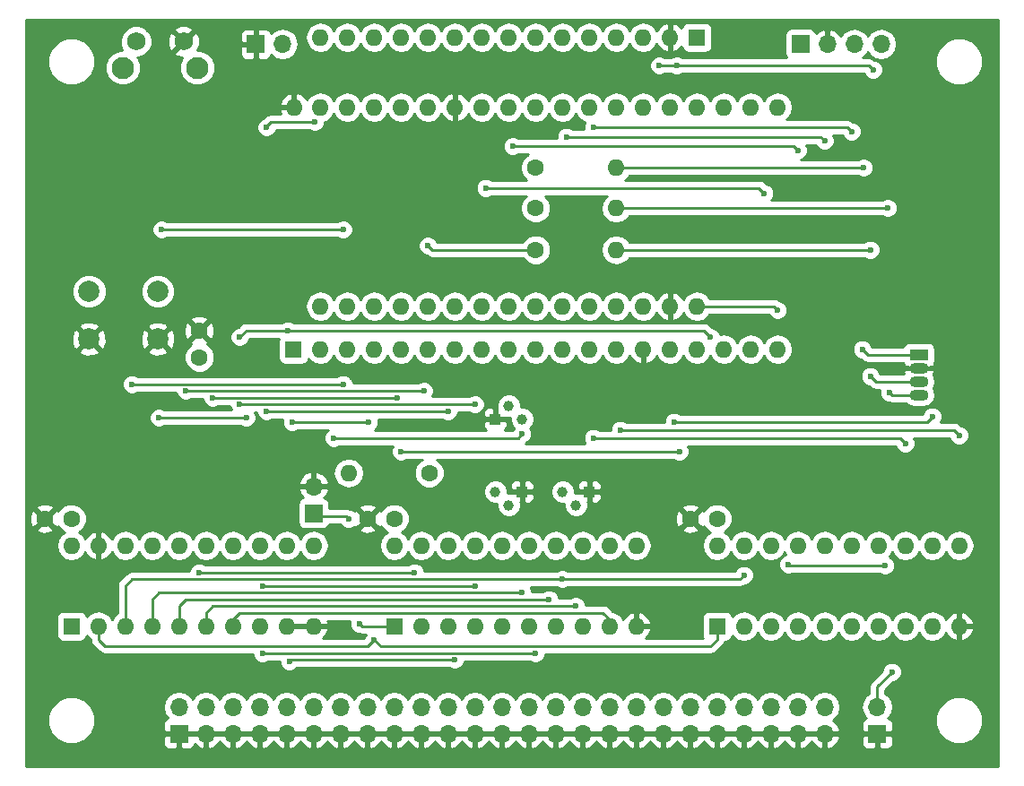
<source format=gbr>
G04 #@! TF.FileFunction,Copper,L2,Bot,Signal*
%FSLAX46Y46*%
G04 Gerber Fmt 4.6, Leading zero omitted, Abs format (unit mm)*
G04 Created by KiCad (PCBNEW 4.0.7) date 12/04/19 23:23:48*
%MOMM*%
%LPD*%
G01*
G04 APERTURE LIST*
%ADD10C,0.100000*%
%ADD11C,1.600000*%
%ADD12R,1.800000X1.070000*%
%ADD13O,1.800000X1.070000*%
%ADD14C,1.000000*%
%ADD15R,1.000000X1.000000*%
%ADD16O,1.600000X1.600000*%
%ADD17C,2.000000*%
%ADD18R,1.600000X1.600000*%
%ADD19R,1.700000X1.700000*%
%ADD20O,1.700000X1.700000*%
%ADD21C,2.100000*%
%ADD22C,1.750000*%
%ADD23C,0.600000*%
%ADD24C,0.250000*%
%ADD25C,0.254000*%
G04 APERTURE END LIST*
D10*
D11*
X130810000Y-116840000D03*
X128310000Y-116840000D03*
X161290000Y-116840000D03*
X158790000Y-116840000D03*
X191770000Y-116840000D03*
X189270000Y-116840000D03*
X142875000Y-101600000D03*
X142875000Y-99100000D03*
D12*
X210820000Y-101346000D03*
D13*
X210820000Y-102616000D03*
X210820000Y-103886000D03*
X210820000Y-105156000D03*
D14*
X172085000Y-106172000D03*
X173355000Y-107442000D03*
D15*
X170815000Y-107442000D03*
D14*
X172085000Y-115570000D03*
X170815000Y-114300000D03*
D15*
X173355000Y-114300000D03*
D14*
X178435000Y-115570000D03*
X177165000Y-114300000D03*
D15*
X179705000Y-114300000D03*
D11*
X174625000Y-83693000D03*
D16*
X182245000Y-83693000D03*
D11*
X174625000Y-87503000D03*
D16*
X182245000Y-87503000D03*
D11*
X174625000Y-91440000D03*
D16*
X182245000Y-91440000D03*
D17*
X132461000Y-99877000D03*
X132461000Y-95377000D03*
X138961000Y-99877000D03*
X138961000Y-95377000D03*
D18*
X191770000Y-127000000D03*
D16*
X214630000Y-119380000D03*
X194310000Y-127000000D03*
X212090000Y-119380000D03*
X196850000Y-127000000D03*
X209550000Y-119380000D03*
X199390000Y-127000000D03*
X207010000Y-119380000D03*
X201930000Y-127000000D03*
X204470000Y-119380000D03*
X204470000Y-127000000D03*
X201930000Y-119380000D03*
X207010000Y-127000000D03*
X199390000Y-119380000D03*
X209550000Y-127000000D03*
X196850000Y-119380000D03*
X212090000Y-127000000D03*
X194310000Y-119380000D03*
X214630000Y-127000000D03*
X191770000Y-119380000D03*
D18*
X161290000Y-127000000D03*
D16*
X184150000Y-119380000D03*
X163830000Y-127000000D03*
X181610000Y-119380000D03*
X166370000Y-127000000D03*
X179070000Y-119380000D03*
X168910000Y-127000000D03*
X176530000Y-119380000D03*
X171450000Y-127000000D03*
X173990000Y-119380000D03*
X173990000Y-127000000D03*
X171450000Y-119380000D03*
X176530000Y-127000000D03*
X168910000Y-119380000D03*
X179070000Y-127000000D03*
X166370000Y-119380000D03*
X181610000Y-127000000D03*
X163830000Y-119380000D03*
X184150000Y-127000000D03*
X161290000Y-119380000D03*
D18*
X130810000Y-127000000D03*
D16*
X153670000Y-119380000D03*
X133350000Y-127000000D03*
X151130000Y-119380000D03*
X135890000Y-127000000D03*
X148590000Y-119380000D03*
X138430000Y-127000000D03*
X146050000Y-119380000D03*
X140970000Y-127000000D03*
X143510000Y-119380000D03*
X143510000Y-127000000D03*
X140970000Y-119380000D03*
X146050000Y-127000000D03*
X138430000Y-119380000D03*
X148590000Y-127000000D03*
X135890000Y-119380000D03*
X151130000Y-127000000D03*
X133350000Y-119380000D03*
X153670000Y-127000000D03*
X130810000Y-119380000D03*
D19*
X140970000Y-137160000D03*
D20*
X140970000Y-134620000D03*
X143510000Y-137160000D03*
X143510000Y-134620000D03*
X146050000Y-137160000D03*
X146050000Y-134620000D03*
X148590000Y-137160000D03*
X148590000Y-134620000D03*
X151130000Y-137160000D03*
X151130000Y-134620000D03*
X153670000Y-137160000D03*
X153670000Y-134620000D03*
X156210000Y-137160000D03*
X156210000Y-134620000D03*
X158750000Y-137160000D03*
X158750000Y-134620000D03*
X161290000Y-137160000D03*
X161290000Y-134620000D03*
X163830000Y-137160000D03*
X163830000Y-134620000D03*
X166370000Y-137160000D03*
X166370000Y-134620000D03*
X168910000Y-137160000D03*
X168910000Y-134620000D03*
X171450000Y-137160000D03*
X171450000Y-134620000D03*
X173990000Y-137160000D03*
X173990000Y-134620000D03*
X176530000Y-137160000D03*
X176530000Y-134620000D03*
X179070000Y-137160000D03*
X179070000Y-134620000D03*
X181610000Y-137160000D03*
X181610000Y-134620000D03*
X184150000Y-137160000D03*
X184150000Y-134620000D03*
X186690000Y-137160000D03*
X186690000Y-134620000D03*
X189230000Y-137160000D03*
X189230000Y-134620000D03*
X191770000Y-137160000D03*
X191770000Y-134620000D03*
X194310000Y-137160000D03*
X194310000Y-134620000D03*
X196850000Y-137160000D03*
X196850000Y-134620000D03*
X199390000Y-137160000D03*
X199390000Y-134620000D03*
X201930000Y-137160000D03*
X201930000Y-134620000D03*
D18*
X189865000Y-71374000D03*
D16*
X187325000Y-71374000D03*
X184785000Y-71374000D03*
X182245000Y-71374000D03*
X179705000Y-71374000D03*
X177165000Y-71374000D03*
X154305000Y-96774000D03*
X174625000Y-71374000D03*
X156845000Y-96774000D03*
X172085000Y-71374000D03*
X159385000Y-96774000D03*
X169545000Y-71374000D03*
X161925000Y-96774000D03*
X167005000Y-71374000D03*
X164465000Y-96774000D03*
X164465000Y-71374000D03*
X167005000Y-96774000D03*
X161925000Y-71374000D03*
X169545000Y-96774000D03*
X159385000Y-71374000D03*
X172085000Y-96774000D03*
X156845000Y-71374000D03*
X174625000Y-96774000D03*
X154305000Y-71374000D03*
X177165000Y-96774000D03*
X179705000Y-96774000D03*
X182245000Y-96774000D03*
X184785000Y-96774000D03*
X187325000Y-96774000D03*
X189865000Y-96774000D03*
D18*
X151765000Y-100838000D03*
D16*
X154305000Y-100838000D03*
X197485000Y-77978000D03*
X156845000Y-100838000D03*
X194945000Y-77978000D03*
X159385000Y-100838000D03*
X192405000Y-77978000D03*
X161925000Y-100838000D03*
X189865000Y-77978000D03*
X164465000Y-100838000D03*
X187325000Y-77978000D03*
X167005000Y-100838000D03*
X184785000Y-77978000D03*
X169545000Y-100838000D03*
X182245000Y-77978000D03*
X172085000Y-100838000D03*
X179705000Y-77978000D03*
X174625000Y-100838000D03*
X177165000Y-77978000D03*
X177165000Y-100838000D03*
X174625000Y-77978000D03*
X179705000Y-100838000D03*
X172085000Y-77978000D03*
X182245000Y-100838000D03*
X169545000Y-77978000D03*
X184785000Y-100838000D03*
X167005000Y-77978000D03*
X187325000Y-100838000D03*
X164465000Y-77978000D03*
X189865000Y-100838000D03*
X161925000Y-77978000D03*
X192405000Y-100838000D03*
X159385000Y-77978000D03*
X194945000Y-100838000D03*
X156845000Y-77978000D03*
X197485000Y-100838000D03*
X154305000Y-77978000D03*
X151828500Y-77978000D03*
D19*
X206883000Y-137160000D03*
D20*
X206883000Y-134620000D03*
D19*
X148209000Y-72009000D03*
D20*
X150749000Y-72009000D03*
D19*
X199644000Y-72009000D03*
D20*
X202184000Y-72009000D03*
X204724000Y-72009000D03*
X207264000Y-72009000D03*
D21*
X142666000Y-74245000D03*
D22*
X141406000Y-71755000D03*
X136906000Y-71755000D03*
D21*
X135656000Y-74245000D03*
D19*
X153670000Y-116332000D03*
D20*
X153670000Y-113792000D03*
D11*
X164592000Y-112522000D03*
D16*
X156972000Y-112522000D03*
D23*
X191135000Y-99695000D03*
X151257000Y-99060000D03*
X146685000Y-99695000D03*
X156972000Y-131826000D03*
X156972000Y-127000000D03*
X178435000Y-125095000D03*
X175895000Y-124460000D03*
X173355000Y-123825000D03*
X159385000Y-128270000D03*
X155575000Y-109220000D03*
X173355000Y-108839000D03*
X151384000Y-130302000D03*
X167005000Y-130175000D03*
X148844000Y-129540000D03*
X174625000Y-129540000D03*
X142875000Y-121920000D03*
X163195000Y-121920000D03*
X164465000Y-91059000D03*
X156464000Y-104140000D03*
X136525000Y-104140000D03*
X161544000Y-105410000D03*
X144145000Y-105410000D03*
X187960000Y-74041000D03*
X186309000Y-74041000D03*
X206502000Y-74422000D03*
X164084000Y-104775000D03*
X141605000Y-104775000D03*
X166370000Y-106680000D03*
X149225000Y-106680000D03*
X168910000Y-106045000D03*
X146685000Y-106045000D03*
X204470000Y-80264000D03*
X180086000Y-79883000D03*
X177546000Y-80772000D03*
X201930000Y-81153000D03*
X209550000Y-109728000D03*
X180086000Y-109220000D03*
X172466000Y-81661000D03*
X199390000Y-82042000D03*
X182626000Y-108458000D03*
X214630000Y-108966000D03*
X196215000Y-86106000D03*
X169926000Y-85598000D03*
X187706000Y-107696000D03*
X212090000Y-107188000D03*
X149225000Y-79883000D03*
X153797000Y-79375000D03*
X139065000Y-107315000D03*
X147320000Y-107315000D03*
X194310000Y-122174000D03*
X177165000Y-122555000D03*
X151638000Y-107696000D03*
X158877000Y-107696000D03*
X168910000Y-123190000D03*
X148844000Y-123190000D03*
X207645000Y-121285000D03*
X208280000Y-131318000D03*
X198501000Y-121158000D03*
X197485000Y-97155000D03*
X188214000Y-110490000D03*
X161925000Y-110490000D03*
X139319000Y-89535000D03*
X156464000Y-89535000D03*
X205486000Y-100838000D03*
X205613000Y-83693000D03*
X206248000Y-103378000D03*
X206248000Y-91440000D03*
X208026000Y-104902000D03*
X207899000Y-87503000D03*
X157988000Y-126746000D03*
X156972000Y-116840000D03*
D24*
X151257000Y-99060000D02*
X190500000Y-99060000D01*
X190500000Y-99060000D02*
X191135000Y-99695000D01*
X147320000Y-99060000D02*
X151257000Y-99060000D01*
X146685000Y-99695000D02*
X147320000Y-99060000D01*
X153670000Y-127000000D02*
X156972000Y-127000000D01*
X146050000Y-126365000D02*
X146685000Y-125730000D01*
X180975000Y-125730000D02*
X181610000Y-126365000D01*
X181610000Y-126365000D02*
X181610000Y-127000000D01*
X146050000Y-127000000D02*
X146050000Y-126365000D01*
X180340000Y-125730000D02*
X180975000Y-125730000D01*
X146685000Y-125730000D02*
X180340000Y-125730000D01*
X144780000Y-125095000D02*
X144145000Y-125095000D01*
X178435000Y-125095000D02*
X144780000Y-125095000D01*
X143510000Y-125730000D02*
X143510000Y-127000000D01*
X144145000Y-125095000D02*
X143510000Y-125730000D01*
X143510000Y-126365000D02*
X143510000Y-127000000D01*
X142240000Y-124460000D02*
X141605000Y-124460000D01*
X175895000Y-124460000D02*
X142240000Y-124460000D01*
X140970000Y-127000000D02*
X140970000Y-125730000D01*
X140970000Y-125095000D02*
X140970000Y-125730000D01*
X141605000Y-124460000D02*
X140970000Y-125095000D01*
X139700000Y-123825000D02*
X139065000Y-123825000D01*
X138430000Y-127000000D02*
X138430000Y-125095000D01*
X173355000Y-123825000D02*
X139700000Y-123825000D01*
X138430000Y-124460000D02*
X138430000Y-125095000D01*
X139065000Y-123825000D02*
X138430000Y-124460000D01*
X159385000Y-128270000D02*
X160020000Y-128905000D01*
X191770000Y-128270000D02*
X191135000Y-128905000D01*
X191135000Y-128905000D02*
X160020000Y-128905000D01*
X191770000Y-128270000D02*
X191770000Y-127000000D01*
X159385000Y-128270000D02*
X158750000Y-128905000D01*
X133350000Y-128270000D02*
X133985000Y-128905000D01*
X133985000Y-128905000D02*
X158750000Y-128905000D01*
X133350000Y-128270000D02*
X133350000Y-127000000D01*
X167640000Y-109220000D02*
X172974000Y-109220000D01*
X155575000Y-109220000D02*
X167640000Y-109220000D01*
X172974000Y-109220000D02*
X173355000Y-108839000D01*
X153162000Y-130175000D02*
X151511000Y-130175000D01*
X151511000Y-130175000D02*
X151384000Y-130302000D01*
X153035000Y-130175000D02*
X153162000Y-130175000D01*
X153162000Y-130175000D02*
X167005000Y-130175000D01*
X150622000Y-129540000D02*
X148844000Y-129540000D01*
X150495000Y-129540000D02*
X150622000Y-129540000D01*
X150622000Y-129540000D02*
X174625000Y-129540000D01*
X142875000Y-121920000D02*
X163195000Y-121920000D01*
X174625000Y-91440000D02*
X164846000Y-91440000D01*
X164846000Y-91440000D02*
X164465000Y-91059000D01*
X136525000Y-104140000D02*
X151130000Y-104140000D01*
X151130000Y-104140000D02*
X156464000Y-104140000D01*
X156210000Y-105410000D02*
X161544000Y-105410000D01*
X144145000Y-105410000D02*
X156210000Y-105410000D01*
X206502000Y-74422000D02*
X206121000Y-74041000D01*
X206121000Y-74041000D02*
X187960000Y-74041000D01*
X187960000Y-74041000D02*
X186309000Y-74041000D01*
X164084000Y-104775000D02*
X164211000Y-104775000D01*
X158750000Y-104775000D02*
X164084000Y-104775000D01*
X141605000Y-104775000D02*
X158750000Y-104775000D01*
X166370000Y-106680000D02*
X161290000Y-106680000D01*
X149225000Y-106680000D02*
X161290000Y-106680000D01*
X168910000Y-106045000D02*
X163830000Y-106045000D01*
X146685000Y-106045000D02*
X163830000Y-106045000D01*
X204089000Y-79883000D02*
X204470000Y-80264000D01*
X201803000Y-79883000D02*
X193294000Y-79883000D01*
X184277000Y-79883000D02*
X180086000Y-79883000D01*
X193294000Y-79883000D02*
X184277000Y-79883000D01*
X201803000Y-79883000D02*
X204089000Y-79883000D01*
X196342000Y-80772000D02*
X201549000Y-80772000D01*
X177546000Y-80772000D02*
X186055000Y-80772000D01*
X196342000Y-80772000D02*
X186055000Y-80772000D01*
X201549000Y-80772000D02*
X201930000Y-81153000D01*
X208788000Y-109220000D02*
X209042000Y-109220000D01*
X209042000Y-109220000D02*
X209550000Y-109728000D01*
X196596000Y-109220000D02*
X208788000Y-109220000D01*
X180086000Y-109220000D02*
X186690000Y-109220000D01*
X186690000Y-109220000D02*
X196596000Y-109220000D01*
X194310000Y-81661000D02*
X199009000Y-81661000D01*
X172466000Y-81661000D02*
X180721000Y-81661000D01*
X194310000Y-81661000D02*
X180721000Y-81661000D01*
X199009000Y-81661000D02*
X199390000Y-82042000D01*
X184658000Y-108458000D02*
X214122000Y-108458000D01*
X182626000Y-108458000D02*
X184658000Y-108458000D01*
X214122000Y-108458000D02*
X214630000Y-108966000D01*
X196215000Y-86106000D02*
X195707000Y-85598000D01*
X195707000Y-85598000D02*
X183134000Y-85598000D01*
X169926000Y-85598000D02*
X183134000Y-85598000D01*
X203200000Y-107696000D02*
X211582000Y-107696000D01*
X187706000Y-107696000D02*
X193548000Y-107696000D01*
X203200000Y-107696000D02*
X193548000Y-107696000D01*
X211582000Y-107696000D02*
X212090000Y-107188000D01*
X149225000Y-79756000D02*
X149225000Y-79883000D01*
X149606000Y-79375000D02*
X149225000Y-79756000D01*
X153797000Y-79375000D02*
X149606000Y-79375000D01*
X147320000Y-107315000D02*
X139065000Y-107315000D01*
X177165000Y-122555000D02*
X193929000Y-122555000D01*
X193929000Y-122555000D02*
X194310000Y-122174000D01*
X135890000Y-123190000D02*
X135890000Y-127000000D01*
X136525000Y-122555000D02*
X135890000Y-123190000D01*
X177165000Y-122555000D02*
X136525000Y-122555000D01*
X151638000Y-107696000D02*
X158877000Y-107696000D01*
X168910000Y-123190000D02*
X148844000Y-123190000D01*
X206883000Y-134620000D02*
X206883000Y-132715000D01*
X206883000Y-132715000D02*
X208280000Y-131318000D01*
X198628000Y-121285000D02*
X207645000Y-121285000D01*
X198501000Y-121158000D02*
X198628000Y-121285000D01*
X189865000Y-96774000D02*
X197104000Y-96774000D01*
X197104000Y-96774000D02*
X197485000Y-97155000D01*
X161925000Y-110490000D02*
X188214000Y-110490000D01*
X139319000Y-89535000D02*
X140716000Y-89535000D01*
X142621000Y-89535000D02*
X140716000Y-89535000D01*
X140716000Y-89535000D02*
X140589000Y-89535000D01*
X156464000Y-89535000D02*
X151257000Y-89535000D01*
X151384000Y-89535000D02*
X151257000Y-89535000D01*
X151257000Y-89535000D02*
X142621000Y-89535000D01*
X142621000Y-89535000D02*
X142390000Y-89535000D01*
X205994000Y-101346000D02*
X210820000Y-101346000D01*
X205486000Y-100838000D02*
X205994000Y-101346000D01*
X205613000Y-83693000D02*
X205232000Y-83693000D01*
X205232000Y-83693000D02*
X182245000Y-83693000D01*
X206756000Y-103886000D02*
X210820000Y-103886000D01*
X206502000Y-103632000D02*
X206756000Y-103886000D01*
X206248000Y-103378000D02*
X206502000Y-103632000D01*
X206248000Y-91440000D02*
X205740000Y-91440000D01*
X205740000Y-91440000D02*
X182245000Y-91440000D01*
X208280000Y-105156000D02*
X210820000Y-105156000D01*
X208026000Y-104902000D02*
X208280000Y-105156000D01*
X182245000Y-87503000D02*
X207899000Y-87503000D01*
X158242000Y-127000000D02*
X157988000Y-126746000D01*
X161290000Y-127000000D02*
X158242000Y-127000000D01*
X156718000Y-116586000D02*
X153924000Y-116586000D01*
X156972000Y-116840000D02*
X156718000Y-116586000D01*
X153924000Y-116586000D02*
X153670000Y-116332000D01*
D25*
G36*
X218313000Y-140208000D02*
X126492000Y-140208000D01*
X126492000Y-136332619D01*
X128574613Y-136332619D01*
X128914155Y-137154372D01*
X129542321Y-137783636D01*
X130363481Y-138124611D01*
X131252619Y-138125387D01*
X132074372Y-137785845D01*
X132415061Y-137445750D01*
X139485000Y-137445750D01*
X139485000Y-138136309D01*
X139581673Y-138369698D01*
X139760301Y-138548327D01*
X139993690Y-138645000D01*
X140684250Y-138645000D01*
X140843000Y-138486250D01*
X140843000Y-137287000D01*
X141097000Y-137287000D01*
X141097000Y-138486250D01*
X141255750Y-138645000D01*
X141946310Y-138645000D01*
X142179699Y-138548327D01*
X142358327Y-138369698D01*
X142445136Y-138160122D01*
X142743076Y-138431645D01*
X143153110Y-138601476D01*
X143383000Y-138480155D01*
X143383000Y-137287000D01*
X143637000Y-137287000D01*
X143637000Y-138480155D01*
X143866890Y-138601476D01*
X144276924Y-138431645D01*
X144705183Y-138041358D01*
X144780000Y-137882046D01*
X144854817Y-138041358D01*
X145283076Y-138431645D01*
X145693110Y-138601476D01*
X145923000Y-138480155D01*
X145923000Y-137287000D01*
X146177000Y-137287000D01*
X146177000Y-138480155D01*
X146406890Y-138601476D01*
X146816924Y-138431645D01*
X147245183Y-138041358D01*
X147320000Y-137882046D01*
X147394817Y-138041358D01*
X147823076Y-138431645D01*
X148233110Y-138601476D01*
X148463000Y-138480155D01*
X148463000Y-137287000D01*
X148717000Y-137287000D01*
X148717000Y-138480155D01*
X148946890Y-138601476D01*
X149356924Y-138431645D01*
X149785183Y-138041358D01*
X149860000Y-137882046D01*
X149934817Y-138041358D01*
X150363076Y-138431645D01*
X150773110Y-138601476D01*
X151003000Y-138480155D01*
X151003000Y-137287000D01*
X151257000Y-137287000D01*
X151257000Y-138480155D01*
X151486890Y-138601476D01*
X151896924Y-138431645D01*
X152325183Y-138041358D01*
X152400000Y-137882046D01*
X152474817Y-138041358D01*
X152903076Y-138431645D01*
X153313110Y-138601476D01*
X153543000Y-138480155D01*
X153543000Y-137287000D01*
X153797000Y-137287000D01*
X153797000Y-138480155D01*
X154026890Y-138601476D01*
X154436924Y-138431645D01*
X154865183Y-138041358D01*
X154940000Y-137882046D01*
X155014817Y-138041358D01*
X155443076Y-138431645D01*
X155853110Y-138601476D01*
X156083000Y-138480155D01*
X156083000Y-137287000D01*
X156337000Y-137287000D01*
X156337000Y-138480155D01*
X156566890Y-138601476D01*
X156976924Y-138431645D01*
X157405183Y-138041358D01*
X157480000Y-137882046D01*
X157554817Y-138041358D01*
X157983076Y-138431645D01*
X158393110Y-138601476D01*
X158623000Y-138480155D01*
X158623000Y-137287000D01*
X158877000Y-137287000D01*
X158877000Y-138480155D01*
X159106890Y-138601476D01*
X159516924Y-138431645D01*
X159945183Y-138041358D01*
X160020000Y-137882046D01*
X160094817Y-138041358D01*
X160523076Y-138431645D01*
X160933110Y-138601476D01*
X161163000Y-138480155D01*
X161163000Y-137287000D01*
X161417000Y-137287000D01*
X161417000Y-138480155D01*
X161646890Y-138601476D01*
X162056924Y-138431645D01*
X162485183Y-138041358D01*
X162560000Y-137882046D01*
X162634817Y-138041358D01*
X163063076Y-138431645D01*
X163473110Y-138601476D01*
X163703000Y-138480155D01*
X163703000Y-137287000D01*
X163957000Y-137287000D01*
X163957000Y-138480155D01*
X164186890Y-138601476D01*
X164596924Y-138431645D01*
X165025183Y-138041358D01*
X165100000Y-137882046D01*
X165174817Y-138041358D01*
X165603076Y-138431645D01*
X166013110Y-138601476D01*
X166243000Y-138480155D01*
X166243000Y-137287000D01*
X166497000Y-137287000D01*
X166497000Y-138480155D01*
X166726890Y-138601476D01*
X167136924Y-138431645D01*
X167565183Y-138041358D01*
X167640000Y-137882046D01*
X167714817Y-138041358D01*
X168143076Y-138431645D01*
X168553110Y-138601476D01*
X168783000Y-138480155D01*
X168783000Y-137287000D01*
X169037000Y-137287000D01*
X169037000Y-138480155D01*
X169266890Y-138601476D01*
X169676924Y-138431645D01*
X170105183Y-138041358D01*
X170180000Y-137882046D01*
X170254817Y-138041358D01*
X170683076Y-138431645D01*
X171093110Y-138601476D01*
X171323000Y-138480155D01*
X171323000Y-137287000D01*
X171577000Y-137287000D01*
X171577000Y-138480155D01*
X171806890Y-138601476D01*
X172216924Y-138431645D01*
X172645183Y-138041358D01*
X172720000Y-137882046D01*
X172794817Y-138041358D01*
X173223076Y-138431645D01*
X173633110Y-138601476D01*
X173863000Y-138480155D01*
X173863000Y-137287000D01*
X174117000Y-137287000D01*
X174117000Y-138480155D01*
X174346890Y-138601476D01*
X174756924Y-138431645D01*
X175185183Y-138041358D01*
X175260000Y-137882046D01*
X175334817Y-138041358D01*
X175763076Y-138431645D01*
X176173110Y-138601476D01*
X176403000Y-138480155D01*
X176403000Y-137287000D01*
X176657000Y-137287000D01*
X176657000Y-138480155D01*
X176886890Y-138601476D01*
X177296924Y-138431645D01*
X177725183Y-138041358D01*
X177800000Y-137882046D01*
X177874817Y-138041358D01*
X178303076Y-138431645D01*
X178713110Y-138601476D01*
X178943000Y-138480155D01*
X178943000Y-137287000D01*
X179197000Y-137287000D01*
X179197000Y-138480155D01*
X179426890Y-138601476D01*
X179836924Y-138431645D01*
X180265183Y-138041358D01*
X180340000Y-137882046D01*
X180414817Y-138041358D01*
X180843076Y-138431645D01*
X181253110Y-138601476D01*
X181483000Y-138480155D01*
X181483000Y-137287000D01*
X181737000Y-137287000D01*
X181737000Y-138480155D01*
X181966890Y-138601476D01*
X182376924Y-138431645D01*
X182805183Y-138041358D01*
X182880000Y-137882046D01*
X182954817Y-138041358D01*
X183383076Y-138431645D01*
X183793110Y-138601476D01*
X184023000Y-138480155D01*
X184023000Y-137287000D01*
X184277000Y-137287000D01*
X184277000Y-138480155D01*
X184506890Y-138601476D01*
X184916924Y-138431645D01*
X185345183Y-138041358D01*
X185420000Y-137882046D01*
X185494817Y-138041358D01*
X185923076Y-138431645D01*
X186333110Y-138601476D01*
X186563000Y-138480155D01*
X186563000Y-137287000D01*
X186817000Y-137287000D01*
X186817000Y-138480155D01*
X187046890Y-138601476D01*
X187456924Y-138431645D01*
X187885183Y-138041358D01*
X187960000Y-137882046D01*
X188034817Y-138041358D01*
X188463076Y-138431645D01*
X188873110Y-138601476D01*
X189103000Y-138480155D01*
X189103000Y-137287000D01*
X189357000Y-137287000D01*
X189357000Y-138480155D01*
X189586890Y-138601476D01*
X189996924Y-138431645D01*
X190425183Y-138041358D01*
X190500000Y-137882046D01*
X190574817Y-138041358D01*
X191003076Y-138431645D01*
X191413110Y-138601476D01*
X191643000Y-138480155D01*
X191643000Y-137287000D01*
X191897000Y-137287000D01*
X191897000Y-138480155D01*
X192126890Y-138601476D01*
X192536924Y-138431645D01*
X192965183Y-138041358D01*
X193040000Y-137882046D01*
X193114817Y-138041358D01*
X193543076Y-138431645D01*
X193953110Y-138601476D01*
X194183000Y-138480155D01*
X194183000Y-137287000D01*
X194437000Y-137287000D01*
X194437000Y-138480155D01*
X194666890Y-138601476D01*
X195076924Y-138431645D01*
X195505183Y-138041358D01*
X195580000Y-137882046D01*
X195654817Y-138041358D01*
X196083076Y-138431645D01*
X196493110Y-138601476D01*
X196723000Y-138480155D01*
X196723000Y-137287000D01*
X196977000Y-137287000D01*
X196977000Y-138480155D01*
X197206890Y-138601476D01*
X197616924Y-138431645D01*
X198045183Y-138041358D01*
X198120000Y-137882046D01*
X198194817Y-138041358D01*
X198623076Y-138431645D01*
X199033110Y-138601476D01*
X199263000Y-138480155D01*
X199263000Y-137287000D01*
X199517000Y-137287000D01*
X199517000Y-138480155D01*
X199746890Y-138601476D01*
X200156924Y-138431645D01*
X200585183Y-138041358D01*
X200660000Y-137882046D01*
X200734817Y-138041358D01*
X201163076Y-138431645D01*
X201573110Y-138601476D01*
X201803000Y-138480155D01*
X201803000Y-137287000D01*
X202057000Y-137287000D01*
X202057000Y-138480155D01*
X202286890Y-138601476D01*
X202696924Y-138431645D01*
X203125183Y-138041358D01*
X203371486Y-137516892D01*
X203334145Y-137445750D01*
X205398000Y-137445750D01*
X205398000Y-138136310D01*
X205494673Y-138369699D01*
X205673302Y-138548327D01*
X205906691Y-138645000D01*
X206597250Y-138645000D01*
X206756000Y-138486250D01*
X206756000Y-137287000D01*
X207010000Y-137287000D01*
X207010000Y-138486250D01*
X207168750Y-138645000D01*
X207859309Y-138645000D01*
X208092698Y-138548327D01*
X208271327Y-138369699D01*
X208368000Y-138136310D01*
X208368000Y-137445750D01*
X208209250Y-137287000D01*
X207010000Y-137287000D01*
X206756000Y-137287000D01*
X205556750Y-137287000D01*
X205398000Y-137445750D01*
X203334145Y-137445750D01*
X203250819Y-137287000D01*
X202057000Y-137287000D01*
X201803000Y-137287000D01*
X199517000Y-137287000D01*
X199263000Y-137287000D01*
X196977000Y-137287000D01*
X196723000Y-137287000D01*
X194437000Y-137287000D01*
X194183000Y-137287000D01*
X191897000Y-137287000D01*
X191643000Y-137287000D01*
X189357000Y-137287000D01*
X189103000Y-137287000D01*
X186817000Y-137287000D01*
X186563000Y-137287000D01*
X184277000Y-137287000D01*
X184023000Y-137287000D01*
X181737000Y-137287000D01*
X181483000Y-137287000D01*
X179197000Y-137287000D01*
X178943000Y-137287000D01*
X176657000Y-137287000D01*
X176403000Y-137287000D01*
X174117000Y-137287000D01*
X173863000Y-137287000D01*
X171577000Y-137287000D01*
X171323000Y-137287000D01*
X169037000Y-137287000D01*
X168783000Y-137287000D01*
X166497000Y-137287000D01*
X166243000Y-137287000D01*
X163957000Y-137287000D01*
X163703000Y-137287000D01*
X161417000Y-137287000D01*
X161163000Y-137287000D01*
X158877000Y-137287000D01*
X158623000Y-137287000D01*
X156337000Y-137287000D01*
X156083000Y-137287000D01*
X153797000Y-137287000D01*
X153543000Y-137287000D01*
X151257000Y-137287000D01*
X151003000Y-137287000D01*
X148717000Y-137287000D01*
X148463000Y-137287000D01*
X146177000Y-137287000D01*
X145923000Y-137287000D01*
X143637000Y-137287000D01*
X143383000Y-137287000D01*
X141097000Y-137287000D01*
X140843000Y-137287000D01*
X139643750Y-137287000D01*
X139485000Y-137445750D01*
X132415061Y-137445750D01*
X132703636Y-137157679D01*
X133044611Y-136336519D01*
X133045387Y-135447381D01*
X132705845Y-134625628D01*
X132671185Y-134590907D01*
X139485000Y-134590907D01*
X139485000Y-134649093D01*
X139598039Y-135217378D01*
X139919946Y-135699147D01*
X139925858Y-135703097D01*
X139760301Y-135771673D01*
X139581673Y-135950302D01*
X139485000Y-136183691D01*
X139485000Y-136874250D01*
X139643750Y-137033000D01*
X140843000Y-137033000D01*
X140843000Y-137013000D01*
X141097000Y-137013000D01*
X141097000Y-137033000D01*
X143383000Y-137033000D01*
X143383000Y-137013000D01*
X143637000Y-137013000D01*
X143637000Y-137033000D01*
X145923000Y-137033000D01*
X145923000Y-137013000D01*
X146177000Y-137013000D01*
X146177000Y-137033000D01*
X148463000Y-137033000D01*
X148463000Y-137013000D01*
X148717000Y-137013000D01*
X148717000Y-137033000D01*
X151003000Y-137033000D01*
X151003000Y-137013000D01*
X151257000Y-137013000D01*
X151257000Y-137033000D01*
X153543000Y-137033000D01*
X153543000Y-137013000D01*
X153797000Y-137013000D01*
X153797000Y-137033000D01*
X156083000Y-137033000D01*
X156083000Y-137013000D01*
X156337000Y-137013000D01*
X156337000Y-137033000D01*
X158623000Y-137033000D01*
X158623000Y-137013000D01*
X158877000Y-137013000D01*
X158877000Y-137033000D01*
X161163000Y-137033000D01*
X161163000Y-137013000D01*
X161417000Y-137013000D01*
X161417000Y-137033000D01*
X163703000Y-137033000D01*
X163703000Y-137013000D01*
X163957000Y-137013000D01*
X163957000Y-137033000D01*
X166243000Y-137033000D01*
X166243000Y-137013000D01*
X166497000Y-137013000D01*
X166497000Y-137033000D01*
X168783000Y-137033000D01*
X168783000Y-137013000D01*
X169037000Y-137013000D01*
X169037000Y-137033000D01*
X171323000Y-137033000D01*
X171323000Y-137013000D01*
X171577000Y-137013000D01*
X171577000Y-137033000D01*
X173863000Y-137033000D01*
X173863000Y-137013000D01*
X174117000Y-137013000D01*
X174117000Y-137033000D01*
X176403000Y-137033000D01*
X176403000Y-137013000D01*
X176657000Y-137013000D01*
X176657000Y-137033000D01*
X178943000Y-137033000D01*
X178943000Y-137013000D01*
X179197000Y-137013000D01*
X179197000Y-137033000D01*
X181483000Y-137033000D01*
X181483000Y-137013000D01*
X181737000Y-137013000D01*
X181737000Y-137033000D01*
X184023000Y-137033000D01*
X184023000Y-137013000D01*
X184277000Y-137013000D01*
X184277000Y-137033000D01*
X186563000Y-137033000D01*
X186563000Y-137013000D01*
X186817000Y-137013000D01*
X186817000Y-137033000D01*
X189103000Y-137033000D01*
X189103000Y-137013000D01*
X189357000Y-137013000D01*
X189357000Y-137033000D01*
X191643000Y-137033000D01*
X191643000Y-137013000D01*
X191897000Y-137013000D01*
X191897000Y-137033000D01*
X194183000Y-137033000D01*
X194183000Y-137013000D01*
X194437000Y-137013000D01*
X194437000Y-137033000D01*
X196723000Y-137033000D01*
X196723000Y-137013000D01*
X196977000Y-137013000D01*
X196977000Y-137033000D01*
X199263000Y-137033000D01*
X199263000Y-137013000D01*
X199517000Y-137013000D01*
X199517000Y-137033000D01*
X201803000Y-137033000D01*
X201803000Y-137013000D01*
X202057000Y-137013000D01*
X202057000Y-137033000D01*
X203250819Y-137033000D01*
X203371486Y-136803108D01*
X203125183Y-136278642D01*
X202696924Y-135888355D01*
X202696899Y-135888345D01*
X202980054Y-135699147D01*
X203301961Y-135217378D01*
X203415000Y-134649093D01*
X203415000Y-134620000D01*
X205368907Y-134620000D01*
X205481946Y-135188285D01*
X205803853Y-135670054D01*
X205847777Y-135699403D01*
X205673302Y-135771673D01*
X205494673Y-135950301D01*
X205398000Y-136183690D01*
X205398000Y-136874250D01*
X205556750Y-137033000D01*
X206756000Y-137033000D01*
X206756000Y-137013000D01*
X207010000Y-137013000D01*
X207010000Y-137033000D01*
X208209250Y-137033000D01*
X208368000Y-136874250D01*
X208368000Y-136332619D01*
X212394613Y-136332619D01*
X212734155Y-137154372D01*
X213362321Y-137783636D01*
X214183481Y-138124611D01*
X215072619Y-138125387D01*
X215894372Y-137785845D01*
X216523636Y-137157679D01*
X216864611Y-136336519D01*
X216865387Y-135447381D01*
X216525845Y-134625628D01*
X215897679Y-133996364D01*
X215076519Y-133655389D01*
X214187381Y-133654613D01*
X213365628Y-133994155D01*
X212736364Y-134622321D01*
X212395389Y-135443481D01*
X212394613Y-136332619D01*
X208368000Y-136332619D01*
X208368000Y-136183690D01*
X208271327Y-135950301D01*
X208092698Y-135771673D01*
X207918223Y-135699403D01*
X207962147Y-135670054D01*
X208284054Y-135188285D01*
X208397093Y-134620000D01*
X208284054Y-134051715D01*
X207962147Y-133569946D01*
X207643000Y-133356699D01*
X207643000Y-133029802D01*
X208419680Y-132253122D01*
X208465167Y-132253162D01*
X208808943Y-132111117D01*
X209072192Y-131848327D01*
X209214838Y-131504799D01*
X209215162Y-131132833D01*
X209073117Y-130789057D01*
X208810327Y-130525808D01*
X208466799Y-130383162D01*
X208094833Y-130382838D01*
X207751057Y-130524883D01*
X207487808Y-130787673D01*
X207345162Y-131131201D01*
X207345121Y-131178077D01*
X206345599Y-132177599D01*
X206180852Y-132424161D01*
X206123000Y-132715000D01*
X206123000Y-133356699D01*
X205803853Y-133569946D01*
X205481946Y-134051715D01*
X205368907Y-134620000D01*
X203415000Y-134620000D01*
X203415000Y-134590907D01*
X203301961Y-134022622D01*
X202980054Y-133540853D01*
X202498285Y-133218946D01*
X201930000Y-133105907D01*
X201361715Y-133218946D01*
X200879946Y-133540853D01*
X200660000Y-133870026D01*
X200440054Y-133540853D01*
X199958285Y-133218946D01*
X199390000Y-133105907D01*
X198821715Y-133218946D01*
X198339946Y-133540853D01*
X198120000Y-133870026D01*
X197900054Y-133540853D01*
X197418285Y-133218946D01*
X196850000Y-133105907D01*
X196281715Y-133218946D01*
X195799946Y-133540853D01*
X195580000Y-133870026D01*
X195360054Y-133540853D01*
X194878285Y-133218946D01*
X194310000Y-133105907D01*
X193741715Y-133218946D01*
X193259946Y-133540853D01*
X193040000Y-133870026D01*
X192820054Y-133540853D01*
X192338285Y-133218946D01*
X191770000Y-133105907D01*
X191201715Y-133218946D01*
X190719946Y-133540853D01*
X190500000Y-133870026D01*
X190280054Y-133540853D01*
X189798285Y-133218946D01*
X189230000Y-133105907D01*
X188661715Y-133218946D01*
X188179946Y-133540853D01*
X187960000Y-133870026D01*
X187740054Y-133540853D01*
X187258285Y-133218946D01*
X186690000Y-133105907D01*
X186121715Y-133218946D01*
X185639946Y-133540853D01*
X185420000Y-133870026D01*
X185200054Y-133540853D01*
X184718285Y-133218946D01*
X184150000Y-133105907D01*
X183581715Y-133218946D01*
X183099946Y-133540853D01*
X182880000Y-133870026D01*
X182660054Y-133540853D01*
X182178285Y-133218946D01*
X181610000Y-133105907D01*
X181041715Y-133218946D01*
X180559946Y-133540853D01*
X180340000Y-133870026D01*
X180120054Y-133540853D01*
X179638285Y-133218946D01*
X179070000Y-133105907D01*
X178501715Y-133218946D01*
X178019946Y-133540853D01*
X177800000Y-133870026D01*
X177580054Y-133540853D01*
X177098285Y-133218946D01*
X176530000Y-133105907D01*
X175961715Y-133218946D01*
X175479946Y-133540853D01*
X175260000Y-133870026D01*
X175040054Y-133540853D01*
X174558285Y-133218946D01*
X173990000Y-133105907D01*
X173421715Y-133218946D01*
X172939946Y-133540853D01*
X172720000Y-133870026D01*
X172500054Y-133540853D01*
X172018285Y-133218946D01*
X171450000Y-133105907D01*
X170881715Y-133218946D01*
X170399946Y-133540853D01*
X170180000Y-133870026D01*
X169960054Y-133540853D01*
X169478285Y-133218946D01*
X168910000Y-133105907D01*
X168341715Y-133218946D01*
X167859946Y-133540853D01*
X167640000Y-133870026D01*
X167420054Y-133540853D01*
X166938285Y-133218946D01*
X166370000Y-133105907D01*
X165801715Y-133218946D01*
X165319946Y-133540853D01*
X165100000Y-133870026D01*
X164880054Y-133540853D01*
X164398285Y-133218946D01*
X163830000Y-133105907D01*
X163261715Y-133218946D01*
X162779946Y-133540853D01*
X162560000Y-133870026D01*
X162340054Y-133540853D01*
X161858285Y-133218946D01*
X161290000Y-133105907D01*
X160721715Y-133218946D01*
X160239946Y-133540853D01*
X160020000Y-133870026D01*
X159800054Y-133540853D01*
X159318285Y-133218946D01*
X158750000Y-133105907D01*
X158181715Y-133218946D01*
X157699946Y-133540853D01*
X157480000Y-133870026D01*
X157260054Y-133540853D01*
X156778285Y-133218946D01*
X156210000Y-133105907D01*
X155641715Y-133218946D01*
X155159946Y-133540853D01*
X154940000Y-133870026D01*
X154720054Y-133540853D01*
X154238285Y-133218946D01*
X153670000Y-133105907D01*
X153101715Y-133218946D01*
X152619946Y-133540853D01*
X152400000Y-133870026D01*
X152180054Y-133540853D01*
X151698285Y-133218946D01*
X151130000Y-133105907D01*
X150561715Y-133218946D01*
X150079946Y-133540853D01*
X149860000Y-133870026D01*
X149640054Y-133540853D01*
X149158285Y-133218946D01*
X148590000Y-133105907D01*
X148021715Y-133218946D01*
X147539946Y-133540853D01*
X147320000Y-133870026D01*
X147100054Y-133540853D01*
X146618285Y-133218946D01*
X146050000Y-133105907D01*
X145481715Y-133218946D01*
X144999946Y-133540853D01*
X144780000Y-133870026D01*
X144560054Y-133540853D01*
X144078285Y-133218946D01*
X143510000Y-133105907D01*
X142941715Y-133218946D01*
X142459946Y-133540853D01*
X142240000Y-133870026D01*
X142020054Y-133540853D01*
X141538285Y-133218946D01*
X140970000Y-133105907D01*
X140401715Y-133218946D01*
X139919946Y-133540853D01*
X139598039Y-134022622D01*
X139485000Y-134590907D01*
X132671185Y-134590907D01*
X132077679Y-133996364D01*
X131256519Y-133655389D01*
X130367381Y-133654613D01*
X129545628Y-133994155D01*
X128916364Y-134622321D01*
X128575389Y-135443481D01*
X128574613Y-136332619D01*
X126492000Y-136332619D01*
X126492000Y-126200000D01*
X129362560Y-126200000D01*
X129362560Y-127800000D01*
X129406838Y-128035317D01*
X129545910Y-128251441D01*
X129758110Y-128396431D01*
X130010000Y-128447440D01*
X131610000Y-128447440D01*
X131845317Y-128403162D01*
X132061441Y-128264090D01*
X132206431Y-128051890D01*
X132237815Y-127896911D01*
X132335302Y-128042811D01*
X132590000Y-128212995D01*
X132590000Y-128270000D01*
X132647852Y-128560839D01*
X132812599Y-128807401D01*
X133447599Y-129442401D01*
X133694161Y-129607148D01*
X133985000Y-129665000D01*
X147908890Y-129665000D01*
X147908838Y-129725167D01*
X148050883Y-130068943D01*
X148313673Y-130332192D01*
X148657201Y-130474838D01*
X149029167Y-130475162D01*
X149372943Y-130333117D01*
X149406118Y-130300000D01*
X150449001Y-130300000D01*
X150448838Y-130487167D01*
X150590883Y-130830943D01*
X150853673Y-131094192D01*
X151197201Y-131236838D01*
X151569167Y-131237162D01*
X151912943Y-131095117D01*
X152073340Y-130935000D01*
X166442537Y-130935000D01*
X166474673Y-130967192D01*
X166818201Y-131109838D01*
X167190167Y-131110162D01*
X167533943Y-130968117D01*
X167797192Y-130705327D01*
X167939838Y-130361799D01*
X167939892Y-130300000D01*
X174062537Y-130300000D01*
X174094673Y-130332192D01*
X174438201Y-130474838D01*
X174810167Y-130475162D01*
X175153943Y-130333117D01*
X175417192Y-130070327D01*
X175559838Y-129726799D01*
X175559892Y-129665000D01*
X191135000Y-129665000D01*
X191425839Y-129607148D01*
X191672401Y-129442401D01*
X192307401Y-128807401D01*
X192472148Y-128560839D01*
X192494705Y-128447440D01*
X192570000Y-128447440D01*
X192805317Y-128403162D01*
X193021441Y-128264090D01*
X193166431Y-128051890D01*
X193197815Y-127896911D01*
X193295302Y-128042811D01*
X193760849Y-128353880D01*
X194310000Y-128463113D01*
X194859151Y-128353880D01*
X195324698Y-128042811D01*
X195580000Y-127660725D01*
X195835302Y-128042811D01*
X196300849Y-128353880D01*
X196850000Y-128463113D01*
X197399151Y-128353880D01*
X197864698Y-128042811D01*
X198120000Y-127660725D01*
X198375302Y-128042811D01*
X198840849Y-128353880D01*
X199390000Y-128463113D01*
X199939151Y-128353880D01*
X200404698Y-128042811D01*
X200660000Y-127660725D01*
X200915302Y-128042811D01*
X201380849Y-128353880D01*
X201930000Y-128463113D01*
X202479151Y-128353880D01*
X202944698Y-128042811D01*
X203200000Y-127660725D01*
X203455302Y-128042811D01*
X203920849Y-128353880D01*
X204470000Y-128463113D01*
X205019151Y-128353880D01*
X205484698Y-128042811D01*
X205740000Y-127660725D01*
X205995302Y-128042811D01*
X206460849Y-128353880D01*
X207010000Y-128463113D01*
X207559151Y-128353880D01*
X208024698Y-128042811D01*
X208280000Y-127660725D01*
X208535302Y-128042811D01*
X209000849Y-128353880D01*
X209550000Y-128463113D01*
X210099151Y-128353880D01*
X210564698Y-128042811D01*
X210820000Y-127660725D01*
X211075302Y-128042811D01*
X211540849Y-128353880D01*
X212090000Y-128463113D01*
X212639151Y-128353880D01*
X213104698Y-128042811D01*
X213374986Y-127638297D01*
X213477611Y-127855134D01*
X213892577Y-128231041D01*
X214280961Y-128391904D01*
X214503000Y-128269915D01*
X214503000Y-127127000D01*
X214757000Y-127127000D01*
X214757000Y-128269915D01*
X214979039Y-128391904D01*
X215367423Y-128231041D01*
X215782389Y-127855134D01*
X216021914Y-127349041D01*
X215900629Y-127127000D01*
X214757000Y-127127000D01*
X214503000Y-127127000D01*
X214483000Y-127127000D01*
X214483000Y-126873000D01*
X214503000Y-126873000D01*
X214503000Y-125730085D01*
X214757000Y-125730085D01*
X214757000Y-126873000D01*
X215900629Y-126873000D01*
X216021914Y-126650959D01*
X215782389Y-126144866D01*
X215367423Y-125768959D01*
X214979039Y-125608096D01*
X214757000Y-125730085D01*
X214503000Y-125730085D01*
X214280961Y-125608096D01*
X213892577Y-125768959D01*
X213477611Y-126144866D01*
X213374986Y-126361703D01*
X213104698Y-125957189D01*
X212639151Y-125646120D01*
X212090000Y-125536887D01*
X211540849Y-125646120D01*
X211075302Y-125957189D01*
X210820000Y-126339275D01*
X210564698Y-125957189D01*
X210099151Y-125646120D01*
X209550000Y-125536887D01*
X209000849Y-125646120D01*
X208535302Y-125957189D01*
X208280000Y-126339275D01*
X208024698Y-125957189D01*
X207559151Y-125646120D01*
X207010000Y-125536887D01*
X206460849Y-125646120D01*
X205995302Y-125957189D01*
X205740000Y-126339275D01*
X205484698Y-125957189D01*
X205019151Y-125646120D01*
X204470000Y-125536887D01*
X203920849Y-125646120D01*
X203455302Y-125957189D01*
X203200000Y-126339275D01*
X202944698Y-125957189D01*
X202479151Y-125646120D01*
X201930000Y-125536887D01*
X201380849Y-125646120D01*
X200915302Y-125957189D01*
X200660000Y-126339275D01*
X200404698Y-125957189D01*
X199939151Y-125646120D01*
X199390000Y-125536887D01*
X198840849Y-125646120D01*
X198375302Y-125957189D01*
X198120000Y-126339275D01*
X197864698Y-125957189D01*
X197399151Y-125646120D01*
X196850000Y-125536887D01*
X196300849Y-125646120D01*
X195835302Y-125957189D01*
X195580000Y-126339275D01*
X195324698Y-125957189D01*
X194859151Y-125646120D01*
X194310000Y-125536887D01*
X193760849Y-125646120D01*
X193295302Y-125957189D01*
X193198899Y-126101465D01*
X193173162Y-125964683D01*
X193034090Y-125748559D01*
X192821890Y-125603569D01*
X192570000Y-125552560D01*
X190970000Y-125552560D01*
X190734683Y-125596838D01*
X190518559Y-125735910D01*
X190373569Y-125948110D01*
X190322560Y-126200000D01*
X190322560Y-127800000D01*
X190366838Y-128035317D01*
X190437417Y-128145000D01*
X184982404Y-128145000D01*
X185302389Y-127855134D01*
X185541914Y-127349041D01*
X185420629Y-127127000D01*
X184277000Y-127127000D01*
X184277000Y-127147000D01*
X184023000Y-127147000D01*
X184023000Y-127127000D01*
X184003000Y-127127000D01*
X184003000Y-126873000D01*
X184023000Y-126873000D01*
X184023000Y-125730085D01*
X184277000Y-125730085D01*
X184277000Y-126873000D01*
X185420629Y-126873000D01*
X185541914Y-126650959D01*
X185302389Y-126144866D01*
X184887423Y-125768959D01*
X184499039Y-125608096D01*
X184277000Y-125730085D01*
X184023000Y-125730085D01*
X183800961Y-125608096D01*
X183412577Y-125768959D01*
X182997611Y-126144866D01*
X182894986Y-126361703D01*
X182624698Y-125957189D01*
X182159151Y-125646120D01*
X181917943Y-125598141D01*
X181512401Y-125192599D01*
X181265839Y-125027852D01*
X180975000Y-124970000D01*
X179370110Y-124970000D01*
X179370162Y-124909833D01*
X179228117Y-124566057D01*
X178965327Y-124302808D01*
X178621799Y-124160162D01*
X178249833Y-124159838D01*
X177906057Y-124301883D01*
X177872882Y-124335000D01*
X176830110Y-124335000D01*
X176830162Y-124274833D01*
X176688117Y-123931057D01*
X176425327Y-123667808D01*
X176081799Y-123525162D01*
X175709833Y-123524838D01*
X175366057Y-123666883D01*
X175332882Y-123700000D01*
X174290110Y-123700000D01*
X174290162Y-123639833D01*
X174155944Y-123315000D01*
X176602537Y-123315000D01*
X176634673Y-123347192D01*
X176978201Y-123489838D01*
X177350167Y-123490162D01*
X177693943Y-123348117D01*
X177727118Y-123315000D01*
X193929000Y-123315000D01*
X194219839Y-123257148D01*
X194441386Y-123109115D01*
X194495167Y-123109162D01*
X194838943Y-122967117D01*
X195102192Y-122704327D01*
X195244838Y-122360799D01*
X195245162Y-121988833D01*
X195103117Y-121645057D01*
X194840327Y-121381808D01*
X194496799Y-121239162D01*
X194124833Y-121238838D01*
X193781057Y-121380883D01*
X193517808Y-121643673D01*
X193454971Y-121795000D01*
X177727463Y-121795000D01*
X177695327Y-121762808D01*
X177351799Y-121620162D01*
X176979833Y-121619838D01*
X176636057Y-121761883D01*
X176602882Y-121795000D01*
X164130110Y-121795000D01*
X164130162Y-121734833D01*
X163988117Y-121391057D01*
X163725327Y-121127808D01*
X163381799Y-120985162D01*
X163009833Y-120984838D01*
X162666057Y-121126883D01*
X162632882Y-121160000D01*
X143437463Y-121160000D01*
X143405327Y-121127808D01*
X143061799Y-120985162D01*
X142689833Y-120984838D01*
X142346057Y-121126883D01*
X142082808Y-121389673D01*
X141940162Y-121733201D01*
X141940108Y-121795000D01*
X136525000Y-121795000D01*
X136234161Y-121852852D01*
X135987599Y-122017599D01*
X135352599Y-122652599D01*
X135187852Y-122899161D01*
X135130000Y-123190000D01*
X135130000Y-125787005D01*
X134875302Y-125957189D01*
X134620000Y-126339275D01*
X134364698Y-125957189D01*
X133899151Y-125646120D01*
X133350000Y-125536887D01*
X132800849Y-125646120D01*
X132335302Y-125957189D01*
X132238899Y-126101465D01*
X132213162Y-125964683D01*
X132074090Y-125748559D01*
X131861890Y-125603569D01*
X131610000Y-125552560D01*
X130010000Y-125552560D01*
X129774683Y-125596838D01*
X129558559Y-125735910D01*
X129413569Y-125948110D01*
X129362560Y-126200000D01*
X126492000Y-126200000D01*
X126492000Y-117847745D01*
X127481861Y-117847745D01*
X127555995Y-118093864D01*
X128093223Y-118286965D01*
X128663454Y-118259778D01*
X129064005Y-118093864D01*
X129138139Y-117847745D01*
X128310000Y-117019605D01*
X127481861Y-117847745D01*
X126492000Y-117847745D01*
X126492000Y-116623223D01*
X126863035Y-116623223D01*
X126890222Y-117193454D01*
X127056136Y-117594005D01*
X127302255Y-117668139D01*
X128130395Y-116840000D01*
X128489605Y-116840000D01*
X129317745Y-117668139D01*
X129563864Y-117594005D01*
X129566196Y-117587517D01*
X129592757Y-117651800D01*
X129996077Y-118055824D01*
X130131954Y-118112245D01*
X129795302Y-118337189D01*
X129484233Y-118802736D01*
X129375000Y-119351887D01*
X129375000Y-119408113D01*
X129484233Y-119957264D01*
X129795302Y-120422811D01*
X130260849Y-120733880D01*
X130810000Y-120843113D01*
X131359151Y-120733880D01*
X131824698Y-120422811D01*
X132094986Y-120018297D01*
X132197611Y-120235134D01*
X132612577Y-120611041D01*
X133000961Y-120771904D01*
X133223000Y-120649915D01*
X133223000Y-119507000D01*
X133203000Y-119507000D01*
X133203000Y-119253000D01*
X133223000Y-119253000D01*
X133223000Y-118110085D01*
X133477000Y-118110085D01*
X133477000Y-119253000D01*
X133497000Y-119253000D01*
X133497000Y-119507000D01*
X133477000Y-119507000D01*
X133477000Y-120649915D01*
X133699039Y-120771904D01*
X134087423Y-120611041D01*
X134502389Y-120235134D01*
X134605014Y-120018297D01*
X134875302Y-120422811D01*
X135340849Y-120733880D01*
X135890000Y-120843113D01*
X136439151Y-120733880D01*
X136904698Y-120422811D01*
X137160000Y-120040725D01*
X137415302Y-120422811D01*
X137880849Y-120733880D01*
X138430000Y-120843113D01*
X138979151Y-120733880D01*
X139444698Y-120422811D01*
X139700000Y-120040725D01*
X139955302Y-120422811D01*
X140420849Y-120733880D01*
X140970000Y-120843113D01*
X141519151Y-120733880D01*
X141984698Y-120422811D01*
X142240000Y-120040725D01*
X142495302Y-120422811D01*
X142960849Y-120733880D01*
X143510000Y-120843113D01*
X144059151Y-120733880D01*
X144524698Y-120422811D01*
X144780000Y-120040725D01*
X145035302Y-120422811D01*
X145500849Y-120733880D01*
X146050000Y-120843113D01*
X146599151Y-120733880D01*
X147064698Y-120422811D01*
X147320000Y-120040725D01*
X147575302Y-120422811D01*
X148040849Y-120733880D01*
X148590000Y-120843113D01*
X149139151Y-120733880D01*
X149604698Y-120422811D01*
X149860000Y-120040725D01*
X150115302Y-120422811D01*
X150580849Y-120733880D01*
X151130000Y-120843113D01*
X151679151Y-120733880D01*
X152144698Y-120422811D01*
X152400000Y-120040725D01*
X152655302Y-120422811D01*
X153120849Y-120733880D01*
X153670000Y-120843113D01*
X154219151Y-120733880D01*
X154684698Y-120422811D01*
X154995767Y-119957264D01*
X155105000Y-119408113D01*
X155105000Y-119351887D01*
X154995767Y-118802736D01*
X154684698Y-118337189D01*
X154219151Y-118026120D01*
X153670000Y-117916887D01*
X153120849Y-118026120D01*
X152655302Y-118337189D01*
X152400000Y-118719275D01*
X152144698Y-118337189D01*
X151679151Y-118026120D01*
X151130000Y-117916887D01*
X150580849Y-118026120D01*
X150115302Y-118337189D01*
X149860000Y-118719275D01*
X149604698Y-118337189D01*
X149139151Y-118026120D01*
X148590000Y-117916887D01*
X148040849Y-118026120D01*
X147575302Y-118337189D01*
X147320000Y-118719275D01*
X147064698Y-118337189D01*
X146599151Y-118026120D01*
X146050000Y-117916887D01*
X145500849Y-118026120D01*
X145035302Y-118337189D01*
X144780000Y-118719275D01*
X144524698Y-118337189D01*
X144059151Y-118026120D01*
X143510000Y-117916887D01*
X142960849Y-118026120D01*
X142495302Y-118337189D01*
X142240000Y-118719275D01*
X141984698Y-118337189D01*
X141519151Y-118026120D01*
X140970000Y-117916887D01*
X140420849Y-118026120D01*
X139955302Y-118337189D01*
X139700000Y-118719275D01*
X139444698Y-118337189D01*
X138979151Y-118026120D01*
X138430000Y-117916887D01*
X137880849Y-118026120D01*
X137415302Y-118337189D01*
X137160000Y-118719275D01*
X136904698Y-118337189D01*
X136439151Y-118026120D01*
X135890000Y-117916887D01*
X135340849Y-118026120D01*
X134875302Y-118337189D01*
X134605014Y-118741703D01*
X134502389Y-118524866D01*
X134087423Y-118148959D01*
X133699039Y-117988096D01*
X133477000Y-118110085D01*
X133223000Y-118110085D01*
X133000961Y-117988096D01*
X132612577Y-118148959D01*
X132197611Y-118524866D01*
X132094986Y-118741703D01*
X131824698Y-118337189D01*
X131488290Y-118112408D01*
X131621800Y-118057243D01*
X131831663Y-117847745D01*
X157961861Y-117847745D01*
X158035995Y-118093864D01*
X158573223Y-118286965D01*
X159143454Y-118259778D01*
X159544005Y-118093864D01*
X159618139Y-117847745D01*
X158790000Y-117019605D01*
X157961861Y-117847745D01*
X131831663Y-117847745D01*
X132025824Y-117653923D01*
X132244750Y-117126691D01*
X132245248Y-116555813D01*
X132027243Y-116028200D01*
X131623923Y-115624176D01*
X131281526Y-115482000D01*
X152172560Y-115482000D01*
X152172560Y-117182000D01*
X152216838Y-117417317D01*
X152355910Y-117633441D01*
X152568110Y-117778431D01*
X152820000Y-117829440D01*
X154520000Y-117829440D01*
X154755317Y-117785162D01*
X154971441Y-117646090D01*
X155116431Y-117433890D01*
X155134229Y-117346000D01*
X156169403Y-117346000D01*
X156178883Y-117368943D01*
X156441673Y-117632192D01*
X156785201Y-117774838D01*
X157157167Y-117775162D01*
X157500943Y-117633117D01*
X157539199Y-117594928D01*
X157782255Y-117668139D01*
X158610395Y-116840000D01*
X158969605Y-116840000D01*
X159797745Y-117668139D01*
X160043864Y-117594005D01*
X160046196Y-117587517D01*
X160072757Y-117651800D01*
X160476077Y-118055824D01*
X160611954Y-118112245D01*
X160275302Y-118337189D01*
X159964233Y-118802736D01*
X159855000Y-119351887D01*
X159855000Y-119408113D01*
X159964233Y-119957264D01*
X160275302Y-120422811D01*
X160740849Y-120733880D01*
X161290000Y-120843113D01*
X161839151Y-120733880D01*
X162304698Y-120422811D01*
X162560000Y-120040725D01*
X162815302Y-120422811D01*
X163280849Y-120733880D01*
X163830000Y-120843113D01*
X164379151Y-120733880D01*
X164844698Y-120422811D01*
X165100000Y-120040725D01*
X165355302Y-120422811D01*
X165820849Y-120733880D01*
X166370000Y-120843113D01*
X166919151Y-120733880D01*
X167384698Y-120422811D01*
X167640000Y-120040725D01*
X167895302Y-120422811D01*
X168360849Y-120733880D01*
X168910000Y-120843113D01*
X169459151Y-120733880D01*
X169924698Y-120422811D01*
X170180000Y-120040725D01*
X170435302Y-120422811D01*
X170900849Y-120733880D01*
X171450000Y-120843113D01*
X171999151Y-120733880D01*
X172464698Y-120422811D01*
X172720000Y-120040725D01*
X172975302Y-120422811D01*
X173440849Y-120733880D01*
X173990000Y-120843113D01*
X174539151Y-120733880D01*
X175004698Y-120422811D01*
X175260000Y-120040725D01*
X175515302Y-120422811D01*
X175980849Y-120733880D01*
X176530000Y-120843113D01*
X177079151Y-120733880D01*
X177544698Y-120422811D01*
X177800000Y-120040725D01*
X178055302Y-120422811D01*
X178520849Y-120733880D01*
X179070000Y-120843113D01*
X179619151Y-120733880D01*
X180084698Y-120422811D01*
X180340000Y-120040725D01*
X180595302Y-120422811D01*
X181060849Y-120733880D01*
X181610000Y-120843113D01*
X182159151Y-120733880D01*
X182624698Y-120422811D01*
X182880000Y-120040725D01*
X183135302Y-120422811D01*
X183600849Y-120733880D01*
X184150000Y-120843113D01*
X184699151Y-120733880D01*
X185164698Y-120422811D01*
X185475767Y-119957264D01*
X185585000Y-119408113D01*
X185585000Y-119351887D01*
X185475767Y-118802736D01*
X185164698Y-118337189D01*
X184699151Y-118026120D01*
X184150000Y-117916887D01*
X183600849Y-118026120D01*
X183135302Y-118337189D01*
X182880000Y-118719275D01*
X182624698Y-118337189D01*
X182159151Y-118026120D01*
X181610000Y-117916887D01*
X181060849Y-118026120D01*
X180595302Y-118337189D01*
X180340000Y-118719275D01*
X180084698Y-118337189D01*
X179619151Y-118026120D01*
X179070000Y-117916887D01*
X178520849Y-118026120D01*
X178055302Y-118337189D01*
X177800000Y-118719275D01*
X177544698Y-118337189D01*
X177079151Y-118026120D01*
X176530000Y-117916887D01*
X175980849Y-118026120D01*
X175515302Y-118337189D01*
X175260000Y-118719275D01*
X175004698Y-118337189D01*
X174539151Y-118026120D01*
X173990000Y-117916887D01*
X173440849Y-118026120D01*
X172975302Y-118337189D01*
X172720000Y-118719275D01*
X172464698Y-118337189D01*
X171999151Y-118026120D01*
X171450000Y-117916887D01*
X170900849Y-118026120D01*
X170435302Y-118337189D01*
X170180000Y-118719275D01*
X169924698Y-118337189D01*
X169459151Y-118026120D01*
X168910000Y-117916887D01*
X168360849Y-118026120D01*
X167895302Y-118337189D01*
X167640000Y-118719275D01*
X167384698Y-118337189D01*
X166919151Y-118026120D01*
X166370000Y-117916887D01*
X165820849Y-118026120D01*
X165355302Y-118337189D01*
X165100000Y-118719275D01*
X164844698Y-118337189D01*
X164379151Y-118026120D01*
X163830000Y-117916887D01*
X163280849Y-118026120D01*
X162815302Y-118337189D01*
X162560000Y-118719275D01*
X162304698Y-118337189D01*
X161968290Y-118112408D01*
X162101800Y-118057243D01*
X162311663Y-117847745D01*
X188441861Y-117847745D01*
X188515995Y-118093864D01*
X189053223Y-118286965D01*
X189623454Y-118259778D01*
X190024005Y-118093864D01*
X190098139Y-117847745D01*
X189270000Y-117019605D01*
X188441861Y-117847745D01*
X162311663Y-117847745D01*
X162505824Y-117653923D01*
X162724750Y-117126691D01*
X162725248Y-116555813D01*
X162507243Y-116028200D01*
X162103923Y-115624176D01*
X161576691Y-115405250D01*
X161005813Y-115404752D01*
X160478200Y-115622757D01*
X160074176Y-116026077D01*
X160046577Y-116092544D01*
X160043864Y-116085995D01*
X159797745Y-116011861D01*
X158969605Y-116840000D01*
X158610395Y-116840000D01*
X157782255Y-116011861D01*
X157539451Y-116084997D01*
X157502327Y-116047808D01*
X157158799Y-115905162D01*
X157040578Y-115905059D01*
X157008839Y-115883852D01*
X156749446Y-115832255D01*
X157961861Y-115832255D01*
X158790000Y-116660395D01*
X159618139Y-115832255D01*
X159544005Y-115586136D01*
X159006777Y-115393035D01*
X158436546Y-115420222D01*
X158035995Y-115586136D01*
X157961861Y-115832255D01*
X156749446Y-115832255D01*
X156718000Y-115826000D01*
X155167440Y-115826000D01*
X155167440Y-115482000D01*
X155123162Y-115246683D01*
X154984090Y-115030559D01*
X154771890Y-114885569D01*
X154663893Y-114863699D01*
X154941645Y-114558924D01*
X154955789Y-114524775D01*
X169679803Y-114524775D01*
X169852233Y-114942086D01*
X170171235Y-115261645D01*
X170588244Y-115434803D01*
X170950117Y-115435119D01*
X170949803Y-115794775D01*
X171122233Y-116212086D01*
X171441235Y-116531645D01*
X171858244Y-116704803D01*
X172309775Y-116705197D01*
X172727086Y-116532767D01*
X173046645Y-116213765D01*
X173219803Y-115796756D01*
X173220197Y-115345225D01*
X173202311Y-115301939D01*
X173228000Y-115276250D01*
X173228000Y-114427000D01*
X173482000Y-114427000D01*
X173482000Y-115276250D01*
X173640750Y-115435000D01*
X173981310Y-115435000D01*
X174214699Y-115338327D01*
X174393327Y-115159698D01*
X174490000Y-114926309D01*
X174490000Y-114585750D01*
X174429025Y-114524775D01*
X176029803Y-114524775D01*
X176202233Y-114942086D01*
X176521235Y-115261645D01*
X176938244Y-115434803D01*
X177300117Y-115435119D01*
X177299803Y-115794775D01*
X177472233Y-116212086D01*
X177791235Y-116531645D01*
X178208244Y-116704803D01*
X178659775Y-116705197D01*
X178858166Y-116623223D01*
X187823035Y-116623223D01*
X187850222Y-117193454D01*
X188016136Y-117594005D01*
X188262255Y-117668139D01*
X189090395Y-116840000D01*
X189449605Y-116840000D01*
X190277745Y-117668139D01*
X190523864Y-117594005D01*
X190526196Y-117587517D01*
X190552757Y-117651800D01*
X190956077Y-118055824D01*
X191091954Y-118112245D01*
X190755302Y-118337189D01*
X190444233Y-118802736D01*
X190335000Y-119351887D01*
X190335000Y-119408113D01*
X190444233Y-119957264D01*
X190755302Y-120422811D01*
X191220849Y-120733880D01*
X191770000Y-120843113D01*
X192319151Y-120733880D01*
X192784698Y-120422811D01*
X193040000Y-120040725D01*
X193295302Y-120422811D01*
X193760849Y-120733880D01*
X194310000Y-120843113D01*
X194859151Y-120733880D01*
X195324698Y-120422811D01*
X195580000Y-120040725D01*
X195835302Y-120422811D01*
X196300849Y-120733880D01*
X196850000Y-120843113D01*
X197399151Y-120733880D01*
X197864698Y-120422811D01*
X198120000Y-120040725D01*
X198257726Y-120246847D01*
X197972057Y-120364883D01*
X197708808Y-120627673D01*
X197566162Y-120971201D01*
X197565838Y-121343167D01*
X197707883Y-121686943D01*
X197970673Y-121950192D01*
X198314201Y-122092838D01*
X198686167Y-122093162D01*
X198802728Y-122045000D01*
X207082537Y-122045000D01*
X207114673Y-122077192D01*
X207458201Y-122219838D01*
X207830167Y-122220162D01*
X208173943Y-122078117D01*
X208437192Y-121815327D01*
X208579838Y-121471799D01*
X208580162Y-121099833D01*
X208438117Y-120756057D01*
X208175327Y-120492808D01*
X208017822Y-120427406D01*
X208024698Y-120422811D01*
X208280000Y-120040725D01*
X208535302Y-120422811D01*
X209000849Y-120733880D01*
X209550000Y-120843113D01*
X210099151Y-120733880D01*
X210564698Y-120422811D01*
X210820000Y-120040725D01*
X211075302Y-120422811D01*
X211540849Y-120733880D01*
X212090000Y-120843113D01*
X212639151Y-120733880D01*
X213104698Y-120422811D01*
X213360000Y-120040725D01*
X213615302Y-120422811D01*
X214080849Y-120733880D01*
X214630000Y-120843113D01*
X215179151Y-120733880D01*
X215644698Y-120422811D01*
X215955767Y-119957264D01*
X216065000Y-119408113D01*
X216065000Y-119351887D01*
X215955767Y-118802736D01*
X215644698Y-118337189D01*
X215179151Y-118026120D01*
X214630000Y-117916887D01*
X214080849Y-118026120D01*
X213615302Y-118337189D01*
X213360000Y-118719275D01*
X213104698Y-118337189D01*
X212639151Y-118026120D01*
X212090000Y-117916887D01*
X211540849Y-118026120D01*
X211075302Y-118337189D01*
X210820000Y-118719275D01*
X210564698Y-118337189D01*
X210099151Y-118026120D01*
X209550000Y-117916887D01*
X209000849Y-118026120D01*
X208535302Y-118337189D01*
X208280000Y-118719275D01*
X208024698Y-118337189D01*
X207559151Y-118026120D01*
X207010000Y-117916887D01*
X206460849Y-118026120D01*
X205995302Y-118337189D01*
X205740000Y-118719275D01*
X205484698Y-118337189D01*
X205019151Y-118026120D01*
X204470000Y-117916887D01*
X203920849Y-118026120D01*
X203455302Y-118337189D01*
X203200000Y-118719275D01*
X202944698Y-118337189D01*
X202479151Y-118026120D01*
X201930000Y-117916887D01*
X201380849Y-118026120D01*
X200915302Y-118337189D01*
X200660000Y-118719275D01*
X200404698Y-118337189D01*
X199939151Y-118026120D01*
X199390000Y-117916887D01*
X198840849Y-118026120D01*
X198375302Y-118337189D01*
X198120000Y-118719275D01*
X197864698Y-118337189D01*
X197399151Y-118026120D01*
X196850000Y-117916887D01*
X196300849Y-118026120D01*
X195835302Y-118337189D01*
X195580000Y-118719275D01*
X195324698Y-118337189D01*
X194859151Y-118026120D01*
X194310000Y-117916887D01*
X193760849Y-118026120D01*
X193295302Y-118337189D01*
X193040000Y-118719275D01*
X192784698Y-118337189D01*
X192448290Y-118112408D01*
X192581800Y-118057243D01*
X192985824Y-117653923D01*
X193204750Y-117126691D01*
X193205248Y-116555813D01*
X192987243Y-116028200D01*
X192583923Y-115624176D01*
X192056691Y-115405250D01*
X191485813Y-115404752D01*
X190958200Y-115622757D01*
X190554176Y-116026077D01*
X190526577Y-116092544D01*
X190523864Y-116085995D01*
X190277745Y-116011861D01*
X189449605Y-116840000D01*
X189090395Y-116840000D01*
X188262255Y-116011861D01*
X188016136Y-116085995D01*
X187823035Y-116623223D01*
X178858166Y-116623223D01*
X179077086Y-116532767D01*
X179396645Y-116213765D01*
X179555062Y-115832255D01*
X188441861Y-115832255D01*
X189270000Y-116660395D01*
X190098139Y-115832255D01*
X190024005Y-115586136D01*
X189486777Y-115393035D01*
X188916546Y-115420222D01*
X188515995Y-115586136D01*
X188441861Y-115832255D01*
X179555062Y-115832255D01*
X179569803Y-115796756D01*
X179570197Y-115345225D01*
X179552311Y-115301939D01*
X179578000Y-115276250D01*
X179578000Y-114427000D01*
X179832000Y-114427000D01*
X179832000Y-115276250D01*
X179990750Y-115435000D01*
X180331310Y-115435000D01*
X180564699Y-115338327D01*
X180743327Y-115159698D01*
X180840000Y-114926309D01*
X180840000Y-114585750D01*
X180681250Y-114427000D01*
X179832000Y-114427000D01*
X179578000Y-114427000D01*
X178728750Y-114427000D01*
X178703302Y-114452448D01*
X178661756Y-114435197D01*
X178299883Y-114434881D01*
X178300197Y-114075225D01*
X178134286Y-113673691D01*
X178570000Y-113673691D01*
X178570000Y-114014250D01*
X178728750Y-114173000D01*
X179578000Y-114173000D01*
X179578000Y-113323750D01*
X179832000Y-113323750D01*
X179832000Y-114173000D01*
X180681250Y-114173000D01*
X180840000Y-114014250D01*
X180840000Y-113673691D01*
X180743327Y-113440302D01*
X180564699Y-113261673D01*
X180331310Y-113165000D01*
X179990750Y-113165000D01*
X179832000Y-113323750D01*
X179578000Y-113323750D01*
X179419250Y-113165000D01*
X179078690Y-113165000D01*
X178845301Y-113261673D01*
X178666673Y-113440302D01*
X178570000Y-113673691D01*
X178134286Y-113673691D01*
X178127767Y-113657914D01*
X177808765Y-113338355D01*
X177391756Y-113165197D01*
X176940225Y-113164803D01*
X176522914Y-113337233D01*
X176203355Y-113656235D01*
X176030197Y-114073244D01*
X176029803Y-114524775D01*
X174429025Y-114524775D01*
X174331250Y-114427000D01*
X173482000Y-114427000D01*
X173228000Y-114427000D01*
X172378750Y-114427000D01*
X172353302Y-114452448D01*
X172311756Y-114435197D01*
X171949883Y-114434881D01*
X171950197Y-114075225D01*
X171784286Y-113673691D01*
X172220000Y-113673691D01*
X172220000Y-114014250D01*
X172378750Y-114173000D01*
X173228000Y-114173000D01*
X173228000Y-113323750D01*
X173482000Y-113323750D01*
X173482000Y-114173000D01*
X174331250Y-114173000D01*
X174490000Y-114014250D01*
X174490000Y-113673691D01*
X174393327Y-113440302D01*
X174214699Y-113261673D01*
X173981310Y-113165000D01*
X173640750Y-113165000D01*
X173482000Y-113323750D01*
X173228000Y-113323750D01*
X173069250Y-113165000D01*
X172728690Y-113165000D01*
X172495301Y-113261673D01*
X172316673Y-113440302D01*
X172220000Y-113673691D01*
X171784286Y-113673691D01*
X171777767Y-113657914D01*
X171458765Y-113338355D01*
X171041756Y-113165197D01*
X170590225Y-113164803D01*
X170172914Y-113337233D01*
X169853355Y-113656235D01*
X169680197Y-114073244D01*
X169679803Y-114524775D01*
X154955789Y-114524775D01*
X155111476Y-114148890D01*
X154990155Y-113919000D01*
X153797000Y-113919000D01*
X153797000Y-113939000D01*
X153543000Y-113939000D01*
X153543000Y-113919000D01*
X152349845Y-113919000D01*
X152228524Y-114148890D01*
X152398355Y-114558924D01*
X152674501Y-114861937D01*
X152584683Y-114878838D01*
X152368559Y-115017910D01*
X152223569Y-115230110D01*
X152172560Y-115482000D01*
X131281526Y-115482000D01*
X131096691Y-115405250D01*
X130525813Y-115404752D01*
X129998200Y-115622757D01*
X129594176Y-116026077D01*
X129566577Y-116092544D01*
X129563864Y-116085995D01*
X129317745Y-116011861D01*
X128489605Y-116840000D01*
X128130395Y-116840000D01*
X127302255Y-116011861D01*
X127056136Y-116085995D01*
X126863035Y-116623223D01*
X126492000Y-116623223D01*
X126492000Y-115832255D01*
X127481861Y-115832255D01*
X128310000Y-116660395D01*
X129138139Y-115832255D01*
X129064005Y-115586136D01*
X128526777Y-115393035D01*
X127956546Y-115420222D01*
X127555995Y-115586136D01*
X127481861Y-115832255D01*
X126492000Y-115832255D01*
X126492000Y-113435110D01*
X152228524Y-113435110D01*
X152349845Y-113665000D01*
X153543000Y-113665000D01*
X153543000Y-112471181D01*
X153797000Y-112471181D01*
X153797000Y-113665000D01*
X154990155Y-113665000D01*
X155111476Y-113435110D01*
X154941645Y-113025076D01*
X154551358Y-112596817D01*
X154392047Y-112522000D01*
X155508887Y-112522000D01*
X155618120Y-113071151D01*
X155929189Y-113536698D01*
X156394736Y-113847767D01*
X156943887Y-113957000D01*
X157000113Y-113957000D01*
X157549264Y-113847767D01*
X158014811Y-113536698D01*
X158325880Y-113071151D01*
X158435113Y-112522000D01*
X158325880Y-111972849D01*
X158014811Y-111507302D01*
X157549264Y-111196233D01*
X157000113Y-111087000D01*
X156943887Y-111087000D01*
X156394736Y-111196233D01*
X155929189Y-111507302D01*
X155618120Y-111972849D01*
X155508887Y-112522000D01*
X154392047Y-112522000D01*
X154026892Y-112350514D01*
X153797000Y-112471181D01*
X153543000Y-112471181D01*
X153313108Y-112350514D01*
X152788642Y-112596817D01*
X152398355Y-113025076D01*
X152228524Y-113435110D01*
X126492000Y-113435110D01*
X126492000Y-104325167D01*
X135589838Y-104325167D01*
X135731883Y-104668943D01*
X135994673Y-104932192D01*
X136338201Y-105074838D01*
X136710167Y-105075162D01*
X137053943Y-104933117D01*
X137087118Y-104900000D01*
X140669890Y-104900000D01*
X140669838Y-104960167D01*
X140811883Y-105303943D01*
X141074673Y-105567192D01*
X141418201Y-105709838D01*
X141790167Y-105710162D01*
X142133943Y-105568117D01*
X142167118Y-105535000D01*
X143209890Y-105535000D01*
X143209838Y-105595167D01*
X143351883Y-105938943D01*
X143614673Y-106202192D01*
X143958201Y-106344838D01*
X144330167Y-106345162D01*
X144673943Y-106203117D01*
X144707118Y-106170000D01*
X145749890Y-106170000D01*
X145749838Y-106230167D01*
X145884056Y-106555000D01*
X139627463Y-106555000D01*
X139595327Y-106522808D01*
X139251799Y-106380162D01*
X138879833Y-106379838D01*
X138536057Y-106521883D01*
X138272808Y-106784673D01*
X138130162Y-107128201D01*
X138129838Y-107500167D01*
X138271883Y-107843943D01*
X138534673Y-108107192D01*
X138878201Y-108249838D01*
X139250167Y-108250162D01*
X139593943Y-108108117D01*
X139627118Y-108075000D01*
X146757537Y-108075000D01*
X146789673Y-108107192D01*
X147133201Y-108249838D01*
X147505167Y-108250162D01*
X147848943Y-108108117D01*
X148112192Y-107845327D01*
X148254838Y-107501799D01*
X148255162Y-107129833D01*
X148120944Y-106805000D01*
X148289890Y-106805000D01*
X148289838Y-106865167D01*
X148431883Y-107208943D01*
X148694673Y-107472192D01*
X149038201Y-107614838D01*
X149410167Y-107615162D01*
X149753943Y-107473117D01*
X149787118Y-107440000D01*
X150731897Y-107440000D01*
X150703162Y-107509201D01*
X150702838Y-107881167D01*
X150844883Y-108224943D01*
X151107673Y-108488192D01*
X151451201Y-108630838D01*
X151823167Y-108631162D01*
X152166943Y-108489117D01*
X152200118Y-108456000D01*
X155016889Y-108456000D01*
X154782808Y-108689673D01*
X154640162Y-109033201D01*
X154639838Y-109405167D01*
X154781883Y-109748943D01*
X155044673Y-110012192D01*
X155388201Y-110154838D01*
X155760167Y-110155162D01*
X156103943Y-110013117D01*
X156137118Y-109980000D01*
X161124367Y-109980000D01*
X160990162Y-110303201D01*
X160989838Y-110675167D01*
X161131883Y-111018943D01*
X161394673Y-111282192D01*
X161738201Y-111424838D01*
X162110167Y-111425162D01*
X162453943Y-111283117D01*
X162487118Y-111250000D01*
X163912722Y-111250000D01*
X163780200Y-111304757D01*
X163376176Y-111708077D01*
X163157250Y-112235309D01*
X163156752Y-112806187D01*
X163374757Y-113333800D01*
X163778077Y-113737824D01*
X164305309Y-113956750D01*
X164876187Y-113957248D01*
X165403800Y-113739243D01*
X165807824Y-113335923D01*
X166026750Y-112808691D01*
X166027248Y-112237813D01*
X165809243Y-111710200D01*
X165405923Y-111306176D01*
X165270636Y-111250000D01*
X187651537Y-111250000D01*
X187683673Y-111282192D01*
X188027201Y-111424838D01*
X188399167Y-111425162D01*
X188742943Y-111283117D01*
X189006192Y-111020327D01*
X189148838Y-110676799D01*
X189149162Y-110304833D01*
X189014944Y-109980000D01*
X208642453Y-109980000D01*
X208756883Y-110256943D01*
X209019673Y-110520192D01*
X209363201Y-110662838D01*
X209735167Y-110663162D01*
X210078943Y-110521117D01*
X210342192Y-110258327D01*
X210484838Y-109914799D01*
X210485162Y-109542833D01*
X210350944Y-109218000D01*
X213722453Y-109218000D01*
X213836883Y-109494943D01*
X214099673Y-109758192D01*
X214443201Y-109900838D01*
X214815167Y-109901162D01*
X215158943Y-109759117D01*
X215422192Y-109496327D01*
X215564838Y-109152799D01*
X215565162Y-108780833D01*
X215423117Y-108437057D01*
X215160327Y-108173808D01*
X214816799Y-108031162D01*
X214769923Y-108031121D01*
X214659401Y-107920599D01*
X214412839Y-107755852D01*
X214122000Y-107698000D01*
X212890633Y-107698000D01*
X213024838Y-107374799D01*
X213025162Y-107002833D01*
X212883117Y-106659057D01*
X212620327Y-106395808D01*
X212276799Y-106253162D01*
X211904833Y-106252838D01*
X211561057Y-106394883D01*
X211297808Y-106657673D01*
X211182236Y-106936000D01*
X188268463Y-106936000D01*
X188236327Y-106903808D01*
X187892799Y-106761162D01*
X187520833Y-106760838D01*
X187177057Y-106902883D01*
X186913808Y-107165673D01*
X186771162Y-107509201D01*
X186770998Y-107698000D01*
X183188463Y-107698000D01*
X183156327Y-107665808D01*
X182812799Y-107523162D01*
X182440833Y-107522838D01*
X182097057Y-107664883D01*
X181833808Y-107927673D01*
X181691162Y-108271201D01*
X181690998Y-108460000D01*
X180648463Y-108460000D01*
X180616327Y-108427808D01*
X180272799Y-108285162D01*
X179900833Y-108284838D01*
X179557057Y-108426883D01*
X179293808Y-108689673D01*
X179151162Y-109033201D01*
X179150838Y-109405167D01*
X179285056Y-109730000D01*
X173647047Y-109730000D01*
X173883943Y-109632117D01*
X174147192Y-109369327D01*
X174289838Y-109025799D01*
X174290162Y-108653833D01*
X174148117Y-108310057D01*
X174120088Y-108281979D01*
X174316645Y-108085765D01*
X174489803Y-107668756D01*
X174490197Y-107217225D01*
X174317767Y-106799914D01*
X173998765Y-106480355D01*
X173581756Y-106307197D01*
X173219883Y-106306881D01*
X173220197Y-105947225D01*
X173047767Y-105529914D01*
X172728765Y-105210355D01*
X172311756Y-105037197D01*
X171860225Y-105036803D01*
X171442914Y-105209233D01*
X171123355Y-105528235D01*
X170950197Y-105945244D01*
X170949803Y-106396775D01*
X170967689Y-106440061D01*
X170942000Y-106465750D01*
X170942000Y-107315000D01*
X171791250Y-107315000D01*
X171816698Y-107289552D01*
X171858244Y-107306803D01*
X172220117Y-107307119D01*
X172219803Y-107666775D01*
X172392233Y-108084086D01*
X172589665Y-108281863D01*
X172562808Y-108308673D01*
X172499971Y-108460000D01*
X171695026Y-108460000D01*
X171853327Y-108301698D01*
X171950000Y-108068309D01*
X171950000Y-107727750D01*
X171791250Y-107569000D01*
X170942000Y-107569000D01*
X170942000Y-107589000D01*
X170688000Y-107589000D01*
X170688000Y-107569000D01*
X169838750Y-107569000D01*
X169680000Y-107727750D01*
X169680000Y-108068309D01*
X169776673Y-108301698D01*
X169934974Y-108460000D01*
X159435111Y-108460000D01*
X159669192Y-108226327D01*
X159811838Y-107882799D01*
X159812162Y-107510833D01*
X159782894Y-107440000D01*
X165807537Y-107440000D01*
X165839673Y-107472192D01*
X166183201Y-107614838D01*
X166555167Y-107615162D01*
X166898943Y-107473117D01*
X167162192Y-107210327D01*
X167304838Y-106866799D01*
X167304892Y-106805000D01*
X168347537Y-106805000D01*
X168379673Y-106837192D01*
X168723201Y-106979838D01*
X169095167Y-106980162D01*
X169438943Y-106838117D01*
X169461408Y-106815691D01*
X169680000Y-106815691D01*
X169680000Y-107156250D01*
X169838750Y-107315000D01*
X170688000Y-107315000D01*
X170688000Y-106465750D01*
X170529250Y-106307000D01*
X170188690Y-106307000D01*
X169955301Y-106403673D01*
X169776673Y-106582302D01*
X169680000Y-106815691D01*
X169461408Y-106815691D01*
X169702192Y-106575327D01*
X169844838Y-106231799D01*
X169845162Y-105859833D01*
X169703117Y-105516057D01*
X169440327Y-105252808D01*
X169096799Y-105110162D01*
X168724833Y-105109838D01*
X168381057Y-105251883D01*
X168347882Y-105285000D01*
X164884633Y-105285000D01*
X165018838Y-104961799D01*
X165019162Y-104589833D01*
X164877117Y-104246057D01*
X164614327Y-103982808D01*
X164270799Y-103840162D01*
X163898833Y-103839838D01*
X163555057Y-103981883D01*
X163521882Y-104015000D01*
X157399110Y-104015000D01*
X157399162Y-103954833D01*
X157257117Y-103611057D01*
X157209311Y-103563167D01*
X205312838Y-103563167D01*
X205454883Y-103906943D01*
X205717673Y-104170192D01*
X206061201Y-104312838D01*
X206108077Y-104312879D01*
X206218599Y-104423401D01*
X206465160Y-104588148D01*
X206756000Y-104646000D01*
X207119897Y-104646000D01*
X207091162Y-104715201D01*
X207090838Y-105087167D01*
X207232883Y-105430943D01*
X207495673Y-105694192D01*
X207839201Y-105836838D01*
X207957421Y-105836941D01*
X207989160Y-105858148D01*
X208280000Y-105916000D01*
X209552635Y-105916000D01*
X209597613Y-105983315D01*
X209977188Y-106236939D01*
X210424928Y-106326000D01*
X211215072Y-106326000D01*
X211662812Y-106236939D01*
X212042387Y-105983315D01*
X212296011Y-105603740D01*
X212385072Y-105156000D01*
X212296011Y-104708260D01*
X212170888Y-104521000D01*
X212296011Y-104333740D01*
X212385072Y-103886000D01*
X212296011Y-103438260D01*
X212160354Y-103235234D01*
X212313900Y-102923383D01*
X212188244Y-102743000D01*
X211350810Y-102743000D01*
X211215072Y-102716000D01*
X210424928Y-102716000D01*
X210289190Y-102743000D01*
X209451756Y-102743000D01*
X209326100Y-102923383D01*
X209425863Y-103126000D01*
X207155547Y-103126000D01*
X207041117Y-102849057D01*
X206778327Y-102585808D01*
X206434799Y-102443162D01*
X206062833Y-102442838D01*
X205719057Y-102584883D01*
X205455808Y-102847673D01*
X205313162Y-103191201D01*
X205312838Y-103563167D01*
X157209311Y-103563167D01*
X156994327Y-103347808D01*
X156650799Y-103205162D01*
X156278833Y-103204838D01*
X155935057Y-103346883D01*
X155901882Y-103380000D01*
X137087463Y-103380000D01*
X137055327Y-103347808D01*
X136711799Y-103205162D01*
X136339833Y-103204838D01*
X135996057Y-103346883D01*
X135732808Y-103609673D01*
X135590162Y-103953201D01*
X135589838Y-104325167D01*
X126492000Y-104325167D01*
X126492000Y-101884187D01*
X141439752Y-101884187D01*
X141657757Y-102411800D01*
X142061077Y-102815824D01*
X142588309Y-103034750D01*
X143159187Y-103035248D01*
X143686800Y-102817243D01*
X144090824Y-102413923D01*
X144309750Y-101886691D01*
X144310248Y-101315813D01*
X144092243Y-100788200D01*
X143688923Y-100384176D01*
X143622456Y-100356577D01*
X143629005Y-100353864D01*
X143703139Y-100107745D01*
X142875000Y-99279605D01*
X142046861Y-100107745D01*
X142120995Y-100353864D01*
X142127483Y-100356196D01*
X142063200Y-100382757D01*
X141659176Y-100786077D01*
X141440250Y-101313309D01*
X141439752Y-101884187D01*
X126492000Y-101884187D01*
X126492000Y-101029532D01*
X131488073Y-101029532D01*
X131586736Y-101296387D01*
X132196461Y-101522908D01*
X132846460Y-101498856D01*
X133335264Y-101296387D01*
X133433927Y-101029532D01*
X137988073Y-101029532D01*
X138086736Y-101296387D01*
X138696461Y-101522908D01*
X139346460Y-101498856D01*
X139835264Y-101296387D01*
X139933927Y-101029532D01*
X138961000Y-100056605D01*
X137988073Y-101029532D01*
X133433927Y-101029532D01*
X132461000Y-100056605D01*
X131488073Y-101029532D01*
X126492000Y-101029532D01*
X126492000Y-99612461D01*
X130815092Y-99612461D01*
X130839144Y-100262460D01*
X131041613Y-100751264D01*
X131308468Y-100849927D01*
X132281395Y-99877000D01*
X132640605Y-99877000D01*
X133613532Y-100849927D01*
X133880387Y-100751264D01*
X134106908Y-100141539D01*
X134087331Y-99612461D01*
X137315092Y-99612461D01*
X137339144Y-100262460D01*
X137541613Y-100751264D01*
X137808468Y-100849927D01*
X138781395Y-99877000D01*
X139140605Y-99877000D01*
X140113532Y-100849927D01*
X140380387Y-100751264D01*
X140606908Y-100141539D01*
X140582856Y-99491540D01*
X140380387Y-99002736D01*
X140113532Y-98904073D01*
X139140605Y-99877000D01*
X138781395Y-99877000D01*
X137808468Y-98904073D01*
X137541613Y-99002736D01*
X137315092Y-99612461D01*
X134087331Y-99612461D01*
X134082856Y-99491540D01*
X133880387Y-99002736D01*
X133613532Y-98904073D01*
X132640605Y-99877000D01*
X132281395Y-99877000D01*
X131308468Y-98904073D01*
X131041613Y-99002736D01*
X130815092Y-99612461D01*
X126492000Y-99612461D01*
X126492000Y-98724468D01*
X131488073Y-98724468D01*
X132461000Y-99697395D01*
X133433927Y-98724468D01*
X137988073Y-98724468D01*
X138961000Y-99697395D01*
X139775172Y-98883223D01*
X141428035Y-98883223D01*
X141455222Y-99453454D01*
X141621136Y-99854005D01*
X141867255Y-99928139D01*
X142695395Y-99100000D01*
X143054605Y-99100000D01*
X143882745Y-99928139D01*
X144042008Y-99880167D01*
X145749838Y-99880167D01*
X145891883Y-100223943D01*
X146154673Y-100487192D01*
X146498201Y-100629838D01*
X146870167Y-100630162D01*
X147213943Y-100488117D01*
X147477192Y-100225327D01*
X147619838Y-99881799D01*
X147619879Y-99834923D01*
X147634802Y-99820000D01*
X150361706Y-99820000D01*
X150317560Y-100038000D01*
X150317560Y-101638000D01*
X150361838Y-101873317D01*
X150500910Y-102089441D01*
X150713110Y-102234431D01*
X150965000Y-102285440D01*
X152565000Y-102285440D01*
X152800317Y-102241162D01*
X153016441Y-102102090D01*
X153161431Y-101889890D01*
X153192815Y-101734911D01*
X153290302Y-101880811D01*
X153755849Y-102191880D01*
X154305000Y-102301113D01*
X154854151Y-102191880D01*
X155319698Y-101880811D01*
X155575000Y-101498725D01*
X155830302Y-101880811D01*
X156295849Y-102191880D01*
X156845000Y-102301113D01*
X157394151Y-102191880D01*
X157859698Y-101880811D01*
X158115000Y-101498725D01*
X158370302Y-101880811D01*
X158835849Y-102191880D01*
X159385000Y-102301113D01*
X159934151Y-102191880D01*
X160399698Y-101880811D01*
X160655000Y-101498725D01*
X160910302Y-101880811D01*
X161375849Y-102191880D01*
X161925000Y-102301113D01*
X162474151Y-102191880D01*
X162939698Y-101880811D01*
X163195000Y-101498725D01*
X163450302Y-101880811D01*
X163915849Y-102191880D01*
X164465000Y-102301113D01*
X165014151Y-102191880D01*
X165479698Y-101880811D01*
X165735000Y-101498725D01*
X165990302Y-101880811D01*
X166455849Y-102191880D01*
X167005000Y-102301113D01*
X167554151Y-102191880D01*
X168019698Y-101880811D01*
X168275000Y-101498725D01*
X168530302Y-101880811D01*
X168995849Y-102191880D01*
X169545000Y-102301113D01*
X170094151Y-102191880D01*
X170559698Y-101880811D01*
X170815000Y-101498725D01*
X171070302Y-101880811D01*
X171535849Y-102191880D01*
X172085000Y-102301113D01*
X172634151Y-102191880D01*
X173099698Y-101880811D01*
X173355000Y-101498725D01*
X173610302Y-101880811D01*
X174075849Y-102191880D01*
X174625000Y-102301113D01*
X175174151Y-102191880D01*
X175639698Y-101880811D01*
X175895000Y-101498725D01*
X176150302Y-101880811D01*
X176615849Y-102191880D01*
X177165000Y-102301113D01*
X177714151Y-102191880D01*
X178179698Y-101880811D01*
X178435000Y-101498725D01*
X178690302Y-101880811D01*
X179155849Y-102191880D01*
X179705000Y-102301113D01*
X180254151Y-102191880D01*
X180719698Y-101880811D01*
X180975000Y-101498725D01*
X181230302Y-101880811D01*
X181695849Y-102191880D01*
X182245000Y-102301113D01*
X182794151Y-102191880D01*
X183259698Y-101880811D01*
X183529986Y-101476297D01*
X183632611Y-101693134D01*
X184047577Y-102069041D01*
X184435961Y-102229904D01*
X184658000Y-102107915D01*
X184658000Y-100965000D01*
X184638000Y-100965000D01*
X184638000Y-100711000D01*
X184658000Y-100711000D01*
X184658000Y-100691000D01*
X184912000Y-100691000D01*
X184912000Y-100711000D01*
X184932000Y-100711000D01*
X184932000Y-100965000D01*
X184912000Y-100965000D01*
X184912000Y-102107915D01*
X185134039Y-102229904D01*
X185522423Y-102069041D01*
X185937389Y-101693134D01*
X186040014Y-101476297D01*
X186310302Y-101880811D01*
X186775849Y-102191880D01*
X187325000Y-102301113D01*
X187874151Y-102191880D01*
X188339698Y-101880811D01*
X188595000Y-101498725D01*
X188850302Y-101880811D01*
X189315849Y-102191880D01*
X189865000Y-102301113D01*
X190414151Y-102191880D01*
X190879698Y-101880811D01*
X191135000Y-101498725D01*
X191390302Y-101880811D01*
X191855849Y-102191880D01*
X192405000Y-102301113D01*
X192954151Y-102191880D01*
X193419698Y-101880811D01*
X193675000Y-101498725D01*
X193930302Y-101880811D01*
X194395849Y-102191880D01*
X194945000Y-102301113D01*
X195494151Y-102191880D01*
X195959698Y-101880811D01*
X196215000Y-101498725D01*
X196470302Y-101880811D01*
X196935849Y-102191880D01*
X197485000Y-102301113D01*
X198034151Y-102191880D01*
X198499698Y-101880811D01*
X198810767Y-101415264D01*
X198888759Y-101023167D01*
X204550838Y-101023167D01*
X204692883Y-101366943D01*
X204955673Y-101630192D01*
X205299201Y-101772838D01*
X205346077Y-101772879D01*
X205456599Y-101883401D01*
X205703161Y-102048148D01*
X205994000Y-102106000D01*
X209314897Y-102106000D01*
X209316838Y-102116317D01*
X209375725Y-102207830D01*
X209326100Y-102308617D01*
X209451756Y-102489000D01*
X209725239Y-102489000D01*
X209920000Y-102528440D01*
X211720000Y-102528440D01*
X211929605Y-102489000D01*
X212188244Y-102489000D01*
X212313900Y-102308617D01*
X212264674Y-102208639D01*
X212316431Y-102132890D01*
X212367440Y-101881000D01*
X212367440Y-100811000D01*
X212323162Y-100575683D01*
X212184090Y-100359559D01*
X211971890Y-100214569D01*
X211720000Y-100163560D01*
X209920000Y-100163560D01*
X209684683Y-100207838D01*
X209468559Y-100346910D01*
X209323569Y-100559110D01*
X209318124Y-100586000D01*
X206393547Y-100586000D01*
X206279117Y-100309057D01*
X206016327Y-100045808D01*
X205672799Y-99903162D01*
X205300833Y-99902838D01*
X204957057Y-100044883D01*
X204693808Y-100307673D01*
X204551162Y-100651201D01*
X204550838Y-101023167D01*
X198888759Y-101023167D01*
X198920000Y-100866113D01*
X198920000Y-100809887D01*
X198810767Y-100260736D01*
X198499698Y-99795189D01*
X198034151Y-99484120D01*
X197485000Y-99374887D01*
X196935849Y-99484120D01*
X196470302Y-99795189D01*
X196215000Y-100177275D01*
X195959698Y-99795189D01*
X195494151Y-99484120D01*
X194945000Y-99374887D01*
X194395849Y-99484120D01*
X193930302Y-99795189D01*
X193675000Y-100177275D01*
X193419698Y-99795189D01*
X192954151Y-99484120D01*
X192405000Y-99374887D01*
X192044068Y-99446681D01*
X191928117Y-99166057D01*
X191665327Y-98902808D01*
X191321799Y-98760162D01*
X191274923Y-98760121D01*
X191037401Y-98522599D01*
X190790839Y-98357852D01*
X190500000Y-98300000D01*
X151819463Y-98300000D01*
X151787327Y-98267808D01*
X151443799Y-98125162D01*
X151071833Y-98124838D01*
X150728057Y-98266883D01*
X150694882Y-98300000D01*
X147320000Y-98300000D01*
X147029161Y-98357852D01*
X146782599Y-98522599D01*
X146545320Y-98759878D01*
X146499833Y-98759838D01*
X146156057Y-98901883D01*
X145892808Y-99164673D01*
X145750162Y-99508201D01*
X145749838Y-99880167D01*
X144042008Y-99880167D01*
X144128864Y-99854005D01*
X144321965Y-99316777D01*
X144294778Y-98746546D01*
X144128864Y-98345995D01*
X143882745Y-98271861D01*
X143054605Y-99100000D01*
X142695395Y-99100000D01*
X141867255Y-98271861D01*
X141621136Y-98345995D01*
X141428035Y-98883223D01*
X139775172Y-98883223D01*
X139933927Y-98724468D01*
X139835264Y-98457613D01*
X139225539Y-98231092D01*
X138575540Y-98255144D01*
X138086736Y-98457613D01*
X137988073Y-98724468D01*
X133433927Y-98724468D01*
X133335264Y-98457613D01*
X132725539Y-98231092D01*
X132075540Y-98255144D01*
X131586736Y-98457613D01*
X131488073Y-98724468D01*
X126492000Y-98724468D01*
X126492000Y-98092255D01*
X142046861Y-98092255D01*
X142875000Y-98920395D01*
X143703139Y-98092255D01*
X143629005Y-97846136D01*
X143091777Y-97653035D01*
X142521546Y-97680222D01*
X142120995Y-97846136D01*
X142046861Y-98092255D01*
X126492000Y-98092255D01*
X126492000Y-95700795D01*
X130825716Y-95700795D01*
X131074106Y-96301943D01*
X131533637Y-96762278D01*
X132134352Y-97011716D01*
X132784795Y-97012284D01*
X133385943Y-96763894D01*
X133846278Y-96304363D01*
X134095716Y-95703648D01*
X134095718Y-95700795D01*
X137325716Y-95700795D01*
X137574106Y-96301943D01*
X138033637Y-96762278D01*
X138634352Y-97011716D01*
X139284795Y-97012284D01*
X139885943Y-96763894D01*
X139903981Y-96745887D01*
X152870000Y-96745887D01*
X152870000Y-96802113D01*
X152979233Y-97351264D01*
X153290302Y-97816811D01*
X153755849Y-98127880D01*
X154305000Y-98237113D01*
X154854151Y-98127880D01*
X155319698Y-97816811D01*
X155575000Y-97434725D01*
X155830302Y-97816811D01*
X156295849Y-98127880D01*
X156845000Y-98237113D01*
X157394151Y-98127880D01*
X157859698Y-97816811D01*
X158115000Y-97434725D01*
X158370302Y-97816811D01*
X158835849Y-98127880D01*
X159385000Y-98237113D01*
X159934151Y-98127880D01*
X160399698Y-97816811D01*
X160655000Y-97434725D01*
X160910302Y-97816811D01*
X161375849Y-98127880D01*
X161925000Y-98237113D01*
X162474151Y-98127880D01*
X162939698Y-97816811D01*
X163195000Y-97434725D01*
X163450302Y-97816811D01*
X163915849Y-98127880D01*
X164465000Y-98237113D01*
X165014151Y-98127880D01*
X165479698Y-97816811D01*
X165735000Y-97434725D01*
X165990302Y-97816811D01*
X166455849Y-98127880D01*
X167005000Y-98237113D01*
X167554151Y-98127880D01*
X168019698Y-97816811D01*
X168275000Y-97434725D01*
X168530302Y-97816811D01*
X168995849Y-98127880D01*
X169545000Y-98237113D01*
X170094151Y-98127880D01*
X170559698Y-97816811D01*
X170815000Y-97434725D01*
X171070302Y-97816811D01*
X171535849Y-98127880D01*
X172085000Y-98237113D01*
X172634151Y-98127880D01*
X173099698Y-97816811D01*
X173355000Y-97434725D01*
X173610302Y-97816811D01*
X174075849Y-98127880D01*
X174625000Y-98237113D01*
X175174151Y-98127880D01*
X175639698Y-97816811D01*
X175895000Y-97434725D01*
X176150302Y-97816811D01*
X176615849Y-98127880D01*
X177165000Y-98237113D01*
X177714151Y-98127880D01*
X178179698Y-97816811D01*
X178435000Y-97434725D01*
X178690302Y-97816811D01*
X179155849Y-98127880D01*
X179705000Y-98237113D01*
X180254151Y-98127880D01*
X180719698Y-97816811D01*
X180975000Y-97434725D01*
X181230302Y-97816811D01*
X181695849Y-98127880D01*
X182245000Y-98237113D01*
X182794151Y-98127880D01*
X183259698Y-97816811D01*
X183515000Y-97434725D01*
X183770302Y-97816811D01*
X184235849Y-98127880D01*
X184785000Y-98237113D01*
X185334151Y-98127880D01*
X185799698Y-97816811D01*
X186069986Y-97412297D01*
X186172611Y-97629134D01*
X186587577Y-98005041D01*
X186975961Y-98165904D01*
X187198000Y-98043915D01*
X187198000Y-96901000D01*
X187178000Y-96901000D01*
X187178000Y-96647000D01*
X187198000Y-96647000D01*
X187198000Y-95504085D01*
X187452000Y-95504085D01*
X187452000Y-96647000D01*
X187472000Y-96647000D01*
X187472000Y-96901000D01*
X187452000Y-96901000D01*
X187452000Y-98043915D01*
X187674039Y-98165904D01*
X188062423Y-98005041D01*
X188477389Y-97629134D01*
X188580014Y-97412297D01*
X188850302Y-97816811D01*
X189315849Y-98127880D01*
X189865000Y-98237113D01*
X190414151Y-98127880D01*
X190879698Y-97816811D01*
X191068667Y-97534000D01*
X196629928Y-97534000D01*
X196691883Y-97683943D01*
X196954673Y-97947192D01*
X197298201Y-98089838D01*
X197670167Y-98090162D01*
X198013943Y-97948117D01*
X198277192Y-97685327D01*
X198419838Y-97341799D01*
X198420162Y-96969833D01*
X198278117Y-96626057D01*
X198015327Y-96362808D01*
X197671799Y-96220162D01*
X197616729Y-96220114D01*
X197394839Y-96071852D01*
X197104000Y-96014000D01*
X191068667Y-96014000D01*
X190879698Y-95731189D01*
X190414151Y-95420120D01*
X189865000Y-95310887D01*
X189315849Y-95420120D01*
X188850302Y-95731189D01*
X188580014Y-96135703D01*
X188477389Y-95918866D01*
X188062423Y-95542959D01*
X187674039Y-95382096D01*
X187452000Y-95504085D01*
X187198000Y-95504085D01*
X186975961Y-95382096D01*
X186587577Y-95542959D01*
X186172611Y-95918866D01*
X186069986Y-96135703D01*
X185799698Y-95731189D01*
X185334151Y-95420120D01*
X184785000Y-95310887D01*
X184235849Y-95420120D01*
X183770302Y-95731189D01*
X183515000Y-96113275D01*
X183259698Y-95731189D01*
X182794151Y-95420120D01*
X182245000Y-95310887D01*
X181695849Y-95420120D01*
X181230302Y-95731189D01*
X180975000Y-96113275D01*
X180719698Y-95731189D01*
X180254151Y-95420120D01*
X179705000Y-95310887D01*
X179155849Y-95420120D01*
X178690302Y-95731189D01*
X178435000Y-96113275D01*
X178179698Y-95731189D01*
X177714151Y-95420120D01*
X177165000Y-95310887D01*
X176615849Y-95420120D01*
X176150302Y-95731189D01*
X175895000Y-96113275D01*
X175639698Y-95731189D01*
X175174151Y-95420120D01*
X174625000Y-95310887D01*
X174075849Y-95420120D01*
X173610302Y-95731189D01*
X173355000Y-96113275D01*
X173099698Y-95731189D01*
X172634151Y-95420120D01*
X172085000Y-95310887D01*
X171535849Y-95420120D01*
X171070302Y-95731189D01*
X170815000Y-96113275D01*
X170559698Y-95731189D01*
X170094151Y-95420120D01*
X169545000Y-95310887D01*
X168995849Y-95420120D01*
X168530302Y-95731189D01*
X168275000Y-96113275D01*
X168019698Y-95731189D01*
X167554151Y-95420120D01*
X167005000Y-95310887D01*
X166455849Y-95420120D01*
X165990302Y-95731189D01*
X165735000Y-96113275D01*
X165479698Y-95731189D01*
X165014151Y-95420120D01*
X164465000Y-95310887D01*
X163915849Y-95420120D01*
X163450302Y-95731189D01*
X163195000Y-96113275D01*
X162939698Y-95731189D01*
X162474151Y-95420120D01*
X161925000Y-95310887D01*
X161375849Y-95420120D01*
X160910302Y-95731189D01*
X160655000Y-96113275D01*
X160399698Y-95731189D01*
X159934151Y-95420120D01*
X159385000Y-95310887D01*
X158835849Y-95420120D01*
X158370302Y-95731189D01*
X158115000Y-96113275D01*
X157859698Y-95731189D01*
X157394151Y-95420120D01*
X156845000Y-95310887D01*
X156295849Y-95420120D01*
X155830302Y-95731189D01*
X155575000Y-96113275D01*
X155319698Y-95731189D01*
X154854151Y-95420120D01*
X154305000Y-95310887D01*
X153755849Y-95420120D01*
X153290302Y-95731189D01*
X152979233Y-96196736D01*
X152870000Y-96745887D01*
X139903981Y-96745887D01*
X140346278Y-96304363D01*
X140595716Y-95703648D01*
X140596284Y-95053205D01*
X140347894Y-94452057D01*
X139888363Y-93991722D01*
X139287648Y-93742284D01*
X138637205Y-93741716D01*
X138036057Y-93990106D01*
X137575722Y-94449637D01*
X137326284Y-95050352D01*
X137325716Y-95700795D01*
X134095718Y-95700795D01*
X134096284Y-95053205D01*
X133847894Y-94452057D01*
X133388363Y-93991722D01*
X132787648Y-93742284D01*
X132137205Y-93741716D01*
X131536057Y-93990106D01*
X131075722Y-94449637D01*
X130826284Y-95050352D01*
X130825716Y-95700795D01*
X126492000Y-95700795D01*
X126492000Y-91244167D01*
X163529838Y-91244167D01*
X163671883Y-91587943D01*
X163934673Y-91851192D01*
X164278201Y-91993838D01*
X164333270Y-91993886D01*
X164555160Y-92142148D01*
X164846000Y-92200000D01*
X173386354Y-92200000D01*
X173407757Y-92251800D01*
X173811077Y-92655824D01*
X174338309Y-92874750D01*
X174909187Y-92875248D01*
X175436800Y-92657243D01*
X175840824Y-92253923D01*
X176059750Y-91726691D01*
X176060000Y-91440000D01*
X180781887Y-91440000D01*
X180891120Y-91989151D01*
X181202189Y-92454698D01*
X181667736Y-92765767D01*
X182216887Y-92875000D01*
X182273113Y-92875000D01*
X182822264Y-92765767D01*
X183287811Y-92454698D01*
X183457995Y-92200000D01*
X205685537Y-92200000D01*
X205717673Y-92232192D01*
X206061201Y-92374838D01*
X206433167Y-92375162D01*
X206776943Y-92233117D01*
X207040192Y-91970327D01*
X207182838Y-91626799D01*
X207183162Y-91254833D01*
X207041117Y-90911057D01*
X206778327Y-90647808D01*
X206434799Y-90505162D01*
X206062833Y-90504838D01*
X205719057Y-90646883D01*
X205685882Y-90680000D01*
X183457995Y-90680000D01*
X183287811Y-90425302D01*
X182822264Y-90114233D01*
X182273113Y-90005000D01*
X182216887Y-90005000D01*
X181667736Y-90114233D01*
X181202189Y-90425302D01*
X180891120Y-90890849D01*
X180781887Y-91440000D01*
X176060000Y-91440000D01*
X176060248Y-91155813D01*
X175842243Y-90628200D01*
X175438923Y-90224176D01*
X174911691Y-90005250D01*
X174340813Y-90004752D01*
X173813200Y-90222757D01*
X173409176Y-90626077D01*
X173386785Y-90680000D01*
X165320072Y-90680000D01*
X165258117Y-90530057D01*
X164995327Y-90266808D01*
X164651799Y-90124162D01*
X164279833Y-90123838D01*
X163936057Y-90265883D01*
X163672808Y-90528673D01*
X163530162Y-90872201D01*
X163529838Y-91244167D01*
X126492000Y-91244167D01*
X126492000Y-89720167D01*
X138383838Y-89720167D01*
X138525883Y-90063943D01*
X138788673Y-90327192D01*
X139132201Y-90469838D01*
X139504167Y-90470162D01*
X139847943Y-90328117D01*
X139881118Y-90295000D01*
X155901537Y-90295000D01*
X155933673Y-90327192D01*
X156277201Y-90469838D01*
X156649167Y-90470162D01*
X156992943Y-90328117D01*
X157256192Y-90065327D01*
X157398838Y-89721799D01*
X157399162Y-89349833D01*
X157257117Y-89006057D01*
X156994327Y-88742808D01*
X156650799Y-88600162D01*
X156278833Y-88599838D01*
X155935057Y-88741883D01*
X155901882Y-88775000D01*
X139881463Y-88775000D01*
X139849327Y-88742808D01*
X139505799Y-88600162D01*
X139133833Y-88599838D01*
X138790057Y-88741883D01*
X138526808Y-89004673D01*
X138384162Y-89348201D01*
X138383838Y-89720167D01*
X126492000Y-89720167D01*
X126492000Y-80068167D01*
X148289838Y-80068167D01*
X148431883Y-80411943D01*
X148694673Y-80675192D01*
X149038201Y-80817838D01*
X149410167Y-80818162D01*
X149753943Y-80676117D01*
X150017192Y-80413327D01*
X150132764Y-80135000D01*
X153234537Y-80135000D01*
X153266673Y-80167192D01*
X153610201Y-80309838D01*
X153982167Y-80310162D01*
X154325943Y-80168117D01*
X154589192Y-79905327D01*
X154731838Y-79561799D01*
X154732017Y-79356174D01*
X154854151Y-79331880D01*
X155319698Y-79020811D01*
X155575000Y-78638725D01*
X155830302Y-79020811D01*
X156295849Y-79331880D01*
X156845000Y-79441113D01*
X157394151Y-79331880D01*
X157859698Y-79020811D01*
X158115000Y-78638725D01*
X158370302Y-79020811D01*
X158835849Y-79331880D01*
X159385000Y-79441113D01*
X159934151Y-79331880D01*
X160399698Y-79020811D01*
X160655000Y-78638725D01*
X160910302Y-79020811D01*
X161375849Y-79331880D01*
X161925000Y-79441113D01*
X162474151Y-79331880D01*
X162939698Y-79020811D01*
X163195000Y-78638725D01*
X163450302Y-79020811D01*
X163915849Y-79331880D01*
X164465000Y-79441113D01*
X165014151Y-79331880D01*
X165479698Y-79020811D01*
X165749986Y-78616297D01*
X165852611Y-78833134D01*
X166267577Y-79209041D01*
X166655961Y-79369904D01*
X166878000Y-79247915D01*
X166878000Y-78105000D01*
X166858000Y-78105000D01*
X166858000Y-77851000D01*
X166878000Y-77851000D01*
X166878000Y-76708085D01*
X167132000Y-76708085D01*
X167132000Y-77851000D01*
X167152000Y-77851000D01*
X167152000Y-78105000D01*
X167132000Y-78105000D01*
X167132000Y-79247915D01*
X167354039Y-79369904D01*
X167742423Y-79209041D01*
X168157389Y-78833134D01*
X168260014Y-78616297D01*
X168530302Y-79020811D01*
X168995849Y-79331880D01*
X169545000Y-79441113D01*
X170094151Y-79331880D01*
X170559698Y-79020811D01*
X170815000Y-78638725D01*
X171070302Y-79020811D01*
X171535849Y-79331880D01*
X172085000Y-79441113D01*
X172634151Y-79331880D01*
X173099698Y-79020811D01*
X173355000Y-78638725D01*
X173610302Y-79020811D01*
X174075849Y-79331880D01*
X174625000Y-79441113D01*
X175174151Y-79331880D01*
X175639698Y-79020811D01*
X175895000Y-78638725D01*
X176150302Y-79020811D01*
X176615849Y-79331880D01*
X177165000Y-79441113D01*
X177714151Y-79331880D01*
X178179698Y-79020811D01*
X178435000Y-78638725D01*
X178690302Y-79020811D01*
X179155849Y-79331880D01*
X179291258Y-79358815D01*
X179151162Y-79696201D01*
X179150887Y-80012000D01*
X178108463Y-80012000D01*
X178076327Y-79979808D01*
X177732799Y-79837162D01*
X177360833Y-79836838D01*
X177017057Y-79978883D01*
X176753808Y-80241673D01*
X176611162Y-80585201D01*
X176610887Y-80901000D01*
X173028463Y-80901000D01*
X172996327Y-80868808D01*
X172652799Y-80726162D01*
X172280833Y-80725838D01*
X171937057Y-80867883D01*
X171673808Y-81130673D01*
X171531162Y-81474201D01*
X171530838Y-81846167D01*
X171672883Y-82189943D01*
X171935673Y-82453192D01*
X172279201Y-82595838D01*
X172651167Y-82596162D01*
X172994943Y-82454117D01*
X173028118Y-82421000D01*
X173945722Y-82421000D01*
X173813200Y-82475757D01*
X173409176Y-82879077D01*
X173190250Y-83406309D01*
X173189752Y-83977187D01*
X173407757Y-84504800D01*
X173740376Y-84838000D01*
X170488463Y-84838000D01*
X170456327Y-84805808D01*
X170112799Y-84663162D01*
X169740833Y-84662838D01*
X169397057Y-84804883D01*
X169133808Y-85067673D01*
X168991162Y-85411201D01*
X168990838Y-85783167D01*
X169132883Y-86126943D01*
X169395673Y-86390192D01*
X169739201Y-86532838D01*
X170111167Y-86533162D01*
X170454943Y-86391117D01*
X170488118Y-86358000D01*
X173740831Y-86358000D01*
X173409176Y-86689077D01*
X173190250Y-87216309D01*
X173189752Y-87787187D01*
X173407757Y-88314800D01*
X173811077Y-88718824D01*
X174338309Y-88937750D01*
X174909187Y-88938248D01*
X175436800Y-88720243D01*
X175840824Y-88316923D01*
X176059750Y-87789691D01*
X176060248Y-87218813D01*
X175842243Y-86691200D01*
X175509624Y-86358000D01*
X181397199Y-86358000D01*
X181202189Y-86488302D01*
X180891120Y-86953849D01*
X180781887Y-87503000D01*
X180891120Y-88052151D01*
X181202189Y-88517698D01*
X181667736Y-88828767D01*
X182216887Y-88938000D01*
X182273113Y-88938000D01*
X182822264Y-88828767D01*
X183287811Y-88517698D01*
X183457995Y-88263000D01*
X207336537Y-88263000D01*
X207368673Y-88295192D01*
X207712201Y-88437838D01*
X208084167Y-88438162D01*
X208427943Y-88296117D01*
X208691192Y-88033327D01*
X208833838Y-87689799D01*
X208834162Y-87317833D01*
X208692117Y-86974057D01*
X208429327Y-86710808D01*
X208085799Y-86568162D01*
X207713833Y-86567838D01*
X207370057Y-86709883D01*
X207336882Y-86743000D01*
X196900333Y-86743000D01*
X197007192Y-86636327D01*
X197149838Y-86292799D01*
X197150162Y-85920833D01*
X197008117Y-85577057D01*
X196745327Y-85313808D01*
X196401799Y-85171162D01*
X196354923Y-85171121D01*
X196244401Y-85060599D01*
X195997839Y-84895852D01*
X195707000Y-84838000D01*
X183092801Y-84838000D01*
X183287811Y-84707698D01*
X183457995Y-84453000D01*
X205050537Y-84453000D01*
X205082673Y-84485192D01*
X205426201Y-84627838D01*
X205798167Y-84628162D01*
X206141943Y-84486117D01*
X206405192Y-84223327D01*
X206547838Y-83879799D01*
X206548162Y-83507833D01*
X206406117Y-83164057D01*
X206143327Y-82900808D01*
X205799799Y-82758162D01*
X205427833Y-82757838D01*
X205084057Y-82899883D01*
X205050882Y-82933000D01*
X199682047Y-82933000D01*
X199918943Y-82835117D01*
X200182192Y-82572327D01*
X200324838Y-82228799D01*
X200325162Y-81856833D01*
X200190944Y-81532000D01*
X201074928Y-81532000D01*
X201136883Y-81681943D01*
X201399673Y-81945192D01*
X201743201Y-82087838D01*
X202115167Y-82088162D01*
X202458943Y-81946117D01*
X202722192Y-81683327D01*
X202864838Y-81339799D01*
X202865162Y-80967833D01*
X202730944Y-80643000D01*
X203614928Y-80643000D01*
X203676883Y-80792943D01*
X203939673Y-81056192D01*
X204283201Y-81198838D01*
X204655167Y-81199162D01*
X204998943Y-81057117D01*
X205262192Y-80794327D01*
X205404838Y-80450799D01*
X205405162Y-80078833D01*
X205263117Y-79735057D01*
X205000327Y-79471808D01*
X204656799Y-79329162D01*
X204601729Y-79329114D01*
X204379839Y-79180852D01*
X204089000Y-79123000D01*
X198346762Y-79123000D01*
X198499698Y-79020811D01*
X198810767Y-78555264D01*
X198920000Y-78006113D01*
X198920000Y-77949887D01*
X198810767Y-77400736D01*
X198499698Y-76935189D01*
X198034151Y-76624120D01*
X197485000Y-76514887D01*
X196935849Y-76624120D01*
X196470302Y-76935189D01*
X196215000Y-77317275D01*
X195959698Y-76935189D01*
X195494151Y-76624120D01*
X194945000Y-76514887D01*
X194395849Y-76624120D01*
X193930302Y-76935189D01*
X193675000Y-77317275D01*
X193419698Y-76935189D01*
X192954151Y-76624120D01*
X192405000Y-76514887D01*
X191855849Y-76624120D01*
X191390302Y-76935189D01*
X191135000Y-77317275D01*
X190879698Y-76935189D01*
X190414151Y-76624120D01*
X189865000Y-76514887D01*
X189315849Y-76624120D01*
X188850302Y-76935189D01*
X188595000Y-77317275D01*
X188339698Y-76935189D01*
X187874151Y-76624120D01*
X187325000Y-76514887D01*
X186775849Y-76624120D01*
X186310302Y-76935189D01*
X186055000Y-77317275D01*
X185799698Y-76935189D01*
X185334151Y-76624120D01*
X184785000Y-76514887D01*
X184235849Y-76624120D01*
X183770302Y-76935189D01*
X183515000Y-77317275D01*
X183259698Y-76935189D01*
X182794151Y-76624120D01*
X182245000Y-76514887D01*
X181695849Y-76624120D01*
X181230302Y-76935189D01*
X180975000Y-77317275D01*
X180719698Y-76935189D01*
X180254151Y-76624120D01*
X179705000Y-76514887D01*
X179155849Y-76624120D01*
X178690302Y-76935189D01*
X178435000Y-77317275D01*
X178179698Y-76935189D01*
X177714151Y-76624120D01*
X177165000Y-76514887D01*
X176615849Y-76624120D01*
X176150302Y-76935189D01*
X175895000Y-77317275D01*
X175639698Y-76935189D01*
X175174151Y-76624120D01*
X174625000Y-76514887D01*
X174075849Y-76624120D01*
X173610302Y-76935189D01*
X173355000Y-77317275D01*
X173099698Y-76935189D01*
X172634151Y-76624120D01*
X172085000Y-76514887D01*
X171535849Y-76624120D01*
X171070302Y-76935189D01*
X170815000Y-77317275D01*
X170559698Y-76935189D01*
X170094151Y-76624120D01*
X169545000Y-76514887D01*
X168995849Y-76624120D01*
X168530302Y-76935189D01*
X168260014Y-77339703D01*
X168157389Y-77122866D01*
X167742423Y-76746959D01*
X167354039Y-76586096D01*
X167132000Y-76708085D01*
X166878000Y-76708085D01*
X166655961Y-76586096D01*
X166267577Y-76746959D01*
X165852611Y-77122866D01*
X165749986Y-77339703D01*
X165479698Y-76935189D01*
X165014151Y-76624120D01*
X164465000Y-76514887D01*
X163915849Y-76624120D01*
X163450302Y-76935189D01*
X163195000Y-77317275D01*
X162939698Y-76935189D01*
X162474151Y-76624120D01*
X161925000Y-76514887D01*
X161375849Y-76624120D01*
X160910302Y-76935189D01*
X160655000Y-77317275D01*
X160399698Y-76935189D01*
X159934151Y-76624120D01*
X159385000Y-76514887D01*
X158835849Y-76624120D01*
X158370302Y-76935189D01*
X158115000Y-77317275D01*
X157859698Y-76935189D01*
X157394151Y-76624120D01*
X156845000Y-76514887D01*
X156295849Y-76624120D01*
X155830302Y-76935189D01*
X155575000Y-77317275D01*
X155319698Y-76935189D01*
X154854151Y-76624120D01*
X154305000Y-76514887D01*
X153755849Y-76624120D01*
X153290302Y-76935189D01*
X153057185Y-77284072D01*
X152980889Y-77122866D01*
X152565923Y-76746959D01*
X152177539Y-76586096D01*
X151955500Y-76708085D01*
X151955500Y-77851000D01*
X151975500Y-77851000D01*
X151975500Y-78105000D01*
X151955500Y-78105000D01*
X151955500Y-78125000D01*
X151701500Y-78125000D01*
X151701500Y-78105000D01*
X150557871Y-78105000D01*
X150436586Y-78327041D01*
X150572872Y-78615000D01*
X149606000Y-78615000D01*
X149315160Y-78672852D01*
X149068599Y-78837599D01*
X148900992Y-79005206D01*
X148696057Y-79089883D01*
X148432808Y-79352673D01*
X148290162Y-79696201D01*
X148289838Y-80068167D01*
X126492000Y-80068167D01*
X126492000Y-77628959D01*
X150436586Y-77628959D01*
X150557871Y-77851000D01*
X151701500Y-77851000D01*
X151701500Y-76708085D01*
X151479461Y-76586096D01*
X151091077Y-76746959D01*
X150676111Y-77122866D01*
X150436586Y-77628959D01*
X126492000Y-77628959D01*
X126492000Y-74102619D01*
X128574613Y-74102619D01*
X128914155Y-74924372D01*
X129542321Y-75553636D01*
X130363481Y-75894611D01*
X131252619Y-75895387D01*
X132074372Y-75555845D01*
X132703636Y-74927679D01*
X132848545Y-74578697D01*
X133970708Y-74578697D01*
X134226694Y-75198229D01*
X134700278Y-75672640D01*
X135319362Y-75929707D01*
X135989697Y-75930292D01*
X136609229Y-75674306D01*
X137083640Y-75200722D01*
X137340707Y-74581638D01*
X137341292Y-73911303D01*
X137085306Y-73291771D01*
X137058716Y-73265134D01*
X137205040Y-73265262D01*
X137760229Y-73035862D01*
X137979413Y-72817060D01*
X140523545Y-72817060D01*
X140606884Y-73070953D01*
X141171306Y-73276590D01*
X141254690Y-73272976D01*
X141238360Y-73289278D01*
X140981293Y-73908362D01*
X140980708Y-74578697D01*
X141236694Y-75198229D01*
X141710278Y-75672640D01*
X142329362Y-75929707D01*
X142999697Y-75930292D01*
X143619229Y-75674306D01*
X144093640Y-75200722D01*
X144350707Y-74581638D01*
X144351017Y-74226167D01*
X185373838Y-74226167D01*
X185515883Y-74569943D01*
X185778673Y-74833192D01*
X186122201Y-74975838D01*
X186494167Y-74976162D01*
X186837943Y-74834117D01*
X186871118Y-74801000D01*
X187397537Y-74801000D01*
X187429673Y-74833192D01*
X187773201Y-74975838D01*
X188145167Y-74976162D01*
X188488943Y-74834117D01*
X188522118Y-74801000D01*
X205646928Y-74801000D01*
X205708883Y-74950943D01*
X205971673Y-75214192D01*
X206315201Y-75356838D01*
X206687167Y-75357162D01*
X207030943Y-75215117D01*
X207294192Y-74952327D01*
X207436838Y-74608799D01*
X207437162Y-74236833D01*
X207381707Y-74102619D01*
X212394613Y-74102619D01*
X212734155Y-74924372D01*
X213362321Y-75553636D01*
X214183481Y-75894611D01*
X215072619Y-75895387D01*
X215894372Y-75555845D01*
X216523636Y-74927679D01*
X216864611Y-74106519D01*
X216865387Y-73217381D01*
X216525845Y-72395628D01*
X215897679Y-71766364D01*
X215076519Y-71425389D01*
X214187381Y-71424613D01*
X213365628Y-71764155D01*
X212736364Y-72392321D01*
X212395389Y-73213481D01*
X212394613Y-74102619D01*
X207381707Y-74102619D01*
X207295117Y-73893057D01*
X207032327Y-73629808D01*
X206688799Y-73487162D01*
X206633729Y-73487114D01*
X206411839Y-73338852D01*
X206121000Y-73281000D01*
X205485428Y-73281000D01*
X205774054Y-73088147D01*
X205994000Y-72758974D01*
X206213946Y-73088147D01*
X206695715Y-73410054D01*
X207264000Y-73523093D01*
X207832285Y-73410054D01*
X208314054Y-73088147D01*
X208635961Y-72606378D01*
X208749000Y-72038093D01*
X208749000Y-71979907D01*
X208635961Y-71411622D01*
X208314054Y-70929853D01*
X207832285Y-70607946D01*
X207264000Y-70494907D01*
X206695715Y-70607946D01*
X206213946Y-70929853D01*
X205994000Y-71259026D01*
X205774054Y-70929853D01*
X205292285Y-70607946D01*
X204724000Y-70494907D01*
X204155715Y-70607946D01*
X203673946Y-70929853D01*
X203446298Y-71270553D01*
X203379183Y-71127642D01*
X202950924Y-70737355D01*
X202540890Y-70567524D01*
X202311000Y-70688845D01*
X202311000Y-71882000D01*
X202331000Y-71882000D01*
X202331000Y-72136000D01*
X202311000Y-72136000D01*
X202311000Y-72156000D01*
X202057000Y-72156000D01*
X202057000Y-72136000D01*
X202037000Y-72136000D01*
X202037000Y-71882000D01*
X202057000Y-71882000D01*
X202057000Y-70688845D01*
X201827110Y-70567524D01*
X201417076Y-70737355D01*
X201114063Y-71013501D01*
X201097162Y-70923683D01*
X200958090Y-70707559D01*
X200745890Y-70562569D01*
X200494000Y-70511560D01*
X198794000Y-70511560D01*
X198558683Y-70555838D01*
X198342559Y-70694910D01*
X198197569Y-70907110D01*
X198146560Y-71159000D01*
X198146560Y-72859000D01*
X198190838Y-73094317D01*
X198310965Y-73281000D01*
X188522463Y-73281000D01*
X188490327Y-73248808D01*
X188146799Y-73106162D01*
X187774833Y-73105838D01*
X187431057Y-73247883D01*
X187397882Y-73281000D01*
X186871463Y-73281000D01*
X186839327Y-73248808D01*
X186495799Y-73106162D01*
X186123833Y-73105838D01*
X185780057Y-73247883D01*
X185516808Y-73510673D01*
X185374162Y-73854201D01*
X185373838Y-74226167D01*
X144351017Y-74226167D01*
X144351292Y-73911303D01*
X144095306Y-73291771D01*
X143621722Y-72817360D01*
X143002638Y-72560293D01*
X142703929Y-72560032D01*
X142721953Y-72554116D01*
X142816448Y-72294750D01*
X146724000Y-72294750D01*
X146724000Y-72985309D01*
X146820673Y-73218698D01*
X146999301Y-73397327D01*
X147232690Y-73494000D01*
X147923250Y-73494000D01*
X148082000Y-73335250D01*
X148082000Y-72136000D01*
X146882750Y-72136000D01*
X146724000Y-72294750D01*
X142816448Y-72294750D01*
X142927590Y-71989694D01*
X142901579Y-71389542D01*
X142753768Y-71032691D01*
X146724000Y-71032691D01*
X146724000Y-71723250D01*
X146882750Y-71882000D01*
X148082000Y-71882000D01*
X148082000Y-70682750D01*
X148336000Y-70682750D01*
X148336000Y-71882000D01*
X148356000Y-71882000D01*
X148356000Y-72136000D01*
X148336000Y-72136000D01*
X148336000Y-73335250D01*
X148494750Y-73494000D01*
X149185310Y-73494000D01*
X149418699Y-73397327D01*
X149597327Y-73218698D01*
X149669597Y-73044223D01*
X149698946Y-73088147D01*
X150180715Y-73410054D01*
X150749000Y-73523093D01*
X151317285Y-73410054D01*
X151799054Y-73088147D01*
X152120961Y-72606378D01*
X152234000Y-72038093D01*
X152234000Y-71979907D01*
X152120961Y-71411622D01*
X152077039Y-71345887D01*
X152870000Y-71345887D01*
X152870000Y-71402113D01*
X152979233Y-71951264D01*
X153290302Y-72416811D01*
X153755849Y-72727880D01*
X154305000Y-72837113D01*
X154854151Y-72727880D01*
X155319698Y-72416811D01*
X155575000Y-72034725D01*
X155830302Y-72416811D01*
X156295849Y-72727880D01*
X156845000Y-72837113D01*
X157394151Y-72727880D01*
X157859698Y-72416811D01*
X158115000Y-72034725D01*
X158370302Y-72416811D01*
X158835849Y-72727880D01*
X159385000Y-72837113D01*
X159934151Y-72727880D01*
X160399698Y-72416811D01*
X160655000Y-72034725D01*
X160910302Y-72416811D01*
X161375849Y-72727880D01*
X161925000Y-72837113D01*
X162474151Y-72727880D01*
X162939698Y-72416811D01*
X163195000Y-72034725D01*
X163450302Y-72416811D01*
X163915849Y-72727880D01*
X164465000Y-72837113D01*
X165014151Y-72727880D01*
X165479698Y-72416811D01*
X165735000Y-72034725D01*
X165990302Y-72416811D01*
X166455849Y-72727880D01*
X167005000Y-72837113D01*
X167554151Y-72727880D01*
X168019698Y-72416811D01*
X168275000Y-72034725D01*
X168530302Y-72416811D01*
X168995849Y-72727880D01*
X169545000Y-72837113D01*
X170094151Y-72727880D01*
X170559698Y-72416811D01*
X170815000Y-72034725D01*
X171070302Y-72416811D01*
X171535849Y-72727880D01*
X172085000Y-72837113D01*
X172634151Y-72727880D01*
X173099698Y-72416811D01*
X173355000Y-72034725D01*
X173610302Y-72416811D01*
X174075849Y-72727880D01*
X174625000Y-72837113D01*
X175174151Y-72727880D01*
X175639698Y-72416811D01*
X175895000Y-72034725D01*
X176150302Y-72416811D01*
X176615849Y-72727880D01*
X177165000Y-72837113D01*
X177714151Y-72727880D01*
X178179698Y-72416811D01*
X178435000Y-72034725D01*
X178690302Y-72416811D01*
X179155849Y-72727880D01*
X179705000Y-72837113D01*
X180254151Y-72727880D01*
X180719698Y-72416811D01*
X180975000Y-72034725D01*
X181230302Y-72416811D01*
X181695849Y-72727880D01*
X182245000Y-72837113D01*
X182794151Y-72727880D01*
X183259698Y-72416811D01*
X183515000Y-72034725D01*
X183770302Y-72416811D01*
X184235849Y-72727880D01*
X184785000Y-72837113D01*
X185334151Y-72727880D01*
X185799698Y-72416811D01*
X186069986Y-72012297D01*
X186172611Y-72229134D01*
X186587577Y-72605041D01*
X186975961Y-72765904D01*
X187198000Y-72643915D01*
X187198000Y-71501000D01*
X187178000Y-71501000D01*
X187178000Y-71247000D01*
X187198000Y-71247000D01*
X187198000Y-70104085D01*
X187452000Y-70104085D01*
X187452000Y-71247000D01*
X187472000Y-71247000D01*
X187472000Y-71501000D01*
X187452000Y-71501000D01*
X187452000Y-72643915D01*
X187674039Y-72765904D01*
X188062423Y-72605041D01*
X188435136Y-72267410D01*
X188461838Y-72409317D01*
X188600910Y-72625441D01*
X188813110Y-72770431D01*
X189065000Y-72821440D01*
X190665000Y-72821440D01*
X190900317Y-72777162D01*
X191116441Y-72638090D01*
X191261431Y-72425890D01*
X191312440Y-72174000D01*
X191312440Y-70574000D01*
X191268162Y-70338683D01*
X191129090Y-70122559D01*
X190916890Y-69977569D01*
X190665000Y-69926560D01*
X189065000Y-69926560D01*
X188829683Y-69970838D01*
X188613559Y-70109910D01*
X188468569Y-70322110D01*
X188436268Y-70481616D01*
X188062423Y-70142959D01*
X187674039Y-69982096D01*
X187452000Y-70104085D01*
X187198000Y-70104085D01*
X186975961Y-69982096D01*
X186587577Y-70142959D01*
X186172611Y-70518866D01*
X186069986Y-70735703D01*
X185799698Y-70331189D01*
X185334151Y-70020120D01*
X184785000Y-69910887D01*
X184235849Y-70020120D01*
X183770302Y-70331189D01*
X183515000Y-70713275D01*
X183259698Y-70331189D01*
X182794151Y-70020120D01*
X182245000Y-69910887D01*
X181695849Y-70020120D01*
X181230302Y-70331189D01*
X180975000Y-70713275D01*
X180719698Y-70331189D01*
X180254151Y-70020120D01*
X179705000Y-69910887D01*
X179155849Y-70020120D01*
X178690302Y-70331189D01*
X178435000Y-70713275D01*
X178179698Y-70331189D01*
X177714151Y-70020120D01*
X177165000Y-69910887D01*
X176615849Y-70020120D01*
X176150302Y-70331189D01*
X175895000Y-70713275D01*
X175639698Y-70331189D01*
X175174151Y-70020120D01*
X174625000Y-69910887D01*
X174075849Y-70020120D01*
X173610302Y-70331189D01*
X173355000Y-70713275D01*
X173099698Y-70331189D01*
X172634151Y-70020120D01*
X172085000Y-69910887D01*
X171535849Y-70020120D01*
X171070302Y-70331189D01*
X170815000Y-70713275D01*
X170559698Y-70331189D01*
X170094151Y-70020120D01*
X169545000Y-69910887D01*
X168995849Y-70020120D01*
X168530302Y-70331189D01*
X168275000Y-70713275D01*
X168019698Y-70331189D01*
X167554151Y-70020120D01*
X167005000Y-69910887D01*
X166455849Y-70020120D01*
X165990302Y-70331189D01*
X165735000Y-70713275D01*
X165479698Y-70331189D01*
X165014151Y-70020120D01*
X164465000Y-69910887D01*
X163915849Y-70020120D01*
X163450302Y-70331189D01*
X163195000Y-70713275D01*
X162939698Y-70331189D01*
X162474151Y-70020120D01*
X161925000Y-69910887D01*
X161375849Y-70020120D01*
X160910302Y-70331189D01*
X160655000Y-70713275D01*
X160399698Y-70331189D01*
X159934151Y-70020120D01*
X159385000Y-69910887D01*
X158835849Y-70020120D01*
X158370302Y-70331189D01*
X158115000Y-70713275D01*
X157859698Y-70331189D01*
X157394151Y-70020120D01*
X156845000Y-69910887D01*
X156295849Y-70020120D01*
X155830302Y-70331189D01*
X155575000Y-70713275D01*
X155319698Y-70331189D01*
X154854151Y-70020120D01*
X154305000Y-69910887D01*
X153755849Y-70020120D01*
X153290302Y-70331189D01*
X152979233Y-70796736D01*
X152870000Y-71345887D01*
X152077039Y-71345887D01*
X151799054Y-70929853D01*
X151317285Y-70607946D01*
X150749000Y-70494907D01*
X150180715Y-70607946D01*
X149698946Y-70929853D01*
X149669597Y-70973777D01*
X149597327Y-70799302D01*
X149418699Y-70620673D01*
X149185310Y-70524000D01*
X148494750Y-70524000D01*
X148336000Y-70682750D01*
X148082000Y-70682750D01*
X147923250Y-70524000D01*
X147232690Y-70524000D01*
X146999301Y-70620673D01*
X146820673Y-70799302D01*
X146724000Y-71032691D01*
X142753768Y-71032691D01*
X142721953Y-70955884D01*
X142468060Y-70872545D01*
X141585605Y-71755000D01*
X141599748Y-71769143D01*
X141420143Y-71948748D01*
X141406000Y-71934605D01*
X140523545Y-72817060D01*
X137979413Y-72817060D01*
X138185370Y-72611463D01*
X138415738Y-72056675D01*
X138416205Y-71520306D01*
X139884410Y-71520306D01*
X139910421Y-72120458D01*
X140090047Y-72554116D01*
X140343940Y-72637455D01*
X141226395Y-71755000D01*
X140343940Y-70872545D01*
X140090047Y-70955884D01*
X139884410Y-71520306D01*
X138416205Y-71520306D01*
X138416262Y-71455960D01*
X138186862Y-70900771D01*
X137979394Y-70692940D01*
X140523545Y-70692940D01*
X141406000Y-71575395D01*
X142288455Y-70692940D01*
X142205116Y-70439047D01*
X141640694Y-70233410D01*
X141040542Y-70259421D01*
X140606884Y-70439047D01*
X140523545Y-70692940D01*
X137979394Y-70692940D01*
X137762463Y-70475630D01*
X137207675Y-70245262D01*
X136606960Y-70244738D01*
X136051771Y-70474138D01*
X135626630Y-70898537D01*
X135396262Y-71453325D01*
X135395738Y-72054040D01*
X135604778Y-72559955D01*
X135322303Y-72559708D01*
X134702771Y-72815694D01*
X134228360Y-73289278D01*
X133971293Y-73908362D01*
X133970708Y-74578697D01*
X132848545Y-74578697D01*
X133044611Y-74106519D01*
X133045387Y-73217381D01*
X132705845Y-72395628D01*
X132077679Y-71766364D01*
X131256519Y-71425389D01*
X130367381Y-71424613D01*
X129545628Y-71764155D01*
X128916364Y-72392321D01*
X128575389Y-73213481D01*
X128574613Y-74102619D01*
X126492000Y-74102619D01*
X126492000Y-69723000D01*
X218313000Y-69723000D01*
X218313000Y-140208000D01*
X218313000Y-140208000D01*
G37*
X218313000Y-140208000D02*
X126492000Y-140208000D01*
X126492000Y-136332619D01*
X128574613Y-136332619D01*
X128914155Y-137154372D01*
X129542321Y-137783636D01*
X130363481Y-138124611D01*
X131252619Y-138125387D01*
X132074372Y-137785845D01*
X132415061Y-137445750D01*
X139485000Y-137445750D01*
X139485000Y-138136309D01*
X139581673Y-138369698D01*
X139760301Y-138548327D01*
X139993690Y-138645000D01*
X140684250Y-138645000D01*
X140843000Y-138486250D01*
X140843000Y-137287000D01*
X141097000Y-137287000D01*
X141097000Y-138486250D01*
X141255750Y-138645000D01*
X141946310Y-138645000D01*
X142179699Y-138548327D01*
X142358327Y-138369698D01*
X142445136Y-138160122D01*
X142743076Y-138431645D01*
X143153110Y-138601476D01*
X143383000Y-138480155D01*
X143383000Y-137287000D01*
X143637000Y-137287000D01*
X143637000Y-138480155D01*
X143866890Y-138601476D01*
X144276924Y-138431645D01*
X144705183Y-138041358D01*
X144780000Y-137882046D01*
X144854817Y-138041358D01*
X145283076Y-138431645D01*
X145693110Y-138601476D01*
X145923000Y-138480155D01*
X145923000Y-137287000D01*
X146177000Y-137287000D01*
X146177000Y-138480155D01*
X146406890Y-138601476D01*
X146816924Y-138431645D01*
X147245183Y-138041358D01*
X147320000Y-137882046D01*
X147394817Y-138041358D01*
X147823076Y-138431645D01*
X148233110Y-138601476D01*
X148463000Y-138480155D01*
X148463000Y-137287000D01*
X148717000Y-137287000D01*
X148717000Y-138480155D01*
X148946890Y-138601476D01*
X149356924Y-138431645D01*
X149785183Y-138041358D01*
X149860000Y-137882046D01*
X149934817Y-138041358D01*
X150363076Y-138431645D01*
X150773110Y-138601476D01*
X151003000Y-138480155D01*
X151003000Y-137287000D01*
X151257000Y-137287000D01*
X151257000Y-138480155D01*
X151486890Y-138601476D01*
X151896924Y-138431645D01*
X152325183Y-138041358D01*
X152400000Y-137882046D01*
X152474817Y-138041358D01*
X152903076Y-138431645D01*
X153313110Y-138601476D01*
X153543000Y-138480155D01*
X153543000Y-137287000D01*
X153797000Y-137287000D01*
X153797000Y-138480155D01*
X154026890Y-138601476D01*
X154436924Y-138431645D01*
X154865183Y-138041358D01*
X154940000Y-137882046D01*
X155014817Y-138041358D01*
X155443076Y-138431645D01*
X155853110Y-138601476D01*
X156083000Y-138480155D01*
X156083000Y-137287000D01*
X156337000Y-137287000D01*
X156337000Y-138480155D01*
X156566890Y-138601476D01*
X156976924Y-138431645D01*
X157405183Y-138041358D01*
X157480000Y-137882046D01*
X157554817Y-138041358D01*
X157983076Y-138431645D01*
X158393110Y-138601476D01*
X158623000Y-138480155D01*
X158623000Y-137287000D01*
X158877000Y-137287000D01*
X158877000Y-138480155D01*
X159106890Y-138601476D01*
X159516924Y-138431645D01*
X159945183Y-138041358D01*
X160020000Y-137882046D01*
X160094817Y-138041358D01*
X160523076Y-138431645D01*
X160933110Y-138601476D01*
X161163000Y-138480155D01*
X161163000Y-137287000D01*
X161417000Y-137287000D01*
X161417000Y-138480155D01*
X161646890Y-138601476D01*
X162056924Y-138431645D01*
X162485183Y-138041358D01*
X162560000Y-137882046D01*
X162634817Y-138041358D01*
X163063076Y-138431645D01*
X163473110Y-138601476D01*
X163703000Y-138480155D01*
X163703000Y-137287000D01*
X163957000Y-137287000D01*
X163957000Y-138480155D01*
X164186890Y-138601476D01*
X164596924Y-138431645D01*
X165025183Y-138041358D01*
X165100000Y-137882046D01*
X165174817Y-138041358D01*
X165603076Y-138431645D01*
X166013110Y-138601476D01*
X166243000Y-138480155D01*
X166243000Y-137287000D01*
X166497000Y-137287000D01*
X166497000Y-138480155D01*
X166726890Y-138601476D01*
X167136924Y-138431645D01*
X167565183Y-138041358D01*
X167640000Y-137882046D01*
X167714817Y-138041358D01*
X168143076Y-138431645D01*
X168553110Y-138601476D01*
X168783000Y-138480155D01*
X168783000Y-137287000D01*
X169037000Y-137287000D01*
X169037000Y-138480155D01*
X169266890Y-138601476D01*
X169676924Y-138431645D01*
X170105183Y-138041358D01*
X170180000Y-137882046D01*
X170254817Y-138041358D01*
X170683076Y-138431645D01*
X171093110Y-138601476D01*
X171323000Y-138480155D01*
X171323000Y-137287000D01*
X171577000Y-137287000D01*
X171577000Y-138480155D01*
X171806890Y-138601476D01*
X172216924Y-138431645D01*
X172645183Y-138041358D01*
X172720000Y-137882046D01*
X172794817Y-138041358D01*
X173223076Y-138431645D01*
X173633110Y-138601476D01*
X173863000Y-138480155D01*
X173863000Y-137287000D01*
X174117000Y-137287000D01*
X174117000Y-138480155D01*
X174346890Y-138601476D01*
X174756924Y-138431645D01*
X175185183Y-138041358D01*
X175260000Y-137882046D01*
X175334817Y-138041358D01*
X175763076Y-138431645D01*
X176173110Y-138601476D01*
X176403000Y-138480155D01*
X176403000Y-137287000D01*
X176657000Y-137287000D01*
X176657000Y-138480155D01*
X176886890Y-138601476D01*
X177296924Y-138431645D01*
X177725183Y-138041358D01*
X177800000Y-137882046D01*
X177874817Y-138041358D01*
X178303076Y-138431645D01*
X178713110Y-138601476D01*
X178943000Y-138480155D01*
X178943000Y-137287000D01*
X179197000Y-137287000D01*
X179197000Y-138480155D01*
X179426890Y-138601476D01*
X179836924Y-138431645D01*
X180265183Y-138041358D01*
X180340000Y-137882046D01*
X180414817Y-138041358D01*
X180843076Y-138431645D01*
X181253110Y-138601476D01*
X181483000Y-138480155D01*
X181483000Y-137287000D01*
X181737000Y-137287000D01*
X181737000Y-138480155D01*
X181966890Y-138601476D01*
X182376924Y-138431645D01*
X182805183Y-138041358D01*
X182880000Y-137882046D01*
X182954817Y-138041358D01*
X183383076Y-138431645D01*
X183793110Y-138601476D01*
X184023000Y-138480155D01*
X184023000Y-137287000D01*
X184277000Y-137287000D01*
X184277000Y-138480155D01*
X184506890Y-138601476D01*
X184916924Y-138431645D01*
X185345183Y-138041358D01*
X185420000Y-137882046D01*
X185494817Y-138041358D01*
X185923076Y-138431645D01*
X186333110Y-138601476D01*
X186563000Y-138480155D01*
X186563000Y-137287000D01*
X186817000Y-137287000D01*
X186817000Y-138480155D01*
X187046890Y-138601476D01*
X187456924Y-138431645D01*
X187885183Y-138041358D01*
X187960000Y-137882046D01*
X188034817Y-138041358D01*
X188463076Y-138431645D01*
X188873110Y-138601476D01*
X189103000Y-138480155D01*
X189103000Y-137287000D01*
X189357000Y-137287000D01*
X189357000Y-138480155D01*
X189586890Y-138601476D01*
X189996924Y-138431645D01*
X190425183Y-138041358D01*
X190500000Y-137882046D01*
X190574817Y-138041358D01*
X191003076Y-138431645D01*
X191413110Y-138601476D01*
X191643000Y-138480155D01*
X191643000Y-137287000D01*
X191897000Y-137287000D01*
X191897000Y-138480155D01*
X192126890Y-138601476D01*
X192536924Y-138431645D01*
X192965183Y-138041358D01*
X193040000Y-137882046D01*
X193114817Y-138041358D01*
X193543076Y-138431645D01*
X193953110Y-138601476D01*
X194183000Y-138480155D01*
X194183000Y-137287000D01*
X194437000Y-137287000D01*
X194437000Y-138480155D01*
X194666890Y-138601476D01*
X195076924Y-138431645D01*
X195505183Y-138041358D01*
X195580000Y-137882046D01*
X195654817Y-138041358D01*
X196083076Y-138431645D01*
X196493110Y-138601476D01*
X196723000Y-138480155D01*
X196723000Y-137287000D01*
X196977000Y-137287000D01*
X196977000Y-138480155D01*
X197206890Y-138601476D01*
X197616924Y-138431645D01*
X198045183Y-138041358D01*
X198120000Y-137882046D01*
X198194817Y-138041358D01*
X198623076Y-138431645D01*
X199033110Y-138601476D01*
X199263000Y-138480155D01*
X199263000Y-137287000D01*
X199517000Y-137287000D01*
X199517000Y-138480155D01*
X199746890Y-138601476D01*
X200156924Y-138431645D01*
X200585183Y-138041358D01*
X200660000Y-137882046D01*
X200734817Y-138041358D01*
X201163076Y-138431645D01*
X201573110Y-138601476D01*
X201803000Y-138480155D01*
X201803000Y-137287000D01*
X202057000Y-137287000D01*
X202057000Y-138480155D01*
X202286890Y-138601476D01*
X202696924Y-138431645D01*
X203125183Y-138041358D01*
X203371486Y-137516892D01*
X203334145Y-137445750D01*
X205398000Y-137445750D01*
X205398000Y-138136310D01*
X205494673Y-138369699D01*
X205673302Y-138548327D01*
X205906691Y-138645000D01*
X206597250Y-138645000D01*
X206756000Y-138486250D01*
X206756000Y-137287000D01*
X207010000Y-137287000D01*
X207010000Y-138486250D01*
X207168750Y-138645000D01*
X207859309Y-138645000D01*
X208092698Y-138548327D01*
X208271327Y-138369699D01*
X208368000Y-138136310D01*
X208368000Y-137445750D01*
X208209250Y-137287000D01*
X207010000Y-137287000D01*
X206756000Y-137287000D01*
X205556750Y-137287000D01*
X205398000Y-137445750D01*
X203334145Y-137445750D01*
X203250819Y-137287000D01*
X202057000Y-137287000D01*
X201803000Y-137287000D01*
X199517000Y-137287000D01*
X199263000Y-137287000D01*
X196977000Y-137287000D01*
X196723000Y-137287000D01*
X194437000Y-137287000D01*
X194183000Y-137287000D01*
X191897000Y-137287000D01*
X191643000Y-137287000D01*
X189357000Y-137287000D01*
X189103000Y-137287000D01*
X186817000Y-137287000D01*
X186563000Y-137287000D01*
X184277000Y-137287000D01*
X184023000Y-137287000D01*
X181737000Y-137287000D01*
X181483000Y-137287000D01*
X179197000Y-137287000D01*
X178943000Y-137287000D01*
X176657000Y-137287000D01*
X176403000Y-137287000D01*
X174117000Y-137287000D01*
X173863000Y-137287000D01*
X171577000Y-137287000D01*
X171323000Y-137287000D01*
X169037000Y-137287000D01*
X168783000Y-137287000D01*
X166497000Y-137287000D01*
X166243000Y-137287000D01*
X163957000Y-137287000D01*
X163703000Y-137287000D01*
X161417000Y-137287000D01*
X161163000Y-137287000D01*
X158877000Y-137287000D01*
X158623000Y-137287000D01*
X156337000Y-137287000D01*
X156083000Y-137287000D01*
X153797000Y-137287000D01*
X153543000Y-137287000D01*
X151257000Y-137287000D01*
X151003000Y-137287000D01*
X148717000Y-137287000D01*
X148463000Y-137287000D01*
X146177000Y-137287000D01*
X145923000Y-137287000D01*
X143637000Y-137287000D01*
X143383000Y-137287000D01*
X141097000Y-137287000D01*
X140843000Y-137287000D01*
X139643750Y-137287000D01*
X139485000Y-137445750D01*
X132415061Y-137445750D01*
X132703636Y-137157679D01*
X133044611Y-136336519D01*
X133045387Y-135447381D01*
X132705845Y-134625628D01*
X132671185Y-134590907D01*
X139485000Y-134590907D01*
X139485000Y-134649093D01*
X139598039Y-135217378D01*
X139919946Y-135699147D01*
X139925858Y-135703097D01*
X139760301Y-135771673D01*
X139581673Y-135950302D01*
X139485000Y-136183691D01*
X139485000Y-136874250D01*
X139643750Y-137033000D01*
X140843000Y-137033000D01*
X140843000Y-137013000D01*
X141097000Y-137013000D01*
X141097000Y-137033000D01*
X143383000Y-137033000D01*
X143383000Y-137013000D01*
X143637000Y-137013000D01*
X143637000Y-137033000D01*
X145923000Y-137033000D01*
X145923000Y-137013000D01*
X146177000Y-137013000D01*
X146177000Y-137033000D01*
X148463000Y-137033000D01*
X148463000Y-137013000D01*
X148717000Y-137013000D01*
X148717000Y-137033000D01*
X151003000Y-137033000D01*
X151003000Y-137013000D01*
X151257000Y-137013000D01*
X151257000Y-137033000D01*
X153543000Y-137033000D01*
X153543000Y-137013000D01*
X153797000Y-137013000D01*
X153797000Y-137033000D01*
X156083000Y-137033000D01*
X156083000Y-137013000D01*
X156337000Y-137013000D01*
X156337000Y-137033000D01*
X158623000Y-137033000D01*
X158623000Y-137013000D01*
X158877000Y-137013000D01*
X158877000Y-137033000D01*
X161163000Y-137033000D01*
X161163000Y-137013000D01*
X161417000Y-137013000D01*
X161417000Y-137033000D01*
X163703000Y-137033000D01*
X163703000Y-137013000D01*
X163957000Y-137013000D01*
X163957000Y-137033000D01*
X166243000Y-137033000D01*
X166243000Y-137013000D01*
X166497000Y-137013000D01*
X166497000Y-137033000D01*
X168783000Y-137033000D01*
X168783000Y-137013000D01*
X169037000Y-137013000D01*
X169037000Y-137033000D01*
X171323000Y-137033000D01*
X171323000Y-137013000D01*
X171577000Y-137013000D01*
X171577000Y-137033000D01*
X173863000Y-137033000D01*
X173863000Y-137013000D01*
X174117000Y-137013000D01*
X174117000Y-137033000D01*
X176403000Y-137033000D01*
X176403000Y-137013000D01*
X176657000Y-137013000D01*
X176657000Y-137033000D01*
X178943000Y-137033000D01*
X178943000Y-137013000D01*
X179197000Y-137013000D01*
X179197000Y-137033000D01*
X181483000Y-137033000D01*
X181483000Y-137013000D01*
X181737000Y-137013000D01*
X181737000Y-137033000D01*
X184023000Y-137033000D01*
X184023000Y-137013000D01*
X184277000Y-137013000D01*
X184277000Y-137033000D01*
X186563000Y-137033000D01*
X186563000Y-137013000D01*
X186817000Y-137013000D01*
X186817000Y-137033000D01*
X189103000Y-137033000D01*
X189103000Y-137013000D01*
X189357000Y-137013000D01*
X189357000Y-137033000D01*
X191643000Y-137033000D01*
X191643000Y-137013000D01*
X191897000Y-137013000D01*
X191897000Y-137033000D01*
X194183000Y-137033000D01*
X194183000Y-137013000D01*
X194437000Y-137013000D01*
X194437000Y-137033000D01*
X196723000Y-137033000D01*
X196723000Y-137013000D01*
X196977000Y-137013000D01*
X196977000Y-137033000D01*
X199263000Y-137033000D01*
X199263000Y-137013000D01*
X199517000Y-137013000D01*
X199517000Y-137033000D01*
X201803000Y-137033000D01*
X201803000Y-137013000D01*
X202057000Y-137013000D01*
X202057000Y-137033000D01*
X203250819Y-137033000D01*
X203371486Y-136803108D01*
X203125183Y-136278642D01*
X202696924Y-135888355D01*
X202696899Y-135888345D01*
X202980054Y-135699147D01*
X203301961Y-135217378D01*
X203415000Y-134649093D01*
X203415000Y-134620000D01*
X205368907Y-134620000D01*
X205481946Y-135188285D01*
X205803853Y-135670054D01*
X205847777Y-135699403D01*
X205673302Y-135771673D01*
X205494673Y-135950301D01*
X205398000Y-136183690D01*
X205398000Y-136874250D01*
X205556750Y-137033000D01*
X206756000Y-137033000D01*
X206756000Y-137013000D01*
X207010000Y-137013000D01*
X207010000Y-137033000D01*
X208209250Y-137033000D01*
X208368000Y-136874250D01*
X208368000Y-136332619D01*
X212394613Y-136332619D01*
X212734155Y-137154372D01*
X213362321Y-137783636D01*
X214183481Y-138124611D01*
X215072619Y-138125387D01*
X215894372Y-137785845D01*
X216523636Y-137157679D01*
X216864611Y-136336519D01*
X216865387Y-135447381D01*
X216525845Y-134625628D01*
X215897679Y-133996364D01*
X215076519Y-133655389D01*
X214187381Y-133654613D01*
X213365628Y-133994155D01*
X212736364Y-134622321D01*
X212395389Y-135443481D01*
X212394613Y-136332619D01*
X208368000Y-136332619D01*
X208368000Y-136183690D01*
X208271327Y-135950301D01*
X208092698Y-135771673D01*
X207918223Y-135699403D01*
X207962147Y-135670054D01*
X208284054Y-135188285D01*
X208397093Y-134620000D01*
X208284054Y-134051715D01*
X207962147Y-133569946D01*
X207643000Y-133356699D01*
X207643000Y-133029802D01*
X208419680Y-132253122D01*
X208465167Y-132253162D01*
X208808943Y-132111117D01*
X209072192Y-131848327D01*
X209214838Y-131504799D01*
X209215162Y-131132833D01*
X209073117Y-130789057D01*
X208810327Y-130525808D01*
X208466799Y-130383162D01*
X208094833Y-130382838D01*
X207751057Y-130524883D01*
X207487808Y-130787673D01*
X207345162Y-131131201D01*
X207345121Y-131178077D01*
X206345599Y-132177599D01*
X206180852Y-132424161D01*
X206123000Y-132715000D01*
X206123000Y-133356699D01*
X205803853Y-133569946D01*
X205481946Y-134051715D01*
X205368907Y-134620000D01*
X203415000Y-134620000D01*
X203415000Y-134590907D01*
X203301961Y-134022622D01*
X202980054Y-133540853D01*
X202498285Y-133218946D01*
X201930000Y-133105907D01*
X201361715Y-133218946D01*
X200879946Y-133540853D01*
X200660000Y-133870026D01*
X200440054Y-133540853D01*
X199958285Y-133218946D01*
X199390000Y-133105907D01*
X198821715Y-133218946D01*
X198339946Y-133540853D01*
X198120000Y-133870026D01*
X197900054Y-133540853D01*
X197418285Y-133218946D01*
X196850000Y-133105907D01*
X196281715Y-133218946D01*
X195799946Y-133540853D01*
X195580000Y-133870026D01*
X195360054Y-133540853D01*
X194878285Y-133218946D01*
X194310000Y-133105907D01*
X193741715Y-133218946D01*
X193259946Y-133540853D01*
X193040000Y-133870026D01*
X192820054Y-133540853D01*
X192338285Y-133218946D01*
X191770000Y-133105907D01*
X191201715Y-133218946D01*
X190719946Y-133540853D01*
X190500000Y-133870026D01*
X190280054Y-133540853D01*
X189798285Y-133218946D01*
X189230000Y-133105907D01*
X188661715Y-133218946D01*
X188179946Y-133540853D01*
X187960000Y-133870026D01*
X187740054Y-133540853D01*
X187258285Y-133218946D01*
X186690000Y-133105907D01*
X186121715Y-133218946D01*
X185639946Y-133540853D01*
X185420000Y-133870026D01*
X185200054Y-133540853D01*
X184718285Y-133218946D01*
X184150000Y-133105907D01*
X183581715Y-133218946D01*
X183099946Y-133540853D01*
X182880000Y-133870026D01*
X182660054Y-133540853D01*
X182178285Y-133218946D01*
X181610000Y-133105907D01*
X181041715Y-133218946D01*
X180559946Y-133540853D01*
X180340000Y-133870026D01*
X180120054Y-133540853D01*
X179638285Y-133218946D01*
X179070000Y-133105907D01*
X178501715Y-133218946D01*
X178019946Y-133540853D01*
X177800000Y-133870026D01*
X177580054Y-133540853D01*
X177098285Y-133218946D01*
X176530000Y-133105907D01*
X175961715Y-133218946D01*
X175479946Y-133540853D01*
X175260000Y-133870026D01*
X175040054Y-133540853D01*
X174558285Y-133218946D01*
X173990000Y-133105907D01*
X173421715Y-133218946D01*
X172939946Y-133540853D01*
X172720000Y-133870026D01*
X172500054Y-133540853D01*
X172018285Y-133218946D01*
X171450000Y-133105907D01*
X170881715Y-133218946D01*
X170399946Y-133540853D01*
X170180000Y-133870026D01*
X169960054Y-133540853D01*
X169478285Y-133218946D01*
X168910000Y-133105907D01*
X168341715Y-133218946D01*
X167859946Y-133540853D01*
X167640000Y-133870026D01*
X167420054Y-133540853D01*
X166938285Y-133218946D01*
X166370000Y-133105907D01*
X165801715Y-133218946D01*
X165319946Y-133540853D01*
X165100000Y-133870026D01*
X164880054Y-133540853D01*
X164398285Y-133218946D01*
X163830000Y-133105907D01*
X163261715Y-133218946D01*
X162779946Y-133540853D01*
X162560000Y-133870026D01*
X162340054Y-133540853D01*
X161858285Y-133218946D01*
X161290000Y-133105907D01*
X160721715Y-133218946D01*
X160239946Y-133540853D01*
X160020000Y-133870026D01*
X159800054Y-133540853D01*
X159318285Y-133218946D01*
X158750000Y-133105907D01*
X158181715Y-133218946D01*
X157699946Y-133540853D01*
X157480000Y-133870026D01*
X157260054Y-133540853D01*
X156778285Y-133218946D01*
X156210000Y-133105907D01*
X155641715Y-133218946D01*
X155159946Y-133540853D01*
X154940000Y-133870026D01*
X154720054Y-133540853D01*
X154238285Y-133218946D01*
X153670000Y-133105907D01*
X153101715Y-133218946D01*
X152619946Y-133540853D01*
X152400000Y-133870026D01*
X152180054Y-133540853D01*
X151698285Y-133218946D01*
X151130000Y-133105907D01*
X150561715Y-133218946D01*
X150079946Y-133540853D01*
X149860000Y-133870026D01*
X149640054Y-133540853D01*
X149158285Y-133218946D01*
X148590000Y-133105907D01*
X148021715Y-133218946D01*
X147539946Y-133540853D01*
X147320000Y-133870026D01*
X147100054Y-133540853D01*
X146618285Y-133218946D01*
X146050000Y-133105907D01*
X145481715Y-133218946D01*
X144999946Y-133540853D01*
X144780000Y-133870026D01*
X144560054Y-133540853D01*
X144078285Y-133218946D01*
X143510000Y-133105907D01*
X142941715Y-133218946D01*
X142459946Y-133540853D01*
X142240000Y-133870026D01*
X142020054Y-133540853D01*
X141538285Y-133218946D01*
X140970000Y-133105907D01*
X140401715Y-133218946D01*
X139919946Y-133540853D01*
X139598039Y-134022622D01*
X139485000Y-134590907D01*
X132671185Y-134590907D01*
X132077679Y-133996364D01*
X131256519Y-133655389D01*
X130367381Y-133654613D01*
X129545628Y-133994155D01*
X128916364Y-134622321D01*
X128575389Y-135443481D01*
X128574613Y-136332619D01*
X126492000Y-136332619D01*
X126492000Y-126200000D01*
X129362560Y-126200000D01*
X129362560Y-127800000D01*
X129406838Y-128035317D01*
X129545910Y-128251441D01*
X129758110Y-128396431D01*
X130010000Y-128447440D01*
X131610000Y-128447440D01*
X131845317Y-128403162D01*
X132061441Y-128264090D01*
X132206431Y-128051890D01*
X132237815Y-127896911D01*
X132335302Y-128042811D01*
X132590000Y-128212995D01*
X132590000Y-128270000D01*
X132647852Y-128560839D01*
X132812599Y-128807401D01*
X133447599Y-129442401D01*
X133694161Y-129607148D01*
X133985000Y-129665000D01*
X147908890Y-129665000D01*
X147908838Y-129725167D01*
X148050883Y-130068943D01*
X148313673Y-130332192D01*
X148657201Y-130474838D01*
X149029167Y-130475162D01*
X149372943Y-130333117D01*
X149406118Y-130300000D01*
X150449001Y-130300000D01*
X150448838Y-130487167D01*
X150590883Y-130830943D01*
X150853673Y-131094192D01*
X151197201Y-131236838D01*
X151569167Y-131237162D01*
X151912943Y-131095117D01*
X152073340Y-130935000D01*
X166442537Y-130935000D01*
X166474673Y-130967192D01*
X166818201Y-131109838D01*
X167190167Y-131110162D01*
X167533943Y-130968117D01*
X167797192Y-130705327D01*
X167939838Y-130361799D01*
X167939892Y-130300000D01*
X174062537Y-130300000D01*
X174094673Y-130332192D01*
X174438201Y-130474838D01*
X174810167Y-130475162D01*
X175153943Y-130333117D01*
X175417192Y-130070327D01*
X175559838Y-129726799D01*
X175559892Y-129665000D01*
X191135000Y-129665000D01*
X191425839Y-129607148D01*
X191672401Y-129442401D01*
X192307401Y-128807401D01*
X192472148Y-128560839D01*
X192494705Y-128447440D01*
X192570000Y-128447440D01*
X192805317Y-128403162D01*
X193021441Y-128264090D01*
X193166431Y-128051890D01*
X193197815Y-127896911D01*
X193295302Y-128042811D01*
X193760849Y-128353880D01*
X194310000Y-128463113D01*
X194859151Y-128353880D01*
X195324698Y-128042811D01*
X195580000Y-127660725D01*
X195835302Y-128042811D01*
X196300849Y-128353880D01*
X196850000Y-128463113D01*
X197399151Y-128353880D01*
X197864698Y-128042811D01*
X198120000Y-127660725D01*
X198375302Y-128042811D01*
X198840849Y-128353880D01*
X199390000Y-128463113D01*
X199939151Y-128353880D01*
X200404698Y-128042811D01*
X200660000Y-127660725D01*
X200915302Y-128042811D01*
X201380849Y-128353880D01*
X201930000Y-128463113D01*
X202479151Y-128353880D01*
X202944698Y-128042811D01*
X203200000Y-127660725D01*
X203455302Y-128042811D01*
X203920849Y-128353880D01*
X204470000Y-128463113D01*
X205019151Y-128353880D01*
X205484698Y-128042811D01*
X205740000Y-127660725D01*
X205995302Y-128042811D01*
X206460849Y-128353880D01*
X207010000Y-128463113D01*
X207559151Y-128353880D01*
X208024698Y-128042811D01*
X208280000Y-127660725D01*
X208535302Y-128042811D01*
X209000849Y-128353880D01*
X209550000Y-128463113D01*
X210099151Y-128353880D01*
X210564698Y-128042811D01*
X210820000Y-127660725D01*
X211075302Y-128042811D01*
X211540849Y-128353880D01*
X212090000Y-128463113D01*
X212639151Y-128353880D01*
X213104698Y-128042811D01*
X213374986Y-127638297D01*
X213477611Y-127855134D01*
X213892577Y-128231041D01*
X214280961Y-128391904D01*
X214503000Y-128269915D01*
X214503000Y-127127000D01*
X214757000Y-127127000D01*
X214757000Y-128269915D01*
X214979039Y-128391904D01*
X215367423Y-128231041D01*
X215782389Y-127855134D01*
X216021914Y-127349041D01*
X215900629Y-127127000D01*
X214757000Y-127127000D01*
X214503000Y-127127000D01*
X214483000Y-127127000D01*
X214483000Y-126873000D01*
X214503000Y-126873000D01*
X214503000Y-125730085D01*
X214757000Y-125730085D01*
X214757000Y-126873000D01*
X215900629Y-126873000D01*
X216021914Y-126650959D01*
X215782389Y-126144866D01*
X215367423Y-125768959D01*
X214979039Y-125608096D01*
X214757000Y-125730085D01*
X214503000Y-125730085D01*
X214280961Y-125608096D01*
X213892577Y-125768959D01*
X213477611Y-126144866D01*
X213374986Y-126361703D01*
X213104698Y-125957189D01*
X212639151Y-125646120D01*
X212090000Y-125536887D01*
X211540849Y-125646120D01*
X211075302Y-125957189D01*
X210820000Y-126339275D01*
X210564698Y-125957189D01*
X210099151Y-125646120D01*
X209550000Y-125536887D01*
X209000849Y-125646120D01*
X208535302Y-125957189D01*
X208280000Y-126339275D01*
X208024698Y-125957189D01*
X207559151Y-125646120D01*
X207010000Y-125536887D01*
X206460849Y-125646120D01*
X205995302Y-125957189D01*
X205740000Y-126339275D01*
X205484698Y-125957189D01*
X205019151Y-125646120D01*
X204470000Y-125536887D01*
X203920849Y-125646120D01*
X203455302Y-125957189D01*
X203200000Y-126339275D01*
X202944698Y-125957189D01*
X202479151Y-125646120D01*
X201930000Y-125536887D01*
X201380849Y-125646120D01*
X200915302Y-125957189D01*
X200660000Y-126339275D01*
X200404698Y-125957189D01*
X199939151Y-125646120D01*
X199390000Y-125536887D01*
X198840849Y-125646120D01*
X198375302Y-125957189D01*
X198120000Y-126339275D01*
X197864698Y-125957189D01*
X197399151Y-125646120D01*
X196850000Y-125536887D01*
X196300849Y-125646120D01*
X195835302Y-125957189D01*
X195580000Y-126339275D01*
X195324698Y-125957189D01*
X194859151Y-125646120D01*
X194310000Y-125536887D01*
X193760849Y-125646120D01*
X193295302Y-125957189D01*
X193198899Y-126101465D01*
X193173162Y-125964683D01*
X193034090Y-125748559D01*
X192821890Y-125603569D01*
X192570000Y-125552560D01*
X190970000Y-125552560D01*
X190734683Y-125596838D01*
X190518559Y-125735910D01*
X190373569Y-125948110D01*
X190322560Y-126200000D01*
X190322560Y-127800000D01*
X190366838Y-128035317D01*
X190437417Y-128145000D01*
X184982404Y-128145000D01*
X185302389Y-127855134D01*
X185541914Y-127349041D01*
X185420629Y-127127000D01*
X184277000Y-127127000D01*
X184277000Y-127147000D01*
X184023000Y-127147000D01*
X184023000Y-127127000D01*
X184003000Y-127127000D01*
X184003000Y-126873000D01*
X184023000Y-126873000D01*
X184023000Y-125730085D01*
X184277000Y-125730085D01*
X184277000Y-126873000D01*
X185420629Y-126873000D01*
X185541914Y-126650959D01*
X185302389Y-126144866D01*
X184887423Y-125768959D01*
X184499039Y-125608096D01*
X184277000Y-125730085D01*
X184023000Y-125730085D01*
X183800961Y-125608096D01*
X183412577Y-125768959D01*
X182997611Y-126144866D01*
X182894986Y-126361703D01*
X182624698Y-125957189D01*
X182159151Y-125646120D01*
X181917943Y-125598141D01*
X181512401Y-125192599D01*
X181265839Y-125027852D01*
X180975000Y-124970000D01*
X179370110Y-124970000D01*
X179370162Y-124909833D01*
X179228117Y-124566057D01*
X178965327Y-124302808D01*
X178621799Y-124160162D01*
X178249833Y-124159838D01*
X177906057Y-124301883D01*
X177872882Y-124335000D01*
X176830110Y-124335000D01*
X176830162Y-124274833D01*
X176688117Y-123931057D01*
X176425327Y-123667808D01*
X176081799Y-123525162D01*
X175709833Y-123524838D01*
X175366057Y-123666883D01*
X175332882Y-123700000D01*
X174290110Y-123700000D01*
X174290162Y-123639833D01*
X174155944Y-123315000D01*
X176602537Y-123315000D01*
X176634673Y-123347192D01*
X176978201Y-123489838D01*
X177350167Y-123490162D01*
X177693943Y-123348117D01*
X177727118Y-123315000D01*
X193929000Y-123315000D01*
X194219839Y-123257148D01*
X194441386Y-123109115D01*
X194495167Y-123109162D01*
X194838943Y-122967117D01*
X195102192Y-122704327D01*
X195244838Y-122360799D01*
X195245162Y-121988833D01*
X195103117Y-121645057D01*
X194840327Y-121381808D01*
X194496799Y-121239162D01*
X194124833Y-121238838D01*
X193781057Y-121380883D01*
X193517808Y-121643673D01*
X193454971Y-121795000D01*
X177727463Y-121795000D01*
X177695327Y-121762808D01*
X177351799Y-121620162D01*
X176979833Y-121619838D01*
X176636057Y-121761883D01*
X176602882Y-121795000D01*
X164130110Y-121795000D01*
X164130162Y-121734833D01*
X163988117Y-121391057D01*
X163725327Y-121127808D01*
X163381799Y-120985162D01*
X163009833Y-120984838D01*
X162666057Y-121126883D01*
X162632882Y-121160000D01*
X143437463Y-121160000D01*
X143405327Y-121127808D01*
X143061799Y-120985162D01*
X142689833Y-120984838D01*
X142346057Y-121126883D01*
X142082808Y-121389673D01*
X141940162Y-121733201D01*
X141940108Y-121795000D01*
X136525000Y-121795000D01*
X136234161Y-121852852D01*
X135987599Y-122017599D01*
X135352599Y-122652599D01*
X135187852Y-122899161D01*
X135130000Y-123190000D01*
X135130000Y-125787005D01*
X134875302Y-125957189D01*
X134620000Y-126339275D01*
X134364698Y-125957189D01*
X133899151Y-125646120D01*
X133350000Y-125536887D01*
X132800849Y-125646120D01*
X132335302Y-125957189D01*
X132238899Y-126101465D01*
X132213162Y-125964683D01*
X132074090Y-125748559D01*
X131861890Y-125603569D01*
X131610000Y-125552560D01*
X130010000Y-125552560D01*
X129774683Y-125596838D01*
X129558559Y-125735910D01*
X129413569Y-125948110D01*
X129362560Y-126200000D01*
X126492000Y-126200000D01*
X126492000Y-117847745D01*
X127481861Y-117847745D01*
X127555995Y-118093864D01*
X128093223Y-118286965D01*
X128663454Y-118259778D01*
X129064005Y-118093864D01*
X129138139Y-117847745D01*
X128310000Y-117019605D01*
X127481861Y-117847745D01*
X126492000Y-117847745D01*
X126492000Y-116623223D01*
X126863035Y-116623223D01*
X126890222Y-117193454D01*
X127056136Y-117594005D01*
X127302255Y-117668139D01*
X128130395Y-116840000D01*
X128489605Y-116840000D01*
X129317745Y-117668139D01*
X129563864Y-117594005D01*
X129566196Y-117587517D01*
X129592757Y-117651800D01*
X129996077Y-118055824D01*
X130131954Y-118112245D01*
X129795302Y-118337189D01*
X129484233Y-118802736D01*
X129375000Y-119351887D01*
X129375000Y-119408113D01*
X129484233Y-119957264D01*
X129795302Y-120422811D01*
X130260849Y-120733880D01*
X130810000Y-120843113D01*
X131359151Y-120733880D01*
X131824698Y-120422811D01*
X132094986Y-120018297D01*
X132197611Y-120235134D01*
X132612577Y-120611041D01*
X133000961Y-120771904D01*
X133223000Y-120649915D01*
X133223000Y-119507000D01*
X133203000Y-119507000D01*
X133203000Y-119253000D01*
X133223000Y-119253000D01*
X133223000Y-118110085D01*
X133477000Y-118110085D01*
X133477000Y-119253000D01*
X133497000Y-119253000D01*
X133497000Y-119507000D01*
X133477000Y-119507000D01*
X133477000Y-120649915D01*
X133699039Y-120771904D01*
X134087423Y-120611041D01*
X134502389Y-120235134D01*
X134605014Y-120018297D01*
X134875302Y-120422811D01*
X135340849Y-120733880D01*
X135890000Y-120843113D01*
X136439151Y-120733880D01*
X136904698Y-120422811D01*
X137160000Y-120040725D01*
X137415302Y-120422811D01*
X137880849Y-120733880D01*
X138430000Y-120843113D01*
X138979151Y-120733880D01*
X139444698Y-120422811D01*
X139700000Y-120040725D01*
X139955302Y-120422811D01*
X140420849Y-120733880D01*
X140970000Y-120843113D01*
X141519151Y-120733880D01*
X141984698Y-120422811D01*
X142240000Y-120040725D01*
X142495302Y-120422811D01*
X142960849Y-120733880D01*
X143510000Y-120843113D01*
X144059151Y-120733880D01*
X144524698Y-120422811D01*
X144780000Y-120040725D01*
X145035302Y-120422811D01*
X145500849Y-120733880D01*
X146050000Y-120843113D01*
X146599151Y-120733880D01*
X147064698Y-120422811D01*
X147320000Y-120040725D01*
X147575302Y-120422811D01*
X148040849Y-120733880D01*
X148590000Y-120843113D01*
X149139151Y-120733880D01*
X149604698Y-120422811D01*
X149860000Y-120040725D01*
X150115302Y-120422811D01*
X150580849Y-120733880D01*
X151130000Y-120843113D01*
X151679151Y-120733880D01*
X152144698Y-120422811D01*
X152400000Y-120040725D01*
X152655302Y-120422811D01*
X153120849Y-120733880D01*
X153670000Y-120843113D01*
X154219151Y-120733880D01*
X154684698Y-120422811D01*
X154995767Y-119957264D01*
X155105000Y-119408113D01*
X155105000Y-119351887D01*
X154995767Y-118802736D01*
X154684698Y-118337189D01*
X154219151Y-118026120D01*
X153670000Y-117916887D01*
X153120849Y-118026120D01*
X152655302Y-118337189D01*
X152400000Y-118719275D01*
X152144698Y-118337189D01*
X151679151Y-118026120D01*
X151130000Y-117916887D01*
X150580849Y-118026120D01*
X150115302Y-118337189D01*
X149860000Y-118719275D01*
X149604698Y-118337189D01*
X149139151Y-118026120D01*
X148590000Y-117916887D01*
X148040849Y-118026120D01*
X147575302Y-118337189D01*
X147320000Y-118719275D01*
X147064698Y-118337189D01*
X146599151Y-118026120D01*
X146050000Y-117916887D01*
X145500849Y-118026120D01*
X145035302Y-118337189D01*
X144780000Y-118719275D01*
X144524698Y-118337189D01*
X144059151Y-118026120D01*
X143510000Y-117916887D01*
X142960849Y-118026120D01*
X142495302Y-118337189D01*
X142240000Y-118719275D01*
X141984698Y-118337189D01*
X141519151Y-118026120D01*
X140970000Y-117916887D01*
X140420849Y-118026120D01*
X139955302Y-118337189D01*
X139700000Y-118719275D01*
X139444698Y-118337189D01*
X138979151Y-118026120D01*
X138430000Y-117916887D01*
X137880849Y-118026120D01*
X137415302Y-118337189D01*
X137160000Y-118719275D01*
X136904698Y-118337189D01*
X136439151Y-118026120D01*
X135890000Y-117916887D01*
X135340849Y-118026120D01*
X134875302Y-118337189D01*
X134605014Y-118741703D01*
X134502389Y-118524866D01*
X134087423Y-118148959D01*
X133699039Y-117988096D01*
X133477000Y-118110085D01*
X133223000Y-118110085D01*
X133000961Y-117988096D01*
X132612577Y-118148959D01*
X132197611Y-118524866D01*
X132094986Y-118741703D01*
X131824698Y-118337189D01*
X131488290Y-118112408D01*
X131621800Y-118057243D01*
X131831663Y-117847745D01*
X157961861Y-117847745D01*
X158035995Y-118093864D01*
X158573223Y-118286965D01*
X159143454Y-118259778D01*
X159544005Y-118093864D01*
X159618139Y-117847745D01*
X158790000Y-117019605D01*
X157961861Y-117847745D01*
X131831663Y-117847745D01*
X132025824Y-117653923D01*
X132244750Y-117126691D01*
X132245248Y-116555813D01*
X132027243Y-116028200D01*
X131623923Y-115624176D01*
X131281526Y-115482000D01*
X152172560Y-115482000D01*
X152172560Y-117182000D01*
X152216838Y-117417317D01*
X152355910Y-117633441D01*
X152568110Y-117778431D01*
X152820000Y-117829440D01*
X154520000Y-117829440D01*
X154755317Y-117785162D01*
X154971441Y-117646090D01*
X155116431Y-117433890D01*
X155134229Y-117346000D01*
X156169403Y-117346000D01*
X156178883Y-117368943D01*
X156441673Y-117632192D01*
X156785201Y-117774838D01*
X157157167Y-117775162D01*
X157500943Y-117633117D01*
X157539199Y-117594928D01*
X157782255Y-117668139D01*
X158610395Y-116840000D01*
X158969605Y-116840000D01*
X159797745Y-117668139D01*
X160043864Y-117594005D01*
X160046196Y-117587517D01*
X160072757Y-117651800D01*
X160476077Y-118055824D01*
X160611954Y-118112245D01*
X160275302Y-118337189D01*
X159964233Y-118802736D01*
X159855000Y-119351887D01*
X159855000Y-119408113D01*
X159964233Y-119957264D01*
X160275302Y-120422811D01*
X160740849Y-120733880D01*
X161290000Y-120843113D01*
X161839151Y-120733880D01*
X162304698Y-120422811D01*
X162560000Y-120040725D01*
X162815302Y-120422811D01*
X163280849Y-120733880D01*
X163830000Y-120843113D01*
X164379151Y-120733880D01*
X164844698Y-120422811D01*
X165100000Y-120040725D01*
X165355302Y-120422811D01*
X165820849Y-120733880D01*
X166370000Y-120843113D01*
X166919151Y-120733880D01*
X167384698Y-120422811D01*
X167640000Y-120040725D01*
X167895302Y-120422811D01*
X168360849Y-120733880D01*
X168910000Y-120843113D01*
X169459151Y-120733880D01*
X169924698Y-120422811D01*
X170180000Y-120040725D01*
X170435302Y-120422811D01*
X170900849Y-120733880D01*
X171450000Y-120843113D01*
X171999151Y-120733880D01*
X172464698Y-120422811D01*
X172720000Y-120040725D01*
X172975302Y-120422811D01*
X173440849Y-120733880D01*
X173990000Y-120843113D01*
X174539151Y-120733880D01*
X175004698Y-120422811D01*
X175260000Y-120040725D01*
X175515302Y-120422811D01*
X175980849Y-120733880D01*
X176530000Y-120843113D01*
X177079151Y-120733880D01*
X177544698Y-120422811D01*
X177800000Y-120040725D01*
X178055302Y-120422811D01*
X178520849Y-120733880D01*
X179070000Y-120843113D01*
X179619151Y-120733880D01*
X180084698Y-120422811D01*
X180340000Y-120040725D01*
X180595302Y-120422811D01*
X181060849Y-120733880D01*
X181610000Y-120843113D01*
X182159151Y-120733880D01*
X182624698Y-120422811D01*
X182880000Y-120040725D01*
X183135302Y-120422811D01*
X183600849Y-120733880D01*
X184150000Y-120843113D01*
X184699151Y-120733880D01*
X185164698Y-120422811D01*
X185475767Y-119957264D01*
X185585000Y-119408113D01*
X185585000Y-119351887D01*
X185475767Y-118802736D01*
X185164698Y-118337189D01*
X184699151Y-118026120D01*
X184150000Y-117916887D01*
X183600849Y-118026120D01*
X183135302Y-118337189D01*
X182880000Y-118719275D01*
X182624698Y-118337189D01*
X182159151Y-118026120D01*
X181610000Y-117916887D01*
X181060849Y-118026120D01*
X180595302Y-118337189D01*
X180340000Y-118719275D01*
X180084698Y-118337189D01*
X179619151Y-118026120D01*
X179070000Y-117916887D01*
X178520849Y-118026120D01*
X178055302Y-118337189D01*
X177800000Y-118719275D01*
X177544698Y-118337189D01*
X177079151Y-118026120D01*
X176530000Y-117916887D01*
X175980849Y-118026120D01*
X175515302Y-118337189D01*
X175260000Y-118719275D01*
X175004698Y-118337189D01*
X174539151Y-118026120D01*
X173990000Y-117916887D01*
X173440849Y-118026120D01*
X172975302Y-118337189D01*
X172720000Y-118719275D01*
X172464698Y-118337189D01*
X171999151Y-118026120D01*
X171450000Y-117916887D01*
X170900849Y-118026120D01*
X170435302Y-118337189D01*
X170180000Y-118719275D01*
X169924698Y-118337189D01*
X169459151Y-118026120D01*
X168910000Y-117916887D01*
X168360849Y-118026120D01*
X167895302Y-118337189D01*
X167640000Y-118719275D01*
X167384698Y-118337189D01*
X166919151Y-118026120D01*
X166370000Y-117916887D01*
X165820849Y-118026120D01*
X165355302Y-118337189D01*
X165100000Y-118719275D01*
X164844698Y-118337189D01*
X164379151Y-118026120D01*
X163830000Y-117916887D01*
X163280849Y-118026120D01*
X162815302Y-118337189D01*
X162560000Y-118719275D01*
X162304698Y-118337189D01*
X161968290Y-118112408D01*
X162101800Y-118057243D01*
X162311663Y-117847745D01*
X188441861Y-117847745D01*
X188515995Y-118093864D01*
X189053223Y-118286965D01*
X189623454Y-118259778D01*
X190024005Y-118093864D01*
X190098139Y-117847745D01*
X189270000Y-117019605D01*
X188441861Y-117847745D01*
X162311663Y-117847745D01*
X162505824Y-117653923D01*
X162724750Y-117126691D01*
X162725248Y-116555813D01*
X162507243Y-116028200D01*
X162103923Y-115624176D01*
X161576691Y-115405250D01*
X161005813Y-115404752D01*
X160478200Y-115622757D01*
X160074176Y-116026077D01*
X160046577Y-116092544D01*
X160043864Y-116085995D01*
X159797745Y-116011861D01*
X158969605Y-116840000D01*
X158610395Y-116840000D01*
X157782255Y-116011861D01*
X157539451Y-116084997D01*
X157502327Y-116047808D01*
X157158799Y-115905162D01*
X157040578Y-115905059D01*
X157008839Y-115883852D01*
X156749446Y-115832255D01*
X157961861Y-115832255D01*
X158790000Y-116660395D01*
X159618139Y-115832255D01*
X159544005Y-115586136D01*
X159006777Y-115393035D01*
X158436546Y-115420222D01*
X158035995Y-115586136D01*
X157961861Y-115832255D01*
X156749446Y-115832255D01*
X156718000Y-115826000D01*
X155167440Y-115826000D01*
X155167440Y-115482000D01*
X155123162Y-115246683D01*
X154984090Y-115030559D01*
X154771890Y-114885569D01*
X154663893Y-114863699D01*
X154941645Y-114558924D01*
X154955789Y-114524775D01*
X169679803Y-114524775D01*
X169852233Y-114942086D01*
X170171235Y-115261645D01*
X170588244Y-115434803D01*
X170950117Y-115435119D01*
X170949803Y-115794775D01*
X171122233Y-116212086D01*
X171441235Y-116531645D01*
X171858244Y-116704803D01*
X172309775Y-116705197D01*
X172727086Y-116532767D01*
X173046645Y-116213765D01*
X173219803Y-115796756D01*
X173220197Y-115345225D01*
X173202311Y-115301939D01*
X173228000Y-115276250D01*
X173228000Y-114427000D01*
X173482000Y-114427000D01*
X173482000Y-115276250D01*
X173640750Y-115435000D01*
X173981310Y-115435000D01*
X174214699Y-115338327D01*
X174393327Y-115159698D01*
X174490000Y-114926309D01*
X174490000Y-114585750D01*
X174429025Y-114524775D01*
X176029803Y-114524775D01*
X176202233Y-114942086D01*
X176521235Y-115261645D01*
X176938244Y-115434803D01*
X177300117Y-115435119D01*
X177299803Y-115794775D01*
X177472233Y-116212086D01*
X177791235Y-116531645D01*
X178208244Y-116704803D01*
X178659775Y-116705197D01*
X178858166Y-116623223D01*
X187823035Y-116623223D01*
X187850222Y-117193454D01*
X188016136Y-117594005D01*
X188262255Y-117668139D01*
X189090395Y-116840000D01*
X189449605Y-116840000D01*
X190277745Y-117668139D01*
X190523864Y-117594005D01*
X190526196Y-117587517D01*
X190552757Y-117651800D01*
X190956077Y-118055824D01*
X191091954Y-118112245D01*
X190755302Y-118337189D01*
X190444233Y-118802736D01*
X190335000Y-119351887D01*
X190335000Y-119408113D01*
X190444233Y-119957264D01*
X190755302Y-120422811D01*
X191220849Y-120733880D01*
X191770000Y-120843113D01*
X192319151Y-120733880D01*
X192784698Y-120422811D01*
X193040000Y-120040725D01*
X193295302Y-120422811D01*
X193760849Y-120733880D01*
X194310000Y-120843113D01*
X194859151Y-120733880D01*
X195324698Y-120422811D01*
X195580000Y-120040725D01*
X195835302Y-120422811D01*
X196300849Y-120733880D01*
X196850000Y-120843113D01*
X197399151Y-120733880D01*
X197864698Y-120422811D01*
X198120000Y-120040725D01*
X198257726Y-120246847D01*
X197972057Y-120364883D01*
X197708808Y-120627673D01*
X197566162Y-120971201D01*
X197565838Y-121343167D01*
X197707883Y-121686943D01*
X197970673Y-121950192D01*
X198314201Y-122092838D01*
X198686167Y-122093162D01*
X198802728Y-122045000D01*
X207082537Y-122045000D01*
X207114673Y-122077192D01*
X207458201Y-122219838D01*
X207830167Y-122220162D01*
X208173943Y-122078117D01*
X208437192Y-121815327D01*
X208579838Y-121471799D01*
X208580162Y-121099833D01*
X208438117Y-120756057D01*
X208175327Y-120492808D01*
X208017822Y-120427406D01*
X208024698Y-120422811D01*
X208280000Y-120040725D01*
X208535302Y-120422811D01*
X209000849Y-120733880D01*
X209550000Y-120843113D01*
X210099151Y-120733880D01*
X210564698Y-120422811D01*
X210820000Y-120040725D01*
X211075302Y-120422811D01*
X211540849Y-120733880D01*
X212090000Y-120843113D01*
X212639151Y-120733880D01*
X213104698Y-120422811D01*
X213360000Y-120040725D01*
X213615302Y-120422811D01*
X214080849Y-120733880D01*
X214630000Y-120843113D01*
X215179151Y-120733880D01*
X215644698Y-120422811D01*
X215955767Y-119957264D01*
X216065000Y-119408113D01*
X216065000Y-119351887D01*
X215955767Y-118802736D01*
X215644698Y-118337189D01*
X215179151Y-118026120D01*
X214630000Y-117916887D01*
X214080849Y-118026120D01*
X213615302Y-118337189D01*
X213360000Y-118719275D01*
X213104698Y-118337189D01*
X212639151Y-118026120D01*
X212090000Y-117916887D01*
X211540849Y-118026120D01*
X211075302Y-118337189D01*
X210820000Y-118719275D01*
X210564698Y-118337189D01*
X210099151Y-118026120D01*
X209550000Y-117916887D01*
X209000849Y-118026120D01*
X208535302Y-118337189D01*
X208280000Y-118719275D01*
X208024698Y-118337189D01*
X207559151Y-118026120D01*
X207010000Y-117916887D01*
X206460849Y-118026120D01*
X205995302Y-118337189D01*
X205740000Y-118719275D01*
X205484698Y-118337189D01*
X205019151Y-118026120D01*
X204470000Y-117916887D01*
X203920849Y-118026120D01*
X203455302Y-118337189D01*
X203200000Y-118719275D01*
X202944698Y-118337189D01*
X202479151Y-118026120D01*
X201930000Y-117916887D01*
X201380849Y-118026120D01*
X200915302Y-118337189D01*
X200660000Y-118719275D01*
X200404698Y-118337189D01*
X199939151Y-118026120D01*
X199390000Y-117916887D01*
X198840849Y-118026120D01*
X198375302Y-118337189D01*
X198120000Y-118719275D01*
X197864698Y-118337189D01*
X197399151Y-118026120D01*
X196850000Y-117916887D01*
X196300849Y-118026120D01*
X195835302Y-118337189D01*
X195580000Y-118719275D01*
X195324698Y-118337189D01*
X194859151Y-118026120D01*
X194310000Y-117916887D01*
X193760849Y-118026120D01*
X193295302Y-118337189D01*
X193040000Y-118719275D01*
X192784698Y-118337189D01*
X192448290Y-118112408D01*
X192581800Y-118057243D01*
X192985824Y-117653923D01*
X193204750Y-117126691D01*
X193205248Y-116555813D01*
X192987243Y-116028200D01*
X192583923Y-115624176D01*
X192056691Y-115405250D01*
X191485813Y-115404752D01*
X190958200Y-115622757D01*
X190554176Y-116026077D01*
X190526577Y-116092544D01*
X190523864Y-116085995D01*
X190277745Y-116011861D01*
X189449605Y-116840000D01*
X189090395Y-116840000D01*
X188262255Y-116011861D01*
X188016136Y-116085995D01*
X187823035Y-116623223D01*
X178858166Y-116623223D01*
X179077086Y-116532767D01*
X179396645Y-116213765D01*
X179555062Y-115832255D01*
X188441861Y-115832255D01*
X189270000Y-116660395D01*
X190098139Y-115832255D01*
X190024005Y-115586136D01*
X189486777Y-115393035D01*
X188916546Y-115420222D01*
X188515995Y-115586136D01*
X188441861Y-115832255D01*
X179555062Y-115832255D01*
X179569803Y-115796756D01*
X179570197Y-115345225D01*
X179552311Y-115301939D01*
X179578000Y-115276250D01*
X179578000Y-114427000D01*
X179832000Y-114427000D01*
X179832000Y-115276250D01*
X179990750Y-115435000D01*
X180331310Y-115435000D01*
X180564699Y-115338327D01*
X180743327Y-115159698D01*
X180840000Y-114926309D01*
X180840000Y-114585750D01*
X180681250Y-114427000D01*
X179832000Y-114427000D01*
X179578000Y-114427000D01*
X178728750Y-114427000D01*
X178703302Y-114452448D01*
X178661756Y-114435197D01*
X178299883Y-114434881D01*
X178300197Y-114075225D01*
X178134286Y-113673691D01*
X178570000Y-113673691D01*
X178570000Y-114014250D01*
X178728750Y-114173000D01*
X179578000Y-114173000D01*
X179578000Y-113323750D01*
X179832000Y-113323750D01*
X179832000Y-114173000D01*
X180681250Y-114173000D01*
X180840000Y-114014250D01*
X180840000Y-113673691D01*
X180743327Y-113440302D01*
X180564699Y-113261673D01*
X180331310Y-113165000D01*
X179990750Y-113165000D01*
X179832000Y-113323750D01*
X179578000Y-113323750D01*
X179419250Y-113165000D01*
X179078690Y-113165000D01*
X178845301Y-113261673D01*
X178666673Y-113440302D01*
X178570000Y-113673691D01*
X178134286Y-113673691D01*
X178127767Y-113657914D01*
X177808765Y-113338355D01*
X177391756Y-113165197D01*
X176940225Y-113164803D01*
X176522914Y-113337233D01*
X176203355Y-113656235D01*
X176030197Y-114073244D01*
X176029803Y-114524775D01*
X174429025Y-114524775D01*
X174331250Y-114427000D01*
X173482000Y-114427000D01*
X173228000Y-114427000D01*
X172378750Y-114427000D01*
X172353302Y-114452448D01*
X172311756Y-114435197D01*
X171949883Y-114434881D01*
X171950197Y-114075225D01*
X171784286Y-113673691D01*
X172220000Y-113673691D01*
X172220000Y-114014250D01*
X172378750Y-114173000D01*
X173228000Y-114173000D01*
X173228000Y-113323750D01*
X173482000Y-113323750D01*
X173482000Y-114173000D01*
X174331250Y-114173000D01*
X174490000Y-114014250D01*
X174490000Y-113673691D01*
X174393327Y-113440302D01*
X174214699Y-113261673D01*
X173981310Y-113165000D01*
X173640750Y-113165000D01*
X173482000Y-113323750D01*
X173228000Y-113323750D01*
X173069250Y-113165000D01*
X172728690Y-113165000D01*
X172495301Y-113261673D01*
X172316673Y-113440302D01*
X172220000Y-113673691D01*
X171784286Y-113673691D01*
X171777767Y-113657914D01*
X171458765Y-113338355D01*
X171041756Y-113165197D01*
X170590225Y-113164803D01*
X170172914Y-113337233D01*
X169853355Y-113656235D01*
X169680197Y-114073244D01*
X169679803Y-114524775D01*
X154955789Y-114524775D01*
X155111476Y-114148890D01*
X154990155Y-113919000D01*
X153797000Y-113919000D01*
X153797000Y-113939000D01*
X153543000Y-113939000D01*
X153543000Y-113919000D01*
X152349845Y-113919000D01*
X152228524Y-114148890D01*
X152398355Y-114558924D01*
X152674501Y-114861937D01*
X152584683Y-114878838D01*
X152368559Y-115017910D01*
X152223569Y-115230110D01*
X152172560Y-115482000D01*
X131281526Y-115482000D01*
X131096691Y-115405250D01*
X130525813Y-115404752D01*
X129998200Y-115622757D01*
X129594176Y-116026077D01*
X129566577Y-116092544D01*
X129563864Y-116085995D01*
X129317745Y-116011861D01*
X128489605Y-116840000D01*
X128130395Y-116840000D01*
X127302255Y-116011861D01*
X127056136Y-116085995D01*
X126863035Y-116623223D01*
X126492000Y-116623223D01*
X126492000Y-115832255D01*
X127481861Y-115832255D01*
X128310000Y-116660395D01*
X129138139Y-115832255D01*
X129064005Y-115586136D01*
X128526777Y-115393035D01*
X127956546Y-115420222D01*
X127555995Y-115586136D01*
X127481861Y-115832255D01*
X126492000Y-115832255D01*
X126492000Y-113435110D01*
X152228524Y-113435110D01*
X152349845Y-113665000D01*
X153543000Y-113665000D01*
X153543000Y-112471181D01*
X153797000Y-112471181D01*
X153797000Y-113665000D01*
X154990155Y-113665000D01*
X155111476Y-113435110D01*
X154941645Y-113025076D01*
X154551358Y-112596817D01*
X154392047Y-112522000D01*
X155508887Y-112522000D01*
X155618120Y-113071151D01*
X155929189Y-113536698D01*
X156394736Y-113847767D01*
X156943887Y-113957000D01*
X157000113Y-113957000D01*
X157549264Y-113847767D01*
X158014811Y-113536698D01*
X158325880Y-113071151D01*
X158435113Y-112522000D01*
X158325880Y-111972849D01*
X158014811Y-111507302D01*
X157549264Y-111196233D01*
X157000113Y-111087000D01*
X156943887Y-111087000D01*
X156394736Y-111196233D01*
X155929189Y-111507302D01*
X155618120Y-111972849D01*
X155508887Y-112522000D01*
X154392047Y-112522000D01*
X154026892Y-112350514D01*
X153797000Y-112471181D01*
X153543000Y-112471181D01*
X153313108Y-112350514D01*
X152788642Y-112596817D01*
X152398355Y-113025076D01*
X152228524Y-113435110D01*
X126492000Y-113435110D01*
X126492000Y-104325167D01*
X135589838Y-104325167D01*
X135731883Y-104668943D01*
X135994673Y-104932192D01*
X136338201Y-105074838D01*
X136710167Y-105075162D01*
X137053943Y-104933117D01*
X137087118Y-104900000D01*
X140669890Y-104900000D01*
X140669838Y-104960167D01*
X140811883Y-105303943D01*
X141074673Y-105567192D01*
X141418201Y-105709838D01*
X141790167Y-105710162D01*
X142133943Y-105568117D01*
X142167118Y-105535000D01*
X143209890Y-105535000D01*
X143209838Y-105595167D01*
X143351883Y-105938943D01*
X143614673Y-106202192D01*
X143958201Y-106344838D01*
X144330167Y-106345162D01*
X144673943Y-106203117D01*
X144707118Y-106170000D01*
X145749890Y-106170000D01*
X145749838Y-106230167D01*
X145884056Y-106555000D01*
X139627463Y-106555000D01*
X139595327Y-106522808D01*
X139251799Y-106380162D01*
X138879833Y-106379838D01*
X138536057Y-106521883D01*
X138272808Y-106784673D01*
X138130162Y-107128201D01*
X138129838Y-107500167D01*
X138271883Y-107843943D01*
X138534673Y-108107192D01*
X138878201Y-108249838D01*
X139250167Y-108250162D01*
X139593943Y-108108117D01*
X139627118Y-108075000D01*
X146757537Y-108075000D01*
X146789673Y-108107192D01*
X147133201Y-108249838D01*
X147505167Y-108250162D01*
X147848943Y-108108117D01*
X148112192Y-107845327D01*
X148254838Y-107501799D01*
X148255162Y-107129833D01*
X148120944Y-106805000D01*
X148289890Y-106805000D01*
X148289838Y-106865167D01*
X148431883Y-107208943D01*
X148694673Y-107472192D01*
X149038201Y-107614838D01*
X149410167Y-107615162D01*
X149753943Y-107473117D01*
X149787118Y-107440000D01*
X150731897Y-107440000D01*
X150703162Y-107509201D01*
X150702838Y-107881167D01*
X150844883Y-108224943D01*
X151107673Y-108488192D01*
X151451201Y-108630838D01*
X151823167Y-108631162D01*
X152166943Y-108489117D01*
X152200118Y-108456000D01*
X155016889Y-108456000D01*
X154782808Y-108689673D01*
X154640162Y-109033201D01*
X154639838Y-109405167D01*
X154781883Y-109748943D01*
X155044673Y-110012192D01*
X155388201Y-110154838D01*
X155760167Y-110155162D01*
X156103943Y-110013117D01*
X156137118Y-109980000D01*
X161124367Y-109980000D01*
X160990162Y-110303201D01*
X160989838Y-110675167D01*
X161131883Y-111018943D01*
X161394673Y-111282192D01*
X161738201Y-111424838D01*
X162110167Y-111425162D01*
X162453943Y-111283117D01*
X162487118Y-111250000D01*
X163912722Y-111250000D01*
X163780200Y-111304757D01*
X163376176Y-111708077D01*
X163157250Y-112235309D01*
X163156752Y-112806187D01*
X163374757Y-113333800D01*
X163778077Y-113737824D01*
X164305309Y-113956750D01*
X164876187Y-113957248D01*
X165403800Y-113739243D01*
X165807824Y-113335923D01*
X166026750Y-112808691D01*
X166027248Y-112237813D01*
X165809243Y-111710200D01*
X165405923Y-111306176D01*
X165270636Y-111250000D01*
X187651537Y-111250000D01*
X187683673Y-111282192D01*
X188027201Y-111424838D01*
X188399167Y-111425162D01*
X188742943Y-111283117D01*
X189006192Y-111020327D01*
X189148838Y-110676799D01*
X189149162Y-110304833D01*
X189014944Y-109980000D01*
X208642453Y-109980000D01*
X208756883Y-110256943D01*
X209019673Y-110520192D01*
X209363201Y-110662838D01*
X209735167Y-110663162D01*
X210078943Y-110521117D01*
X210342192Y-110258327D01*
X210484838Y-109914799D01*
X210485162Y-109542833D01*
X210350944Y-109218000D01*
X213722453Y-109218000D01*
X213836883Y-109494943D01*
X214099673Y-109758192D01*
X214443201Y-109900838D01*
X214815167Y-109901162D01*
X215158943Y-109759117D01*
X215422192Y-109496327D01*
X215564838Y-109152799D01*
X215565162Y-108780833D01*
X215423117Y-108437057D01*
X215160327Y-108173808D01*
X214816799Y-108031162D01*
X214769923Y-108031121D01*
X214659401Y-107920599D01*
X214412839Y-107755852D01*
X214122000Y-107698000D01*
X212890633Y-107698000D01*
X213024838Y-107374799D01*
X213025162Y-107002833D01*
X212883117Y-106659057D01*
X212620327Y-106395808D01*
X212276799Y-106253162D01*
X211904833Y-106252838D01*
X211561057Y-106394883D01*
X211297808Y-106657673D01*
X211182236Y-106936000D01*
X188268463Y-106936000D01*
X188236327Y-106903808D01*
X187892799Y-106761162D01*
X187520833Y-106760838D01*
X187177057Y-106902883D01*
X186913808Y-107165673D01*
X186771162Y-107509201D01*
X186770998Y-107698000D01*
X183188463Y-107698000D01*
X183156327Y-107665808D01*
X182812799Y-107523162D01*
X182440833Y-107522838D01*
X182097057Y-107664883D01*
X181833808Y-107927673D01*
X181691162Y-108271201D01*
X181690998Y-108460000D01*
X180648463Y-108460000D01*
X180616327Y-108427808D01*
X180272799Y-108285162D01*
X179900833Y-108284838D01*
X179557057Y-108426883D01*
X179293808Y-108689673D01*
X179151162Y-109033201D01*
X179150838Y-109405167D01*
X179285056Y-109730000D01*
X173647047Y-109730000D01*
X173883943Y-109632117D01*
X174147192Y-109369327D01*
X174289838Y-109025799D01*
X174290162Y-108653833D01*
X174148117Y-108310057D01*
X174120088Y-108281979D01*
X174316645Y-108085765D01*
X174489803Y-107668756D01*
X174490197Y-107217225D01*
X174317767Y-106799914D01*
X173998765Y-106480355D01*
X173581756Y-106307197D01*
X173219883Y-106306881D01*
X173220197Y-105947225D01*
X173047767Y-105529914D01*
X172728765Y-105210355D01*
X172311756Y-105037197D01*
X171860225Y-105036803D01*
X171442914Y-105209233D01*
X171123355Y-105528235D01*
X170950197Y-105945244D01*
X170949803Y-106396775D01*
X170967689Y-106440061D01*
X170942000Y-106465750D01*
X170942000Y-107315000D01*
X171791250Y-107315000D01*
X171816698Y-107289552D01*
X171858244Y-107306803D01*
X172220117Y-107307119D01*
X172219803Y-107666775D01*
X172392233Y-108084086D01*
X172589665Y-108281863D01*
X172562808Y-108308673D01*
X172499971Y-108460000D01*
X171695026Y-108460000D01*
X171853327Y-108301698D01*
X171950000Y-108068309D01*
X171950000Y-107727750D01*
X171791250Y-107569000D01*
X170942000Y-107569000D01*
X170942000Y-107589000D01*
X170688000Y-107589000D01*
X170688000Y-107569000D01*
X169838750Y-107569000D01*
X169680000Y-107727750D01*
X169680000Y-108068309D01*
X169776673Y-108301698D01*
X169934974Y-108460000D01*
X159435111Y-108460000D01*
X159669192Y-108226327D01*
X159811838Y-107882799D01*
X159812162Y-107510833D01*
X159782894Y-107440000D01*
X165807537Y-107440000D01*
X165839673Y-107472192D01*
X166183201Y-107614838D01*
X166555167Y-107615162D01*
X166898943Y-107473117D01*
X167162192Y-107210327D01*
X167304838Y-106866799D01*
X167304892Y-106805000D01*
X168347537Y-106805000D01*
X168379673Y-106837192D01*
X168723201Y-106979838D01*
X169095167Y-106980162D01*
X169438943Y-106838117D01*
X169461408Y-106815691D01*
X169680000Y-106815691D01*
X169680000Y-107156250D01*
X169838750Y-107315000D01*
X170688000Y-107315000D01*
X170688000Y-106465750D01*
X170529250Y-106307000D01*
X170188690Y-106307000D01*
X169955301Y-106403673D01*
X169776673Y-106582302D01*
X169680000Y-106815691D01*
X169461408Y-106815691D01*
X169702192Y-106575327D01*
X169844838Y-106231799D01*
X169845162Y-105859833D01*
X169703117Y-105516057D01*
X169440327Y-105252808D01*
X169096799Y-105110162D01*
X168724833Y-105109838D01*
X168381057Y-105251883D01*
X168347882Y-105285000D01*
X164884633Y-105285000D01*
X165018838Y-104961799D01*
X165019162Y-104589833D01*
X164877117Y-104246057D01*
X164614327Y-103982808D01*
X164270799Y-103840162D01*
X163898833Y-103839838D01*
X163555057Y-103981883D01*
X163521882Y-104015000D01*
X157399110Y-104015000D01*
X157399162Y-103954833D01*
X157257117Y-103611057D01*
X157209311Y-103563167D01*
X205312838Y-103563167D01*
X205454883Y-103906943D01*
X205717673Y-104170192D01*
X206061201Y-104312838D01*
X206108077Y-104312879D01*
X206218599Y-104423401D01*
X206465160Y-104588148D01*
X206756000Y-104646000D01*
X207119897Y-104646000D01*
X207091162Y-104715201D01*
X207090838Y-105087167D01*
X207232883Y-105430943D01*
X207495673Y-105694192D01*
X207839201Y-105836838D01*
X207957421Y-105836941D01*
X207989160Y-105858148D01*
X208280000Y-105916000D01*
X209552635Y-105916000D01*
X209597613Y-105983315D01*
X209977188Y-106236939D01*
X210424928Y-106326000D01*
X211215072Y-106326000D01*
X211662812Y-106236939D01*
X212042387Y-105983315D01*
X212296011Y-105603740D01*
X212385072Y-105156000D01*
X212296011Y-104708260D01*
X212170888Y-104521000D01*
X212296011Y-104333740D01*
X212385072Y-103886000D01*
X212296011Y-103438260D01*
X212160354Y-103235234D01*
X212313900Y-102923383D01*
X212188244Y-102743000D01*
X211350810Y-102743000D01*
X211215072Y-102716000D01*
X210424928Y-102716000D01*
X210289190Y-102743000D01*
X209451756Y-102743000D01*
X209326100Y-102923383D01*
X209425863Y-103126000D01*
X207155547Y-103126000D01*
X207041117Y-102849057D01*
X206778327Y-102585808D01*
X206434799Y-102443162D01*
X206062833Y-102442838D01*
X205719057Y-102584883D01*
X205455808Y-102847673D01*
X205313162Y-103191201D01*
X205312838Y-103563167D01*
X157209311Y-103563167D01*
X156994327Y-103347808D01*
X156650799Y-103205162D01*
X156278833Y-103204838D01*
X155935057Y-103346883D01*
X155901882Y-103380000D01*
X137087463Y-103380000D01*
X137055327Y-103347808D01*
X136711799Y-103205162D01*
X136339833Y-103204838D01*
X135996057Y-103346883D01*
X135732808Y-103609673D01*
X135590162Y-103953201D01*
X135589838Y-104325167D01*
X126492000Y-104325167D01*
X126492000Y-101884187D01*
X141439752Y-101884187D01*
X141657757Y-102411800D01*
X142061077Y-102815824D01*
X142588309Y-103034750D01*
X143159187Y-103035248D01*
X143686800Y-102817243D01*
X144090824Y-102413923D01*
X144309750Y-101886691D01*
X144310248Y-101315813D01*
X144092243Y-100788200D01*
X143688923Y-100384176D01*
X143622456Y-100356577D01*
X143629005Y-100353864D01*
X143703139Y-100107745D01*
X142875000Y-99279605D01*
X142046861Y-100107745D01*
X142120995Y-100353864D01*
X142127483Y-100356196D01*
X142063200Y-100382757D01*
X141659176Y-100786077D01*
X141440250Y-101313309D01*
X141439752Y-101884187D01*
X126492000Y-101884187D01*
X126492000Y-101029532D01*
X131488073Y-101029532D01*
X131586736Y-101296387D01*
X132196461Y-101522908D01*
X132846460Y-101498856D01*
X133335264Y-101296387D01*
X133433927Y-101029532D01*
X137988073Y-101029532D01*
X138086736Y-101296387D01*
X138696461Y-101522908D01*
X139346460Y-101498856D01*
X139835264Y-101296387D01*
X139933927Y-101029532D01*
X138961000Y-100056605D01*
X137988073Y-101029532D01*
X133433927Y-101029532D01*
X132461000Y-100056605D01*
X131488073Y-101029532D01*
X126492000Y-101029532D01*
X126492000Y-99612461D01*
X130815092Y-99612461D01*
X130839144Y-100262460D01*
X131041613Y-100751264D01*
X131308468Y-100849927D01*
X132281395Y-99877000D01*
X132640605Y-99877000D01*
X133613532Y-100849927D01*
X133880387Y-100751264D01*
X134106908Y-100141539D01*
X134087331Y-99612461D01*
X137315092Y-99612461D01*
X137339144Y-100262460D01*
X137541613Y-100751264D01*
X137808468Y-100849927D01*
X138781395Y-99877000D01*
X139140605Y-99877000D01*
X140113532Y-100849927D01*
X140380387Y-100751264D01*
X140606908Y-100141539D01*
X140582856Y-99491540D01*
X140380387Y-99002736D01*
X140113532Y-98904073D01*
X139140605Y-99877000D01*
X138781395Y-99877000D01*
X137808468Y-98904073D01*
X137541613Y-99002736D01*
X137315092Y-99612461D01*
X134087331Y-99612461D01*
X134082856Y-99491540D01*
X133880387Y-99002736D01*
X133613532Y-98904073D01*
X132640605Y-99877000D01*
X132281395Y-99877000D01*
X131308468Y-98904073D01*
X131041613Y-99002736D01*
X130815092Y-99612461D01*
X126492000Y-99612461D01*
X126492000Y-98724468D01*
X131488073Y-98724468D01*
X132461000Y-99697395D01*
X133433927Y-98724468D01*
X137988073Y-98724468D01*
X138961000Y-99697395D01*
X139775172Y-98883223D01*
X141428035Y-98883223D01*
X141455222Y-99453454D01*
X141621136Y-99854005D01*
X141867255Y-99928139D01*
X142695395Y-99100000D01*
X143054605Y-99100000D01*
X143882745Y-99928139D01*
X144042008Y-99880167D01*
X145749838Y-99880167D01*
X145891883Y-100223943D01*
X146154673Y-100487192D01*
X146498201Y-100629838D01*
X146870167Y-100630162D01*
X147213943Y-100488117D01*
X147477192Y-100225327D01*
X147619838Y-99881799D01*
X147619879Y-99834923D01*
X147634802Y-99820000D01*
X150361706Y-99820000D01*
X150317560Y-100038000D01*
X150317560Y-101638000D01*
X150361838Y-101873317D01*
X150500910Y-102089441D01*
X150713110Y-102234431D01*
X150965000Y-102285440D01*
X152565000Y-102285440D01*
X152800317Y-102241162D01*
X153016441Y-102102090D01*
X153161431Y-101889890D01*
X153192815Y-101734911D01*
X153290302Y-101880811D01*
X153755849Y-102191880D01*
X154305000Y-102301113D01*
X154854151Y-102191880D01*
X155319698Y-101880811D01*
X155575000Y-101498725D01*
X155830302Y-101880811D01*
X156295849Y-102191880D01*
X156845000Y-102301113D01*
X157394151Y-102191880D01*
X157859698Y-101880811D01*
X158115000Y-101498725D01*
X158370302Y-101880811D01*
X158835849Y-102191880D01*
X159385000Y-102301113D01*
X159934151Y-102191880D01*
X160399698Y-101880811D01*
X160655000Y-101498725D01*
X160910302Y-101880811D01*
X161375849Y-102191880D01*
X161925000Y-102301113D01*
X162474151Y-102191880D01*
X162939698Y-101880811D01*
X163195000Y-101498725D01*
X163450302Y-101880811D01*
X163915849Y-102191880D01*
X164465000Y-102301113D01*
X165014151Y-102191880D01*
X165479698Y-101880811D01*
X165735000Y-101498725D01*
X165990302Y-101880811D01*
X166455849Y-102191880D01*
X167005000Y-102301113D01*
X167554151Y-102191880D01*
X168019698Y-101880811D01*
X168275000Y-101498725D01*
X168530302Y-101880811D01*
X168995849Y-102191880D01*
X169545000Y-102301113D01*
X170094151Y-102191880D01*
X170559698Y-101880811D01*
X170815000Y-101498725D01*
X171070302Y-101880811D01*
X171535849Y-102191880D01*
X172085000Y-102301113D01*
X172634151Y-102191880D01*
X173099698Y-101880811D01*
X173355000Y-101498725D01*
X173610302Y-101880811D01*
X174075849Y-102191880D01*
X174625000Y-102301113D01*
X175174151Y-102191880D01*
X175639698Y-101880811D01*
X175895000Y-101498725D01*
X176150302Y-101880811D01*
X176615849Y-102191880D01*
X177165000Y-102301113D01*
X177714151Y-102191880D01*
X178179698Y-101880811D01*
X178435000Y-101498725D01*
X178690302Y-101880811D01*
X179155849Y-102191880D01*
X179705000Y-102301113D01*
X180254151Y-102191880D01*
X180719698Y-101880811D01*
X180975000Y-101498725D01*
X181230302Y-101880811D01*
X181695849Y-102191880D01*
X182245000Y-102301113D01*
X182794151Y-102191880D01*
X183259698Y-101880811D01*
X183529986Y-101476297D01*
X183632611Y-101693134D01*
X184047577Y-102069041D01*
X184435961Y-102229904D01*
X184658000Y-102107915D01*
X184658000Y-100965000D01*
X184638000Y-100965000D01*
X184638000Y-100711000D01*
X184658000Y-100711000D01*
X184658000Y-100691000D01*
X184912000Y-100691000D01*
X184912000Y-100711000D01*
X184932000Y-100711000D01*
X184932000Y-100965000D01*
X184912000Y-100965000D01*
X184912000Y-102107915D01*
X185134039Y-102229904D01*
X185522423Y-102069041D01*
X185937389Y-101693134D01*
X186040014Y-101476297D01*
X186310302Y-101880811D01*
X186775849Y-102191880D01*
X187325000Y-102301113D01*
X187874151Y-102191880D01*
X188339698Y-101880811D01*
X188595000Y-101498725D01*
X188850302Y-101880811D01*
X189315849Y-102191880D01*
X189865000Y-102301113D01*
X190414151Y-102191880D01*
X190879698Y-101880811D01*
X191135000Y-101498725D01*
X191390302Y-101880811D01*
X191855849Y-102191880D01*
X192405000Y-102301113D01*
X192954151Y-102191880D01*
X193419698Y-101880811D01*
X193675000Y-101498725D01*
X193930302Y-101880811D01*
X194395849Y-102191880D01*
X194945000Y-102301113D01*
X195494151Y-102191880D01*
X195959698Y-101880811D01*
X196215000Y-101498725D01*
X196470302Y-101880811D01*
X196935849Y-102191880D01*
X197485000Y-102301113D01*
X198034151Y-102191880D01*
X198499698Y-101880811D01*
X198810767Y-101415264D01*
X198888759Y-101023167D01*
X204550838Y-101023167D01*
X204692883Y-101366943D01*
X204955673Y-101630192D01*
X205299201Y-101772838D01*
X205346077Y-101772879D01*
X205456599Y-101883401D01*
X205703161Y-102048148D01*
X205994000Y-102106000D01*
X209314897Y-102106000D01*
X209316838Y-102116317D01*
X209375725Y-102207830D01*
X209326100Y-102308617D01*
X209451756Y-102489000D01*
X209725239Y-102489000D01*
X209920000Y-102528440D01*
X211720000Y-102528440D01*
X211929605Y-102489000D01*
X212188244Y-102489000D01*
X212313900Y-102308617D01*
X212264674Y-102208639D01*
X212316431Y-102132890D01*
X212367440Y-101881000D01*
X212367440Y-100811000D01*
X212323162Y-100575683D01*
X212184090Y-100359559D01*
X211971890Y-100214569D01*
X211720000Y-100163560D01*
X209920000Y-100163560D01*
X209684683Y-100207838D01*
X209468559Y-100346910D01*
X209323569Y-100559110D01*
X209318124Y-100586000D01*
X206393547Y-100586000D01*
X206279117Y-100309057D01*
X206016327Y-100045808D01*
X205672799Y-99903162D01*
X205300833Y-99902838D01*
X204957057Y-100044883D01*
X204693808Y-100307673D01*
X204551162Y-100651201D01*
X204550838Y-101023167D01*
X198888759Y-101023167D01*
X198920000Y-100866113D01*
X198920000Y-100809887D01*
X198810767Y-100260736D01*
X198499698Y-99795189D01*
X198034151Y-99484120D01*
X197485000Y-99374887D01*
X196935849Y-99484120D01*
X196470302Y-99795189D01*
X196215000Y-100177275D01*
X195959698Y-99795189D01*
X195494151Y-99484120D01*
X194945000Y-99374887D01*
X194395849Y-99484120D01*
X193930302Y-99795189D01*
X193675000Y-100177275D01*
X193419698Y-99795189D01*
X192954151Y-99484120D01*
X192405000Y-99374887D01*
X192044068Y-99446681D01*
X191928117Y-99166057D01*
X191665327Y-98902808D01*
X191321799Y-98760162D01*
X191274923Y-98760121D01*
X191037401Y-98522599D01*
X190790839Y-98357852D01*
X190500000Y-98300000D01*
X151819463Y-98300000D01*
X151787327Y-98267808D01*
X151443799Y-98125162D01*
X151071833Y-98124838D01*
X150728057Y-98266883D01*
X150694882Y-98300000D01*
X147320000Y-98300000D01*
X147029161Y-98357852D01*
X146782599Y-98522599D01*
X146545320Y-98759878D01*
X146499833Y-98759838D01*
X146156057Y-98901883D01*
X145892808Y-99164673D01*
X145750162Y-99508201D01*
X145749838Y-99880167D01*
X144042008Y-99880167D01*
X144128864Y-99854005D01*
X144321965Y-99316777D01*
X144294778Y-98746546D01*
X144128864Y-98345995D01*
X143882745Y-98271861D01*
X143054605Y-99100000D01*
X142695395Y-99100000D01*
X141867255Y-98271861D01*
X141621136Y-98345995D01*
X141428035Y-98883223D01*
X139775172Y-98883223D01*
X139933927Y-98724468D01*
X139835264Y-98457613D01*
X139225539Y-98231092D01*
X138575540Y-98255144D01*
X138086736Y-98457613D01*
X137988073Y-98724468D01*
X133433927Y-98724468D01*
X133335264Y-98457613D01*
X132725539Y-98231092D01*
X132075540Y-98255144D01*
X131586736Y-98457613D01*
X131488073Y-98724468D01*
X126492000Y-98724468D01*
X126492000Y-98092255D01*
X142046861Y-98092255D01*
X142875000Y-98920395D01*
X143703139Y-98092255D01*
X143629005Y-97846136D01*
X143091777Y-97653035D01*
X142521546Y-97680222D01*
X142120995Y-97846136D01*
X142046861Y-98092255D01*
X126492000Y-98092255D01*
X126492000Y-95700795D01*
X130825716Y-95700795D01*
X131074106Y-96301943D01*
X131533637Y-96762278D01*
X132134352Y-97011716D01*
X132784795Y-97012284D01*
X133385943Y-96763894D01*
X133846278Y-96304363D01*
X134095716Y-95703648D01*
X134095718Y-95700795D01*
X137325716Y-95700795D01*
X137574106Y-96301943D01*
X138033637Y-96762278D01*
X138634352Y-97011716D01*
X139284795Y-97012284D01*
X139885943Y-96763894D01*
X139903981Y-96745887D01*
X152870000Y-96745887D01*
X152870000Y-96802113D01*
X152979233Y-97351264D01*
X153290302Y-97816811D01*
X153755849Y-98127880D01*
X154305000Y-98237113D01*
X154854151Y-98127880D01*
X155319698Y-97816811D01*
X155575000Y-97434725D01*
X155830302Y-97816811D01*
X156295849Y-98127880D01*
X156845000Y-98237113D01*
X157394151Y-98127880D01*
X157859698Y-97816811D01*
X158115000Y-97434725D01*
X158370302Y-97816811D01*
X158835849Y-98127880D01*
X159385000Y-98237113D01*
X159934151Y-98127880D01*
X160399698Y-97816811D01*
X160655000Y-97434725D01*
X160910302Y-97816811D01*
X161375849Y-98127880D01*
X161925000Y-98237113D01*
X162474151Y-98127880D01*
X162939698Y-97816811D01*
X163195000Y-97434725D01*
X163450302Y-97816811D01*
X163915849Y-98127880D01*
X164465000Y-98237113D01*
X165014151Y-98127880D01*
X165479698Y-97816811D01*
X165735000Y-97434725D01*
X165990302Y-97816811D01*
X166455849Y-98127880D01*
X167005000Y-98237113D01*
X167554151Y-98127880D01*
X168019698Y-97816811D01*
X168275000Y-97434725D01*
X168530302Y-97816811D01*
X168995849Y-98127880D01*
X169545000Y-98237113D01*
X170094151Y-98127880D01*
X170559698Y-97816811D01*
X170815000Y-97434725D01*
X171070302Y-97816811D01*
X171535849Y-98127880D01*
X172085000Y-98237113D01*
X172634151Y-98127880D01*
X173099698Y-97816811D01*
X173355000Y-97434725D01*
X173610302Y-97816811D01*
X174075849Y-98127880D01*
X174625000Y-98237113D01*
X175174151Y-98127880D01*
X175639698Y-97816811D01*
X175895000Y-97434725D01*
X176150302Y-97816811D01*
X176615849Y-98127880D01*
X177165000Y-98237113D01*
X177714151Y-98127880D01*
X178179698Y-97816811D01*
X178435000Y-97434725D01*
X178690302Y-97816811D01*
X179155849Y-98127880D01*
X179705000Y-98237113D01*
X180254151Y-98127880D01*
X180719698Y-97816811D01*
X180975000Y-97434725D01*
X181230302Y-97816811D01*
X181695849Y-98127880D01*
X182245000Y-98237113D01*
X182794151Y-98127880D01*
X183259698Y-97816811D01*
X183515000Y-97434725D01*
X183770302Y-97816811D01*
X184235849Y-98127880D01*
X184785000Y-98237113D01*
X185334151Y-98127880D01*
X185799698Y-97816811D01*
X186069986Y-97412297D01*
X186172611Y-97629134D01*
X186587577Y-98005041D01*
X186975961Y-98165904D01*
X187198000Y-98043915D01*
X187198000Y-96901000D01*
X187178000Y-96901000D01*
X187178000Y-96647000D01*
X187198000Y-96647000D01*
X187198000Y-95504085D01*
X187452000Y-95504085D01*
X187452000Y-96647000D01*
X187472000Y-96647000D01*
X187472000Y-96901000D01*
X187452000Y-96901000D01*
X187452000Y-98043915D01*
X187674039Y-98165904D01*
X188062423Y-98005041D01*
X188477389Y-97629134D01*
X188580014Y-97412297D01*
X188850302Y-97816811D01*
X189315849Y-98127880D01*
X189865000Y-98237113D01*
X190414151Y-98127880D01*
X190879698Y-97816811D01*
X191068667Y-97534000D01*
X196629928Y-97534000D01*
X196691883Y-97683943D01*
X196954673Y-97947192D01*
X197298201Y-98089838D01*
X197670167Y-98090162D01*
X198013943Y-97948117D01*
X198277192Y-97685327D01*
X198419838Y-97341799D01*
X198420162Y-96969833D01*
X198278117Y-96626057D01*
X198015327Y-96362808D01*
X197671799Y-96220162D01*
X197616729Y-96220114D01*
X197394839Y-96071852D01*
X197104000Y-96014000D01*
X191068667Y-96014000D01*
X190879698Y-95731189D01*
X190414151Y-95420120D01*
X189865000Y-95310887D01*
X189315849Y-95420120D01*
X188850302Y-95731189D01*
X188580014Y-96135703D01*
X188477389Y-95918866D01*
X188062423Y-95542959D01*
X187674039Y-95382096D01*
X187452000Y-95504085D01*
X187198000Y-95504085D01*
X186975961Y-95382096D01*
X186587577Y-95542959D01*
X186172611Y-95918866D01*
X186069986Y-96135703D01*
X185799698Y-95731189D01*
X185334151Y-95420120D01*
X184785000Y-95310887D01*
X184235849Y-95420120D01*
X183770302Y-95731189D01*
X183515000Y-96113275D01*
X183259698Y-95731189D01*
X182794151Y-95420120D01*
X182245000Y-95310887D01*
X181695849Y-95420120D01*
X181230302Y-95731189D01*
X180975000Y-96113275D01*
X180719698Y-95731189D01*
X180254151Y-95420120D01*
X179705000Y-95310887D01*
X179155849Y-95420120D01*
X178690302Y-95731189D01*
X178435000Y-96113275D01*
X178179698Y-95731189D01*
X177714151Y-95420120D01*
X177165000Y-95310887D01*
X176615849Y-95420120D01*
X176150302Y-95731189D01*
X175895000Y-96113275D01*
X175639698Y-95731189D01*
X175174151Y-95420120D01*
X174625000Y-95310887D01*
X174075849Y-95420120D01*
X173610302Y-95731189D01*
X173355000Y-96113275D01*
X173099698Y-95731189D01*
X172634151Y-95420120D01*
X172085000Y-95310887D01*
X171535849Y-95420120D01*
X171070302Y-95731189D01*
X170815000Y-96113275D01*
X170559698Y-95731189D01*
X170094151Y-95420120D01*
X169545000Y-95310887D01*
X168995849Y-95420120D01*
X168530302Y-95731189D01*
X168275000Y-96113275D01*
X168019698Y-95731189D01*
X167554151Y-95420120D01*
X167005000Y-95310887D01*
X166455849Y-95420120D01*
X165990302Y-95731189D01*
X165735000Y-96113275D01*
X165479698Y-95731189D01*
X165014151Y-95420120D01*
X164465000Y-95310887D01*
X163915849Y-95420120D01*
X163450302Y-95731189D01*
X163195000Y-96113275D01*
X162939698Y-95731189D01*
X162474151Y-95420120D01*
X161925000Y-95310887D01*
X161375849Y-95420120D01*
X160910302Y-95731189D01*
X160655000Y-96113275D01*
X160399698Y-95731189D01*
X159934151Y-95420120D01*
X159385000Y-95310887D01*
X158835849Y-95420120D01*
X158370302Y-95731189D01*
X158115000Y-96113275D01*
X157859698Y-95731189D01*
X157394151Y-95420120D01*
X156845000Y-95310887D01*
X156295849Y-95420120D01*
X155830302Y-95731189D01*
X155575000Y-96113275D01*
X155319698Y-95731189D01*
X154854151Y-95420120D01*
X154305000Y-95310887D01*
X153755849Y-95420120D01*
X153290302Y-95731189D01*
X152979233Y-96196736D01*
X152870000Y-96745887D01*
X139903981Y-96745887D01*
X140346278Y-96304363D01*
X140595716Y-95703648D01*
X140596284Y-95053205D01*
X140347894Y-94452057D01*
X139888363Y-93991722D01*
X139287648Y-93742284D01*
X138637205Y-93741716D01*
X138036057Y-93990106D01*
X137575722Y-94449637D01*
X137326284Y-95050352D01*
X137325716Y-95700795D01*
X134095718Y-95700795D01*
X134096284Y-95053205D01*
X133847894Y-94452057D01*
X133388363Y-93991722D01*
X132787648Y-93742284D01*
X132137205Y-93741716D01*
X131536057Y-93990106D01*
X131075722Y-94449637D01*
X130826284Y-95050352D01*
X130825716Y-95700795D01*
X126492000Y-95700795D01*
X126492000Y-91244167D01*
X163529838Y-91244167D01*
X163671883Y-91587943D01*
X163934673Y-91851192D01*
X164278201Y-91993838D01*
X164333270Y-91993886D01*
X164555160Y-92142148D01*
X164846000Y-92200000D01*
X173386354Y-92200000D01*
X173407757Y-92251800D01*
X173811077Y-92655824D01*
X174338309Y-92874750D01*
X174909187Y-92875248D01*
X175436800Y-92657243D01*
X175840824Y-92253923D01*
X176059750Y-91726691D01*
X176060000Y-91440000D01*
X180781887Y-91440000D01*
X180891120Y-91989151D01*
X181202189Y-92454698D01*
X181667736Y-92765767D01*
X182216887Y-92875000D01*
X182273113Y-92875000D01*
X182822264Y-92765767D01*
X183287811Y-92454698D01*
X183457995Y-92200000D01*
X205685537Y-92200000D01*
X205717673Y-92232192D01*
X206061201Y-92374838D01*
X206433167Y-92375162D01*
X206776943Y-92233117D01*
X207040192Y-91970327D01*
X207182838Y-91626799D01*
X207183162Y-91254833D01*
X207041117Y-90911057D01*
X206778327Y-90647808D01*
X206434799Y-90505162D01*
X206062833Y-90504838D01*
X205719057Y-90646883D01*
X205685882Y-90680000D01*
X183457995Y-90680000D01*
X183287811Y-90425302D01*
X182822264Y-90114233D01*
X182273113Y-90005000D01*
X182216887Y-90005000D01*
X181667736Y-90114233D01*
X181202189Y-90425302D01*
X180891120Y-90890849D01*
X180781887Y-91440000D01*
X176060000Y-91440000D01*
X176060248Y-91155813D01*
X175842243Y-90628200D01*
X175438923Y-90224176D01*
X174911691Y-90005250D01*
X174340813Y-90004752D01*
X173813200Y-90222757D01*
X173409176Y-90626077D01*
X173386785Y-90680000D01*
X165320072Y-90680000D01*
X165258117Y-90530057D01*
X164995327Y-90266808D01*
X164651799Y-90124162D01*
X164279833Y-90123838D01*
X163936057Y-90265883D01*
X163672808Y-90528673D01*
X163530162Y-90872201D01*
X163529838Y-91244167D01*
X126492000Y-91244167D01*
X126492000Y-89720167D01*
X138383838Y-89720167D01*
X138525883Y-90063943D01*
X138788673Y-90327192D01*
X139132201Y-90469838D01*
X139504167Y-90470162D01*
X139847943Y-90328117D01*
X139881118Y-90295000D01*
X155901537Y-90295000D01*
X155933673Y-90327192D01*
X156277201Y-90469838D01*
X156649167Y-90470162D01*
X156992943Y-90328117D01*
X157256192Y-90065327D01*
X157398838Y-89721799D01*
X157399162Y-89349833D01*
X157257117Y-89006057D01*
X156994327Y-88742808D01*
X156650799Y-88600162D01*
X156278833Y-88599838D01*
X155935057Y-88741883D01*
X155901882Y-88775000D01*
X139881463Y-88775000D01*
X139849327Y-88742808D01*
X139505799Y-88600162D01*
X139133833Y-88599838D01*
X138790057Y-88741883D01*
X138526808Y-89004673D01*
X138384162Y-89348201D01*
X138383838Y-89720167D01*
X126492000Y-89720167D01*
X126492000Y-80068167D01*
X148289838Y-80068167D01*
X148431883Y-80411943D01*
X148694673Y-80675192D01*
X149038201Y-80817838D01*
X149410167Y-80818162D01*
X149753943Y-80676117D01*
X150017192Y-80413327D01*
X150132764Y-80135000D01*
X153234537Y-80135000D01*
X153266673Y-80167192D01*
X153610201Y-80309838D01*
X153982167Y-80310162D01*
X154325943Y-80168117D01*
X154589192Y-79905327D01*
X154731838Y-79561799D01*
X154732017Y-79356174D01*
X154854151Y-79331880D01*
X155319698Y-79020811D01*
X155575000Y-78638725D01*
X155830302Y-79020811D01*
X156295849Y-79331880D01*
X156845000Y-79441113D01*
X157394151Y-79331880D01*
X157859698Y-79020811D01*
X158115000Y-78638725D01*
X158370302Y-79020811D01*
X158835849Y-79331880D01*
X159385000Y-79441113D01*
X159934151Y-79331880D01*
X160399698Y-79020811D01*
X160655000Y-78638725D01*
X160910302Y-79020811D01*
X161375849Y-79331880D01*
X161925000Y-79441113D01*
X162474151Y-79331880D01*
X162939698Y-79020811D01*
X163195000Y-78638725D01*
X163450302Y-79020811D01*
X163915849Y-79331880D01*
X164465000Y-79441113D01*
X165014151Y-79331880D01*
X165479698Y-79020811D01*
X165749986Y-78616297D01*
X165852611Y-78833134D01*
X166267577Y-79209041D01*
X166655961Y-79369904D01*
X166878000Y-79247915D01*
X166878000Y-78105000D01*
X166858000Y-78105000D01*
X166858000Y-77851000D01*
X166878000Y-77851000D01*
X166878000Y-76708085D01*
X167132000Y-76708085D01*
X167132000Y-77851000D01*
X167152000Y-77851000D01*
X167152000Y-78105000D01*
X167132000Y-78105000D01*
X167132000Y-79247915D01*
X167354039Y-79369904D01*
X167742423Y-79209041D01*
X168157389Y-78833134D01*
X168260014Y-78616297D01*
X168530302Y-79020811D01*
X168995849Y-79331880D01*
X169545000Y-79441113D01*
X170094151Y-79331880D01*
X170559698Y-79020811D01*
X170815000Y-78638725D01*
X171070302Y-79020811D01*
X171535849Y-79331880D01*
X172085000Y-79441113D01*
X172634151Y-79331880D01*
X173099698Y-79020811D01*
X173355000Y-78638725D01*
X173610302Y-79020811D01*
X174075849Y-79331880D01*
X174625000Y-79441113D01*
X175174151Y-79331880D01*
X175639698Y-79020811D01*
X175895000Y-78638725D01*
X176150302Y-79020811D01*
X176615849Y-79331880D01*
X177165000Y-79441113D01*
X177714151Y-79331880D01*
X178179698Y-79020811D01*
X178435000Y-78638725D01*
X178690302Y-79020811D01*
X179155849Y-79331880D01*
X179291258Y-79358815D01*
X179151162Y-79696201D01*
X179150887Y-80012000D01*
X178108463Y-80012000D01*
X178076327Y-79979808D01*
X177732799Y-79837162D01*
X177360833Y-79836838D01*
X177017057Y-79978883D01*
X176753808Y-80241673D01*
X176611162Y-80585201D01*
X176610887Y-80901000D01*
X173028463Y-80901000D01*
X172996327Y-80868808D01*
X172652799Y-80726162D01*
X172280833Y-80725838D01*
X171937057Y-80867883D01*
X171673808Y-81130673D01*
X171531162Y-81474201D01*
X171530838Y-81846167D01*
X171672883Y-82189943D01*
X171935673Y-82453192D01*
X172279201Y-82595838D01*
X172651167Y-82596162D01*
X172994943Y-82454117D01*
X173028118Y-82421000D01*
X173945722Y-82421000D01*
X173813200Y-82475757D01*
X173409176Y-82879077D01*
X173190250Y-83406309D01*
X173189752Y-83977187D01*
X173407757Y-84504800D01*
X173740376Y-84838000D01*
X170488463Y-84838000D01*
X170456327Y-84805808D01*
X170112799Y-84663162D01*
X169740833Y-84662838D01*
X169397057Y-84804883D01*
X169133808Y-85067673D01*
X168991162Y-85411201D01*
X168990838Y-85783167D01*
X169132883Y-86126943D01*
X169395673Y-86390192D01*
X169739201Y-86532838D01*
X170111167Y-86533162D01*
X170454943Y-86391117D01*
X170488118Y-86358000D01*
X173740831Y-86358000D01*
X173409176Y-86689077D01*
X173190250Y-87216309D01*
X173189752Y-87787187D01*
X173407757Y-88314800D01*
X173811077Y-88718824D01*
X174338309Y-88937750D01*
X174909187Y-88938248D01*
X175436800Y-88720243D01*
X175840824Y-88316923D01*
X176059750Y-87789691D01*
X176060248Y-87218813D01*
X175842243Y-86691200D01*
X175509624Y-86358000D01*
X181397199Y-86358000D01*
X181202189Y-86488302D01*
X180891120Y-86953849D01*
X180781887Y-87503000D01*
X180891120Y-88052151D01*
X181202189Y-88517698D01*
X181667736Y-88828767D01*
X182216887Y-88938000D01*
X182273113Y-88938000D01*
X182822264Y-88828767D01*
X183287811Y-88517698D01*
X183457995Y-88263000D01*
X207336537Y-88263000D01*
X207368673Y-88295192D01*
X207712201Y-88437838D01*
X208084167Y-88438162D01*
X208427943Y-88296117D01*
X208691192Y-88033327D01*
X208833838Y-87689799D01*
X208834162Y-87317833D01*
X208692117Y-86974057D01*
X208429327Y-86710808D01*
X208085799Y-86568162D01*
X207713833Y-86567838D01*
X207370057Y-86709883D01*
X207336882Y-86743000D01*
X196900333Y-86743000D01*
X197007192Y-86636327D01*
X197149838Y-86292799D01*
X197150162Y-85920833D01*
X197008117Y-85577057D01*
X196745327Y-85313808D01*
X196401799Y-85171162D01*
X196354923Y-85171121D01*
X196244401Y-85060599D01*
X195997839Y-84895852D01*
X195707000Y-84838000D01*
X183092801Y-84838000D01*
X183287811Y-84707698D01*
X183457995Y-84453000D01*
X205050537Y-84453000D01*
X205082673Y-84485192D01*
X205426201Y-84627838D01*
X205798167Y-84628162D01*
X206141943Y-84486117D01*
X206405192Y-84223327D01*
X206547838Y-83879799D01*
X206548162Y-83507833D01*
X206406117Y-83164057D01*
X206143327Y-82900808D01*
X205799799Y-82758162D01*
X205427833Y-82757838D01*
X205084057Y-82899883D01*
X205050882Y-82933000D01*
X199682047Y-82933000D01*
X199918943Y-82835117D01*
X200182192Y-82572327D01*
X200324838Y-82228799D01*
X200325162Y-81856833D01*
X200190944Y-81532000D01*
X201074928Y-81532000D01*
X201136883Y-81681943D01*
X201399673Y-81945192D01*
X201743201Y-82087838D01*
X202115167Y-82088162D01*
X202458943Y-81946117D01*
X202722192Y-81683327D01*
X202864838Y-81339799D01*
X202865162Y-80967833D01*
X202730944Y-80643000D01*
X203614928Y-80643000D01*
X203676883Y-80792943D01*
X203939673Y-81056192D01*
X204283201Y-81198838D01*
X204655167Y-81199162D01*
X204998943Y-81057117D01*
X205262192Y-80794327D01*
X205404838Y-80450799D01*
X205405162Y-80078833D01*
X205263117Y-79735057D01*
X205000327Y-79471808D01*
X204656799Y-79329162D01*
X204601729Y-79329114D01*
X204379839Y-79180852D01*
X204089000Y-79123000D01*
X198346762Y-79123000D01*
X198499698Y-79020811D01*
X198810767Y-78555264D01*
X198920000Y-78006113D01*
X198920000Y-77949887D01*
X198810767Y-77400736D01*
X198499698Y-76935189D01*
X198034151Y-76624120D01*
X197485000Y-76514887D01*
X196935849Y-76624120D01*
X196470302Y-76935189D01*
X196215000Y-77317275D01*
X195959698Y-76935189D01*
X195494151Y-76624120D01*
X194945000Y-76514887D01*
X194395849Y-76624120D01*
X193930302Y-76935189D01*
X193675000Y-77317275D01*
X193419698Y-76935189D01*
X192954151Y-76624120D01*
X192405000Y-76514887D01*
X191855849Y-76624120D01*
X191390302Y-76935189D01*
X191135000Y-77317275D01*
X190879698Y-76935189D01*
X190414151Y-76624120D01*
X189865000Y-76514887D01*
X189315849Y-76624120D01*
X188850302Y-76935189D01*
X188595000Y-77317275D01*
X188339698Y-76935189D01*
X187874151Y-76624120D01*
X187325000Y-76514887D01*
X186775849Y-76624120D01*
X186310302Y-76935189D01*
X186055000Y-77317275D01*
X185799698Y-76935189D01*
X185334151Y-76624120D01*
X184785000Y-76514887D01*
X184235849Y-76624120D01*
X183770302Y-76935189D01*
X183515000Y-77317275D01*
X183259698Y-76935189D01*
X182794151Y-76624120D01*
X182245000Y-76514887D01*
X181695849Y-76624120D01*
X181230302Y-76935189D01*
X180975000Y-77317275D01*
X180719698Y-76935189D01*
X180254151Y-76624120D01*
X179705000Y-76514887D01*
X179155849Y-76624120D01*
X178690302Y-76935189D01*
X178435000Y-77317275D01*
X178179698Y-76935189D01*
X177714151Y-76624120D01*
X177165000Y-76514887D01*
X176615849Y-76624120D01*
X176150302Y-76935189D01*
X175895000Y-77317275D01*
X175639698Y-76935189D01*
X175174151Y-76624120D01*
X174625000Y-76514887D01*
X174075849Y-76624120D01*
X173610302Y-76935189D01*
X173355000Y-77317275D01*
X173099698Y-76935189D01*
X172634151Y-76624120D01*
X172085000Y-76514887D01*
X171535849Y-76624120D01*
X171070302Y-76935189D01*
X170815000Y-77317275D01*
X170559698Y-76935189D01*
X170094151Y-76624120D01*
X169545000Y-76514887D01*
X168995849Y-76624120D01*
X168530302Y-76935189D01*
X168260014Y-77339703D01*
X168157389Y-77122866D01*
X167742423Y-76746959D01*
X167354039Y-76586096D01*
X167132000Y-76708085D01*
X166878000Y-76708085D01*
X166655961Y-76586096D01*
X166267577Y-76746959D01*
X165852611Y-77122866D01*
X165749986Y-77339703D01*
X165479698Y-76935189D01*
X165014151Y-76624120D01*
X164465000Y-76514887D01*
X163915849Y-76624120D01*
X163450302Y-76935189D01*
X163195000Y-77317275D01*
X162939698Y-76935189D01*
X162474151Y-76624120D01*
X161925000Y-76514887D01*
X161375849Y-76624120D01*
X160910302Y-76935189D01*
X160655000Y-77317275D01*
X160399698Y-76935189D01*
X159934151Y-76624120D01*
X159385000Y-76514887D01*
X158835849Y-76624120D01*
X158370302Y-76935189D01*
X158115000Y-77317275D01*
X157859698Y-76935189D01*
X157394151Y-76624120D01*
X156845000Y-76514887D01*
X156295849Y-76624120D01*
X155830302Y-76935189D01*
... [15803 chars truncated]
</source>
